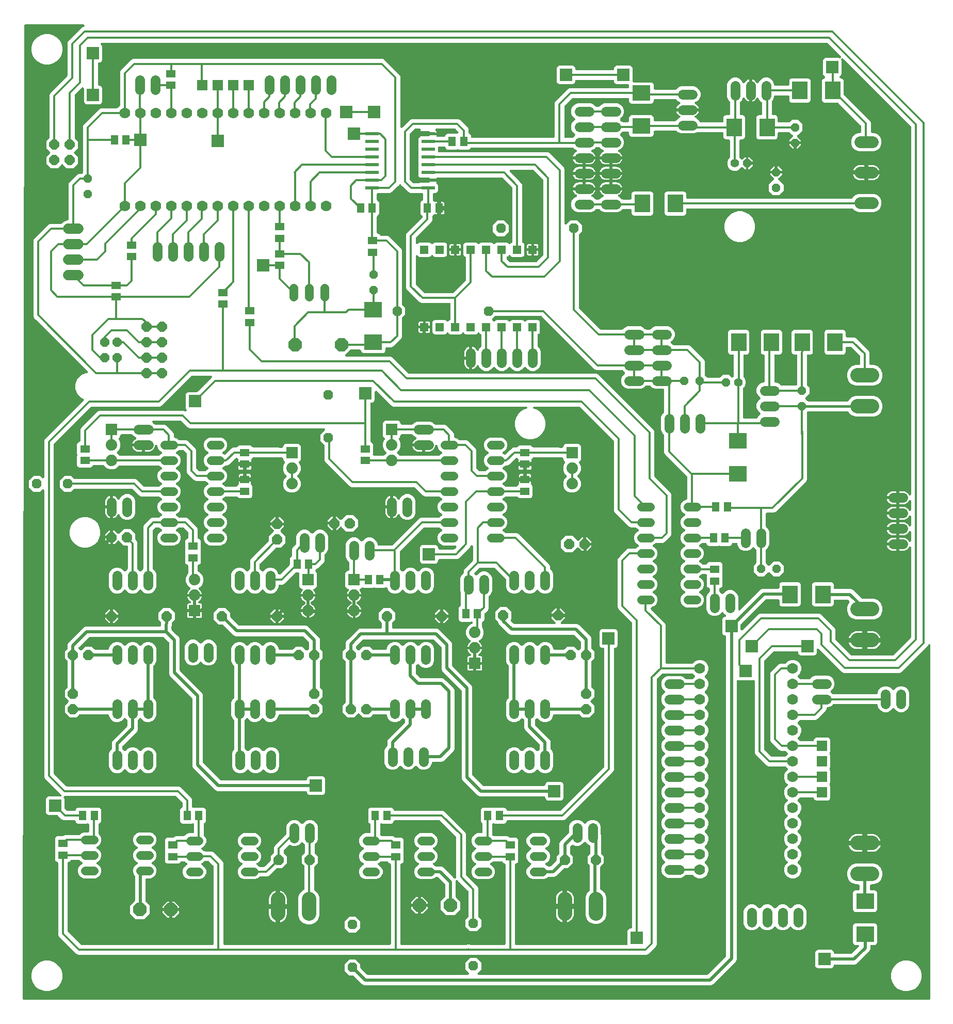
<source format=gbr>
G04 EAGLE Gerber RS-274X export*
G75*
%MOMM*%
%FSLAX34Y34*%
%LPD*%
%INBottom Copper*%
%IPPOS*%
%AMOC8*
5,1,8,0,0,1.08239X$1,22.5*%
G01*
%ADD10R,1.300000X1.500000*%
%ADD11R,1.676400X1.676400*%
%ADD12C,1.676400*%
%ADD13R,1.300000X1.600000*%
%ADD14R,1.600000X1.300000*%
%ADD15R,2.200000X0.600000*%
%ADD16C,1.778000*%
%ADD17P,2.336880X8X22.500000*%
%ADD18P,1.529201X8X292.500000*%
%ADD19R,3.000000X2.500000*%
%ADD20R,1.350000X1.350000*%
%ADD21C,1.616000*%
%ADD22R,1.500000X1.300000*%
%ADD23P,1.814519X8X112.500000*%
%ADD24P,1.814519X8X22.500000*%
%ADD25P,1.814519X8X202.500000*%
%ADD26P,1.814519X8X292.500000*%
%ADD27R,1.879600X1.879600*%
%ADD28C,1.879600*%
%ADD29C,1.412800*%
%ADD30P,1.529201X8X22.500000*%
%ADD31C,1.412800*%
%ADD32P,1.529201X8X112.500000*%
%ADD33R,2.500000X3.000000*%
%ADD34P,1.529201X8X202.500000*%
%ADD35P,1.677704X8X292.500000*%
%ADD36P,2.364373X8X22.500000*%
%ADD37C,2.400000*%
%ADD38P,2.364373X8X202.500000*%
%ADD39P,1.732040X8X22.500000*%
%ADD40P,1.732040X8X112.500000*%
%ADD41P,1.749142X8X112.500000*%
%ADD42P,1.749142X8X202.500000*%
%ADD43C,1.981200*%
%ADD44C,0.355600*%
%ADD45R,2.000000X2.000000*%
%ADD46C,0.406400*%
%ADD47C,0.812800*%
%ADD48C,0.609600*%
%ADD49C,0.508000*%
%ADD50R,0.950000X0.950000*%

G36*
X1507826Y510163D02*
X1507826Y510163D01*
X1507844Y510161D01*
X1508026Y510182D01*
X1508209Y510201D01*
X1508226Y510206D01*
X1508243Y510208D01*
X1508418Y510265D01*
X1508594Y510319D01*
X1508609Y510327D01*
X1508626Y510333D01*
X1508786Y510423D01*
X1508948Y510511D01*
X1508961Y510522D01*
X1508977Y510531D01*
X1509116Y510651D01*
X1509257Y510768D01*
X1509268Y510782D01*
X1509282Y510794D01*
X1509394Y510939D01*
X1509509Y511082D01*
X1509517Y511098D01*
X1509528Y511112D01*
X1509610Y511277D01*
X1509695Y511439D01*
X1509700Y511456D01*
X1509708Y511472D01*
X1509755Y511651D01*
X1509806Y511826D01*
X1509808Y511844D01*
X1509812Y511861D01*
X1509839Y512192D01*
X1509839Y1091085D01*
X1509839Y1091089D01*
X1509839Y1091093D01*
X1509819Y1091285D01*
X1509799Y1091485D01*
X1509798Y1091489D01*
X1509798Y1091494D01*
X1509739Y1091681D01*
X1509681Y1091870D01*
X1509679Y1091874D01*
X1509678Y1091878D01*
X1509583Y1092051D01*
X1509489Y1092224D01*
X1509487Y1092228D01*
X1509484Y1092232D01*
X1509356Y1092384D01*
X1509232Y1092533D01*
X1509228Y1092536D01*
X1509225Y1092540D01*
X1509069Y1092665D01*
X1508918Y1092786D01*
X1508914Y1092788D01*
X1508911Y1092791D01*
X1508730Y1092883D01*
X1508561Y1092971D01*
X1508556Y1092972D01*
X1508552Y1092975D01*
X1508362Y1093029D01*
X1508174Y1093083D01*
X1508169Y1093083D01*
X1508165Y1093084D01*
X1507972Y1093099D01*
X1507772Y1093116D01*
X1507768Y1093115D01*
X1507764Y1093115D01*
X1507570Y1093092D01*
X1507373Y1093069D01*
X1507368Y1093067D01*
X1507364Y1093067D01*
X1507179Y1093005D01*
X1506990Y1092944D01*
X1506986Y1092942D01*
X1506982Y1092940D01*
X1506813Y1092844D01*
X1506639Y1092746D01*
X1506636Y1092743D01*
X1506632Y1092741D01*
X1506485Y1092613D01*
X1506335Y1092483D01*
X1506332Y1092479D01*
X1506328Y1092476D01*
X1506208Y1092319D01*
X1506088Y1092165D01*
X1506086Y1092161D01*
X1506083Y1092157D01*
X1505931Y1091862D01*
X1505276Y1090279D01*
X1462421Y1047424D01*
X1459526Y1046225D01*
X1367494Y1046225D01*
X1364599Y1047424D01*
X1362099Y1049925D01*
X1362098Y1049925D01*
X1326785Y1085238D01*
X1326785Y1085239D01*
X1326648Y1085375D01*
X1326641Y1085381D01*
X1326636Y1085388D01*
X1326486Y1085508D01*
X1326337Y1085630D01*
X1326329Y1085634D01*
X1326322Y1085640D01*
X1326152Y1085728D01*
X1325981Y1085819D01*
X1325973Y1085821D01*
X1325965Y1085826D01*
X1325780Y1085879D01*
X1325595Y1085934D01*
X1325586Y1085934D01*
X1325578Y1085937D01*
X1325386Y1085953D01*
X1325194Y1085970D01*
X1325185Y1085969D01*
X1325176Y1085970D01*
X1324986Y1085947D01*
X1324794Y1085927D01*
X1324786Y1085924D01*
X1324777Y1085923D01*
X1324593Y1085863D01*
X1324410Y1085805D01*
X1324402Y1085801D01*
X1324394Y1085798D01*
X1324225Y1085703D01*
X1324058Y1085610D01*
X1324051Y1085605D01*
X1324043Y1085600D01*
X1323897Y1085474D01*
X1323751Y1085350D01*
X1323745Y1085343D01*
X1323738Y1085337D01*
X1323621Y1085185D01*
X1323501Y1085034D01*
X1323497Y1085026D01*
X1323492Y1085019D01*
X1323405Y1084845D01*
X1323319Y1084675D01*
X1323316Y1084667D01*
X1323312Y1084658D01*
X1323262Y1084470D01*
X1323211Y1084287D01*
X1323210Y1084278D01*
X1323208Y1084270D01*
X1323181Y1083939D01*
X1323181Y1078649D01*
X1322407Y1076782D01*
X1320978Y1075353D01*
X1319111Y1074579D01*
X1297089Y1074579D01*
X1295222Y1075353D01*
X1293793Y1076782D01*
X1293019Y1078649D01*
X1293019Y1079754D01*
X1293017Y1079772D01*
X1293019Y1079790D01*
X1292998Y1079972D01*
X1292979Y1080155D01*
X1292974Y1080172D01*
X1292972Y1080189D01*
X1292915Y1080364D01*
X1292861Y1080540D01*
X1292853Y1080555D01*
X1292847Y1080572D01*
X1292757Y1080732D01*
X1292669Y1080894D01*
X1292658Y1080907D01*
X1292649Y1080923D01*
X1292529Y1081062D01*
X1292412Y1081203D01*
X1292398Y1081214D01*
X1292386Y1081228D01*
X1292241Y1081340D01*
X1292098Y1081455D01*
X1292082Y1081463D01*
X1292068Y1081474D01*
X1291903Y1081556D01*
X1291741Y1081641D01*
X1291724Y1081646D01*
X1291708Y1081654D01*
X1291529Y1081701D01*
X1291354Y1081752D01*
X1291336Y1081754D01*
X1291319Y1081758D01*
X1290988Y1081785D01*
X1253783Y1081785D01*
X1253757Y1081783D01*
X1253730Y1081785D01*
X1253556Y1081763D01*
X1253383Y1081745D01*
X1253357Y1081738D01*
X1253330Y1081734D01*
X1253165Y1081679D01*
X1252998Y1081627D01*
X1252974Y1081614D01*
X1252949Y1081606D01*
X1252797Y1081519D01*
X1252644Y1081435D01*
X1252623Y1081418D01*
X1252600Y1081405D01*
X1252347Y1081190D01*
X1237830Y1066673D01*
X1237813Y1066652D01*
X1237792Y1066635D01*
X1237685Y1066497D01*
X1237575Y1066362D01*
X1237562Y1066338D01*
X1237546Y1066317D01*
X1237467Y1066159D01*
X1237386Y1066006D01*
X1237378Y1065980D01*
X1237366Y1065956D01*
X1237321Y1065787D01*
X1237271Y1065620D01*
X1237269Y1065593D01*
X1237262Y1065568D01*
X1237235Y1065237D01*
X1237235Y921043D01*
X1237237Y921017D01*
X1237235Y920990D01*
X1237257Y920816D01*
X1237275Y920643D01*
X1237282Y920617D01*
X1237286Y920590D01*
X1237342Y920425D01*
X1237393Y920258D01*
X1237406Y920234D01*
X1237414Y920209D01*
X1237501Y920057D01*
X1237585Y919904D01*
X1237602Y919883D01*
X1237615Y919860D01*
X1237830Y919607D01*
X1248029Y909408D01*
X1248050Y909391D01*
X1248067Y909370D01*
X1248205Y909263D01*
X1248340Y909153D01*
X1248364Y909140D01*
X1248385Y909124D01*
X1248542Y909046D01*
X1248696Y908964D01*
X1248722Y908956D01*
X1248746Y908944D01*
X1248915Y908899D01*
X1249082Y908849D01*
X1249109Y908847D01*
X1249134Y908840D01*
X1249465Y908813D01*
X1271246Y908813D01*
X1271272Y908815D01*
X1271299Y908813D01*
X1271473Y908835D01*
X1271646Y908853D01*
X1271672Y908860D01*
X1271699Y908864D01*
X1271864Y908919D01*
X1272031Y908971D01*
X1272055Y908984D01*
X1272080Y908992D01*
X1272232Y909079D01*
X1272385Y909163D01*
X1272406Y909180D01*
X1272429Y909193D01*
X1272682Y909408D01*
X1275476Y912202D01*
X1275487Y912216D01*
X1275501Y912227D01*
X1275615Y912371D01*
X1275731Y912513D01*
X1275740Y912529D01*
X1275751Y912543D01*
X1275834Y912707D01*
X1275920Y912869D01*
X1275925Y912886D01*
X1275933Y912902D01*
X1275982Y913079D01*
X1276035Y913255D01*
X1276036Y913273D01*
X1276041Y913290D01*
X1276054Y913473D01*
X1276071Y913656D01*
X1276069Y913674D01*
X1276070Y913691D01*
X1276047Y913873D01*
X1276028Y914056D01*
X1276022Y914073D01*
X1276020Y914091D01*
X1275962Y914264D01*
X1275906Y914440D01*
X1275897Y914456D01*
X1275892Y914472D01*
X1275800Y914632D01*
X1275711Y914792D01*
X1275700Y914806D01*
X1275691Y914821D01*
X1275476Y915074D01*
X1272682Y917868D01*
X1272671Y917877D01*
X1272665Y917884D01*
X1272656Y917891D01*
X1272644Y917906D01*
X1272506Y918013D01*
X1272371Y918123D01*
X1272347Y918136D01*
X1272326Y918152D01*
X1272169Y918230D01*
X1272015Y918312D01*
X1271989Y918320D01*
X1271965Y918332D01*
X1271796Y918377D01*
X1271629Y918427D01*
X1271602Y918429D01*
X1271577Y918436D01*
X1271246Y918463D01*
X1264624Y918463D01*
X1261729Y919662D01*
X1259229Y922163D01*
X1259228Y922163D01*
X1250839Y930552D01*
X1250839Y930553D01*
X1248338Y933053D01*
X1247139Y935948D01*
X1247139Y1044998D01*
X1248338Y1047893D01*
X1257958Y1057513D01*
X1257959Y1057513D01*
X1260459Y1060014D01*
X1263354Y1061213D01*
X1271246Y1061213D01*
X1271272Y1061215D01*
X1271299Y1061213D01*
X1271473Y1061235D01*
X1271646Y1061253D01*
X1271672Y1061260D01*
X1271699Y1061264D01*
X1271864Y1061320D01*
X1272031Y1061371D01*
X1272055Y1061384D01*
X1272080Y1061392D01*
X1272232Y1061479D01*
X1272385Y1061563D01*
X1272406Y1061580D01*
X1272429Y1061593D01*
X1272682Y1061808D01*
X1276056Y1065182D01*
X1281191Y1067309D01*
X1286749Y1067309D01*
X1291884Y1065182D01*
X1295814Y1061252D01*
X1297941Y1056117D01*
X1297941Y1050559D01*
X1295814Y1045424D01*
X1292464Y1042074D01*
X1292453Y1042060D01*
X1292439Y1042049D01*
X1292325Y1041905D01*
X1292209Y1041763D01*
X1292200Y1041747D01*
X1292189Y1041733D01*
X1292106Y1041569D01*
X1292020Y1041407D01*
X1292015Y1041390D01*
X1292007Y1041374D01*
X1291958Y1041197D01*
X1291905Y1041021D01*
X1291904Y1041003D01*
X1291899Y1040986D01*
X1291886Y1040803D01*
X1291869Y1040620D01*
X1291871Y1040602D01*
X1291870Y1040585D01*
X1291893Y1040403D01*
X1291912Y1040220D01*
X1291918Y1040203D01*
X1291920Y1040185D01*
X1291978Y1040012D01*
X1292034Y1039836D01*
X1292043Y1039820D01*
X1292048Y1039804D01*
X1292140Y1039644D01*
X1292229Y1039484D01*
X1292240Y1039470D01*
X1292249Y1039455D01*
X1292464Y1039202D01*
X1295258Y1036408D01*
X1295279Y1036391D01*
X1295296Y1036370D01*
X1295434Y1036263D01*
X1295569Y1036153D01*
X1295593Y1036140D01*
X1295614Y1036124D01*
X1295771Y1036046D01*
X1295925Y1035964D01*
X1295951Y1035956D01*
X1295975Y1035944D01*
X1296144Y1035899D01*
X1296311Y1035849D01*
X1296338Y1035847D01*
X1296363Y1035840D01*
X1296694Y1035813D01*
X1311047Y1035813D01*
X1311074Y1035815D01*
X1311101Y1035813D01*
X1311275Y1035835D01*
X1311448Y1035853D01*
X1311473Y1035860D01*
X1311500Y1035864D01*
X1311666Y1035920D01*
X1311833Y1035971D01*
X1311856Y1035984D01*
X1311882Y1035992D01*
X1312033Y1036079D01*
X1312187Y1036163D01*
X1312207Y1036180D01*
X1312231Y1036193D01*
X1312484Y1036408D01*
X1315679Y1039603D01*
X1320516Y1041607D01*
X1341912Y1041607D01*
X1346749Y1039603D01*
X1350451Y1035901D01*
X1352455Y1031064D01*
X1352455Y1025828D01*
X1350451Y1020991D01*
X1346642Y1017182D01*
X1346631Y1017169D01*
X1346617Y1017157D01*
X1346504Y1017013D01*
X1346387Y1016871D01*
X1346379Y1016855D01*
X1346368Y1016841D01*
X1346285Y1016677D01*
X1346199Y1016515D01*
X1346194Y1016498D01*
X1346186Y1016482D01*
X1346136Y1016305D01*
X1346084Y1016129D01*
X1346082Y1016111D01*
X1346078Y1016094D01*
X1346064Y1015911D01*
X1346048Y1015728D01*
X1346049Y1015710D01*
X1346048Y1015693D01*
X1346071Y1015510D01*
X1346091Y1015328D01*
X1346096Y1015311D01*
X1346099Y1015293D01*
X1346157Y1015120D01*
X1346212Y1014944D01*
X1346221Y1014928D01*
X1346227Y1014912D01*
X1346319Y1014752D01*
X1346407Y1014592D01*
X1346419Y1014578D01*
X1346428Y1014563D01*
X1346642Y1014310D01*
X1349436Y1011516D01*
X1349457Y1011499D01*
X1349475Y1011478D01*
X1349613Y1011371D01*
X1349748Y1011261D01*
X1349772Y1011248D01*
X1349793Y1011232D01*
X1349950Y1011154D01*
X1350104Y1011072D01*
X1350129Y1011064D01*
X1350153Y1011052D01*
X1350323Y1011007D01*
X1350490Y1010957D01*
X1350516Y1010955D01*
X1350542Y1010948D01*
X1350873Y1010921D01*
X1421178Y1010921D01*
X1421196Y1010923D01*
X1421214Y1010921D01*
X1421396Y1010942D01*
X1421579Y1010961D01*
X1421596Y1010966D01*
X1421613Y1010968D01*
X1421788Y1011025D01*
X1421964Y1011079D01*
X1421979Y1011087D01*
X1421996Y1011093D01*
X1422156Y1011183D01*
X1422318Y1011271D01*
X1422331Y1011282D01*
X1422347Y1011291D01*
X1422486Y1011411D01*
X1422627Y1011528D01*
X1422638Y1011542D01*
X1422652Y1011554D01*
X1422764Y1011699D01*
X1422879Y1011842D01*
X1422887Y1011858D01*
X1422898Y1011872D01*
X1422980Y1012037D01*
X1423065Y1012199D01*
X1423070Y1012216D01*
X1423078Y1012232D01*
X1423125Y1012411D01*
X1423176Y1012586D01*
X1423178Y1012604D01*
X1423182Y1012621D01*
X1423209Y1012952D01*
X1423209Y1013744D01*
X1425213Y1018581D01*
X1428915Y1022283D01*
X1433603Y1024225D01*
X1433752Y1024287D01*
X1438988Y1024287D01*
X1443825Y1022283D01*
X1447634Y1018474D01*
X1447648Y1018463D01*
X1447659Y1018449D01*
X1447803Y1018336D01*
X1447945Y1018219D01*
X1447961Y1018211D01*
X1447975Y1018200D01*
X1448139Y1018116D01*
X1448301Y1018031D01*
X1448318Y1018026D01*
X1448334Y1018018D01*
X1448511Y1017968D01*
X1448687Y1017916D01*
X1448705Y1017914D01*
X1448722Y1017910D01*
X1448905Y1017896D01*
X1449088Y1017880D01*
X1449106Y1017881D01*
X1449123Y1017880D01*
X1449305Y1017903D01*
X1449488Y1017923D01*
X1449505Y1017928D01*
X1449523Y1017931D01*
X1449697Y1017989D01*
X1449872Y1018044D01*
X1449888Y1018053D01*
X1449904Y1018059D01*
X1450064Y1018151D01*
X1450224Y1018239D01*
X1450238Y1018251D01*
X1450253Y1018260D01*
X1450506Y1018474D01*
X1454315Y1022283D01*
X1459003Y1024225D01*
X1459152Y1024287D01*
X1464388Y1024287D01*
X1469225Y1022283D01*
X1472927Y1018581D01*
X1474931Y1013744D01*
X1474931Y992348D01*
X1472927Y987511D01*
X1469225Y983809D01*
X1464388Y981805D01*
X1459152Y981805D01*
X1454315Y983809D01*
X1450506Y987618D01*
X1450493Y987629D01*
X1450481Y987643D01*
X1450337Y987756D01*
X1450195Y987873D01*
X1450179Y987881D01*
X1450165Y987892D01*
X1450001Y987975D01*
X1449839Y988061D01*
X1449822Y988066D01*
X1449806Y988074D01*
X1449629Y988124D01*
X1449453Y988176D01*
X1449435Y988178D01*
X1449418Y988182D01*
X1449235Y988196D01*
X1449052Y988212D01*
X1449034Y988211D01*
X1449017Y988212D01*
X1448835Y988189D01*
X1448652Y988169D01*
X1448635Y988164D01*
X1448617Y988161D01*
X1448444Y988103D01*
X1448268Y988048D01*
X1448252Y988039D01*
X1448236Y988033D01*
X1448076Y987941D01*
X1447916Y987853D01*
X1447902Y987841D01*
X1447887Y987832D01*
X1447634Y987618D01*
X1443825Y983809D01*
X1438988Y981805D01*
X1433752Y981805D01*
X1428915Y983809D01*
X1425213Y987511D01*
X1423209Y992348D01*
X1423209Y993140D01*
X1423207Y993158D01*
X1423209Y993176D01*
X1423188Y993358D01*
X1423169Y993541D01*
X1423164Y993558D01*
X1423162Y993575D01*
X1423105Y993750D01*
X1423051Y993926D01*
X1423043Y993941D01*
X1423037Y993958D01*
X1422947Y994118D01*
X1422859Y994280D01*
X1422848Y994293D01*
X1422839Y994309D01*
X1422719Y994448D01*
X1422602Y994589D01*
X1422588Y994600D01*
X1422576Y994614D01*
X1422431Y994726D01*
X1422288Y994841D01*
X1422272Y994849D01*
X1422258Y994860D01*
X1422093Y994942D01*
X1421931Y995027D01*
X1421914Y995032D01*
X1421898Y995040D01*
X1421719Y995087D01*
X1421544Y995138D01*
X1421526Y995140D01*
X1421509Y995144D01*
X1421178Y995171D01*
X1350873Y995171D01*
X1350846Y995169D01*
X1350819Y995171D01*
X1350646Y995149D01*
X1350472Y995131D01*
X1350447Y995124D01*
X1350420Y995120D01*
X1350254Y995065D01*
X1350087Y995013D01*
X1350064Y995000D01*
X1350038Y994992D01*
X1349887Y994905D01*
X1349733Y994821D01*
X1349713Y994804D01*
X1349689Y994791D01*
X1349436Y994576D01*
X1346749Y991889D01*
X1341912Y989885D01*
X1341120Y989885D01*
X1341102Y989883D01*
X1341084Y989885D01*
X1340902Y989864D01*
X1340719Y989845D01*
X1340702Y989840D01*
X1340685Y989838D01*
X1340510Y989781D01*
X1340334Y989727D01*
X1340319Y989719D01*
X1340302Y989713D01*
X1340142Y989623D01*
X1339980Y989535D01*
X1339967Y989524D01*
X1339951Y989515D01*
X1339812Y989395D01*
X1339671Y989278D01*
X1339660Y989264D01*
X1339646Y989252D01*
X1339534Y989107D01*
X1339419Y988964D01*
X1339411Y988948D01*
X1339400Y988934D01*
X1339318Y988769D01*
X1339233Y988607D01*
X1339228Y988590D01*
X1339220Y988574D01*
X1339173Y988395D01*
X1339122Y988220D01*
X1339120Y988202D01*
X1339116Y988185D01*
X1339089Y987854D01*
X1339089Y987002D01*
X1337890Y984107D01*
X1324245Y970462D01*
X1321350Y969263D01*
X1296694Y969263D01*
X1296668Y969261D01*
X1296641Y969263D01*
X1296467Y969241D01*
X1296294Y969223D01*
X1296268Y969216D01*
X1296241Y969212D01*
X1296076Y969157D01*
X1295909Y969105D01*
X1295885Y969092D01*
X1295860Y969084D01*
X1295708Y968997D01*
X1295555Y968913D01*
X1295534Y968896D01*
X1295511Y968883D01*
X1295258Y968668D01*
X1292464Y965874D01*
X1292453Y965860D01*
X1292439Y965849D01*
X1292325Y965705D01*
X1292209Y965563D01*
X1292200Y965547D01*
X1292189Y965533D01*
X1292106Y965369D01*
X1292020Y965207D01*
X1292015Y965190D01*
X1292007Y965174D01*
X1291958Y964997D01*
X1291905Y964821D01*
X1291904Y964803D01*
X1291899Y964786D01*
X1291886Y964603D01*
X1291869Y964420D01*
X1291871Y964402D01*
X1291870Y964385D01*
X1291893Y964203D01*
X1291912Y964020D01*
X1291918Y964003D01*
X1291920Y963985D01*
X1291979Y963811D01*
X1292034Y963636D01*
X1292043Y963620D01*
X1292048Y963604D01*
X1292140Y963444D01*
X1292229Y963284D01*
X1292240Y963270D01*
X1292249Y963255D01*
X1292464Y963002D01*
X1295814Y959652D01*
X1297941Y954517D01*
X1297941Y948959D01*
X1295814Y943824D01*
X1292464Y940474D01*
X1292453Y940460D01*
X1292439Y940449D01*
X1292325Y940305D01*
X1292209Y940163D01*
X1292200Y940147D01*
X1292189Y940133D01*
X1292106Y939969D01*
X1292020Y939807D01*
X1292015Y939790D01*
X1292007Y939774D01*
X1291958Y939597D01*
X1291905Y939421D01*
X1291904Y939403D01*
X1291899Y939386D01*
X1291886Y939203D01*
X1291869Y939020D01*
X1291871Y939002D01*
X1291870Y938985D01*
X1291893Y938802D01*
X1291912Y938620D01*
X1291918Y938603D01*
X1291920Y938585D01*
X1291978Y938412D01*
X1292034Y938236D01*
X1292043Y938220D01*
X1292048Y938204D01*
X1292140Y938044D01*
X1292229Y937884D01*
X1292240Y937870D01*
X1292249Y937855D01*
X1292464Y937602D01*
X1295258Y934808D01*
X1295279Y934791D01*
X1295296Y934770D01*
X1295434Y934663D01*
X1295569Y934553D01*
X1295593Y934540D01*
X1295614Y934524D01*
X1295771Y934446D01*
X1295925Y934364D01*
X1295951Y934356D01*
X1295975Y934344D01*
X1296144Y934299D01*
X1296311Y934249D01*
X1296338Y934247D01*
X1296363Y934240D01*
X1296694Y934213D01*
X1316781Y934213D01*
X1316804Y934215D01*
X1316826Y934213D01*
X1317003Y934235D01*
X1317182Y934253D01*
X1317203Y934259D01*
X1317225Y934262D01*
X1317395Y934318D01*
X1317567Y934371D01*
X1317587Y934381D01*
X1317608Y934388D01*
X1317763Y934477D01*
X1317921Y934563D01*
X1317938Y934577D01*
X1317957Y934588D01*
X1318093Y934706D01*
X1318230Y934820D01*
X1318244Y934838D01*
X1318261Y934852D01*
X1318370Y934994D01*
X1318482Y935134D01*
X1318493Y935154D01*
X1318506Y935172D01*
X1318658Y935467D01*
X1319541Y937598D01*
X1320970Y939027D01*
X1322837Y939801D01*
X1341623Y939801D01*
X1343490Y939027D01*
X1344919Y937598D01*
X1345693Y935731D01*
X1345693Y916945D01*
X1344919Y915078D01*
X1344916Y915074D01*
X1344904Y915061D01*
X1344891Y915049D01*
X1344776Y914904D01*
X1344661Y914763D01*
X1344652Y914747D01*
X1344641Y914733D01*
X1344558Y914569D01*
X1344472Y914407D01*
X1344467Y914390D01*
X1344459Y914374D01*
X1344409Y914197D01*
X1344357Y914021D01*
X1344355Y914004D01*
X1344351Y913986D01*
X1344337Y913803D01*
X1344321Y913620D01*
X1344323Y913603D01*
X1344321Y913585D01*
X1344344Y913402D01*
X1344364Y913220D01*
X1344369Y913203D01*
X1344372Y913185D01*
X1344430Y913011D01*
X1344486Y912836D01*
X1344494Y912821D01*
X1344500Y912804D01*
X1344592Y912644D01*
X1344680Y912484D01*
X1344692Y912470D01*
X1344701Y912455D01*
X1344916Y912202D01*
X1344919Y912198D01*
X1345693Y910331D01*
X1345693Y891545D01*
X1344919Y889678D01*
X1344916Y889674D01*
X1344904Y889661D01*
X1344891Y889649D01*
X1344776Y889504D01*
X1344661Y889363D01*
X1344652Y889347D01*
X1344641Y889333D01*
X1344558Y889169D01*
X1344472Y889007D01*
X1344467Y888990D01*
X1344459Y888974D01*
X1344409Y888797D01*
X1344357Y888621D01*
X1344355Y888604D01*
X1344351Y888586D01*
X1344337Y888403D01*
X1344321Y888220D01*
X1344323Y888203D01*
X1344321Y888185D01*
X1344344Y888002D01*
X1344364Y887820D01*
X1344369Y887803D01*
X1344372Y887785D01*
X1344430Y887611D01*
X1344486Y887436D01*
X1344494Y887421D01*
X1344500Y887404D01*
X1344592Y887244D01*
X1344680Y887084D01*
X1344692Y887070D01*
X1344701Y887055D01*
X1344916Y886802D01*
X1344919Y886798D01*
X1345693Y884931D01*
X1345693Y866145D01*
X1344919Y864278D01*
X1344916Y864274D01*
X1344904Y864261D01*
X1344891Y864249D01*
X1344776Y864104D01*
X1344661Y863963D01*
X1344652Y863947D01*
X1344641Y863933D01*
X1344558Y863769D01*
X1344472Y863607D01*
X1344467Y863590D01*
X1344459Y863574D01*
X1344409Y863397D01*
X1344357Y863221D01*
X1344355Y863204D01*
X1344351Y863186D01*
X1344337Y863003D01*
X1344321Y862820D01*
X1344323Y862802D01*
X1344321Y862785D01*
X1344344Y862602D01*
X1344364Y862420D01*
X1344369Y862403D01*
X1344372Y862385D01*
X1344430Y862211D01*
X1344486Y862036D01*
X1344494Y862021D01*
X1344500Y862004D01*
X1344592Y861844D01*
X1344680Y861684D01*
X1344692Y861670D01*
X1344701Y861655D01*
X1344916Y861402D01*
X1344919Y861398D01*
X1345693Y859531D01*
X1345693Y840745D01*
X1344919Y838878D01*
X1343490Y837449D01*
X1341623Y836675D01*
X1322837Y836675D01*
X1320970Y837449D01*
X1319541Y838878D01*
X1318658Y841009D01*
X1318647Y841029D01*
X1318640Y841050D01*
X1318552Y841206D01*
X1318468Y841364D01*
X1318454Y841381D01*
X1318443Y841401D01*
X1318326Y841536D01*
X1318211Y841675D01*
X1318194Y841689D01*
X1318179Y841706D01*
X1318038Y841815D01*
X1317899Y841928D01*
X1317879Y841939D01*
X1317861Y841952D01*
X1317700Y842032D01*
X1317542Y842115D01*
X1317521Y842122D01*
X1317501Y842132D01*
X1317327Y842178D01*
X1317156Y842228D01*
X1317134Y842230D01*
X1317112Y842236D01*
X1316781Y842263D01*
X1296694Y842263D01*
X1296668Y842261D01*
X1296641Y842263D01*
X1296467Y842241D01*
X1296294Y842223D01*
X1296268Y842216D01*
X1296241Y842212D01*
X1296076Y842157D01*
X1295909Y842105D01*
X1295885Y842092D01*
X1295860Y842084D01*
X1295708Y841997D01*
X1295555Y841913D01*
X1295534Y841896D01*
X1295511Y841883D01*
X1295258Y841668D01*
X1292464Y838874D01*
X1292453Y838860D01*
X1292439Y838849D01*
X1292325Y838705D01*
X1292209Y838563D01*
X1292200Y838547D01*
X1292189Y838533D01*
X1292106Y838369D01*
X1292020Y838207D01*
X1292015Y838190D01*
X1292007Y838174D01*
X1291958Y837997D01*
X1291905Y837821D01*
X1291904Y837803D01*
X1291899Y837786D01*
X1291886Y837603D01*
X1291869Y837420D01*
X1291871Y837402D01*
X1291870Y837385D01*
X1291893Y837203D01*
X1291912Y837020D01*
X1291918Y837003D01*
X1291920Y836985D01*
X1291978Y836811D01*
X1292034Y836636D01*
X1292043Y836620D01*
X1292048Y836604D01*
X1292140Y836444D01*
X1292229Y836284D01*
X1292240Y836270D01*
X1292249Y836255D01*
X1292464Y836002D01*
X1295814Y832652D01*
X1297941Y827517D01*
X1297941Y821959D01*
X1295814Y816824D01*
X1292464Y813474D01*
X1292453Y813460D01*
X1292439Y813449D01*
X1292325Y813305D01*
X1292209Y813163D01*
X1292200Y813147D01*
X1292189Y813133D01*
X1292106Y812969D01*
X1292020Y812807D01*
X1292015Y812790D01*
X1292007Y812774D01*
X1291958Y812597D01*
X1291905Y812421D01*
X1291904Y812403D01*
X1291899Y812386D01*
X1291886Y812203D01*
X1291869Y812020D01*
X1291871Y812002D01*
X1291870Y811985D01*
X1291893Y811803D01*
X1291912Y811620D01*
X1291918Y811603D01*
X1291920Y811585D01*
X1291978Y811411D01*
X1292034Y811236D01*
X1292043Y811220D01*
X1292048Y811204D01*
X1292140Y811044D01*
X1292229Y810884D01*
X1292240Y810870D01*
X1292249Y810855D01*
X1292464Y810602D01*
X1295814Y807252D01*
X1297941Y802117D01*
X1297941Y796559D01*
X1295814Y791424D01*
X1292464Y788074D01*
X1292453Y788060D01*
X1292439Y788049D01*
X1292325Y787905D01*
X1292209Y787763D01*
X1292200Y787747D01*
X1292189Y787733D01*
X1292106Y787569D01*
X1292020Y787407D01*
X1292015Y787390D01*
X1292007Y787374D01*
X1291958Y787197D01*
X1291905Y787021D01*
X1291904Y787003D01*
X1291899Y786986D01*
X1291886Y786803D01*
X1291869Y786620D01*
X1291871Y786602D01*
X1291870Y786585D01*
X1291893Y786403D01*
X1291912Y786220D01*
X1291918Y786203D01*
X1291920Y786185D01*
X1291978Y786011D01*
X1292034Y785836D01*
X1292043Y785820D01*
X1292048Y785804D01*
X1292140Y785644D01*
X1292229Y785484D01*
X1292240Y785470D01*
X1292249Y785455D01*
X1292464Y785202D01*
X1295814Y781852D01*
X1297941Y776717D01*
X1297941Y771159D01*
X1295814Y766024D01*
X1292464Y762674D01*
X1292453Y762660D01*
X1292439Y762649D01*
X1292325Y762505D01*
X1292209Y762363D01*
X1292200Y762347D01*
X1292189Y762333D01*
X1292106Y762169D01*
X1292020Y762007D01*
X1292015Y761990D01*
X1292007Y761974D01*
X1291958Y761797D01*
X1291905Y761621D01*
X1291904Y761603D01*
X1291899Y761586D01*
X1291886Y761403D01*
X1291869Y761220D01*
X1291871Y761202D01*
X1291870Y761185D01*
X1291893Y761003D01*
X1291912Y760820D01*
X1291918Y760803D01*
X1291920Y760785D01*
X1291979Y760611D01*
X1292034Y760436D01*
X1292043Y760420D01*
X1292048Y760404D01*
X1292140Y760244D01*
X1292229Y760084D01*
X1292240Y760070D01*
X1292249Y760055D01*
X1292464Y759802D01*
X1295814Y756452D01*
X1297941Y751317D01*
X1297941Y745759D01*
X1295814Y740624D01*
X1292464Y737274D01*
X1292453Y737260D01*
X1292439Y737249D01*
X1292325Y737105D01*
X1292209Y736963D01*
X1292200Y736947D01*
X1292189Y736933D01*
X1292106Y736769D01*
X1292020Y736607D01*
X1292015Y736590D01*
X1292007Y736574D01*
X1291958Y736397D01*
X1291905Y736221D01*
X1291904Y736203D01*
X1291899Y736186D01*
X1291886Y736003D01*
X1291869Y735820D01*
X1291871Y735802D01*
X1291870Y735785D01*
X1291893Y735602D01*
X1291912Y735420D01*
X1291918Y735403D01*
X1291920Y735385D01*
X1291978Y735211D01*
X1292034Y735036D01*
X1292043Y735020D01*
X1292048Y735004D01*
X1292140Y734844D01*
X1292229Y734684D01*
X1292240Y734670D01*
X1292249Y734655D01*
X1292464Y734402D01*
X1295814Y731052D01*
X1297941Y725917D01*
X1297941Y720359D01*
X1295814Y715224D01*
X1291884Y711294D01*
X1286749Y709167D01*
X1281191Y709167D01*
X1276056Y711294D01*
X1272126Y715224D01*
X1269999Y720359D01*
X1269999Y725917D01*
X1272126Y731052D01*
X1275476Y734402D01*
X1275487Y734415D01*
X1275501Y734427D01*
X1275615Y734571D01*
X1275731Y734713D01*
X1275740Y734729D01*
X1275751Y734743D01*
X1275834Y734907D01*
X1275920Y735069D01*
X1275925Y735086D01*
X1275933Y735102D01*
X1275982Y735279D01*
X1276035Y735455D01*
X1276036Y735473D01*
X1276041Y735490D01*
X1276054Y735673D01*
X1276071Y735856D01*
X1276069Y735874D01*
X1276070Y735891D01*
X1276047Y736073D01*
X1276028Y736256D01*
X1276022Y736273D01*
X1276020Y736291D01*
X1275962Y736464D01*
X1275906Y736640D01*
X1275897Y736656D01*
X1275892Y736672D01*
X1275800Y736832D01*
X1275711Y736992D01*
X1275700Y737006D01*
X1275691Y737021D01*
X1275476Y737274D01*
X1272126Y740624D01*
X1269999Y745759D01*
X1269999Y751317D01*
X1272126Y756452D01*
X1275476Y759802D01*
X1275487Y759815D01*
X1275501Y759827D01*
X1275615Y759971D01*
X1275731Y760113D01*
X1275740Y760129D01*
X1275751Y760143D01*
X1275834Y760307D01*
X1275920Y760469D01*
X1275925Y760486D01*
X1275933Y760502D01*
X1275982Y760679D01*
X1276035Y760855D01*
X1276036Y760873D01*
X1276041Y760890D01*
X1276054Y761073D01*
X1276071Y761256D01*
X1276069Y761274D01*
X1276070Y761291D01*
X1276047Y761473D01*
X1276028Y761656D01*
X1276022Y761673D01*
X1276020Y761691D01*
X1275962Y761864D01*
X1275906Y762040D01*
X1275897Y762056D01*
X1275892Y762072D01*
X1275800Y762232D01*
X1275711Y762392D01*
X1275700Y762406D01*
X1275691Y762421D01*
X1275476Y762674D01*
X1272126Y766024D01*
X1269999Y771159D01*
X1269999Y776717D01*
X1272126Y781852D01*
X1275476Y785202D01*
X1275487Y785215D01*
X1275501Y785227D01*
X1275615Y785371D01*
X1275731Y785513D01*
X1275740Y785529D01*
X1275751Y785543D01*
X1275834Y785707D01*
X1275920Y785869D01*
X1275925Y785886D01*
X1275933Y785902D01*
X1275982Y786079D01*
X1276035Y786255D01*
X1276036Y786273D01*
X1276041Y786290D01*
X1276054Y786473D01*
X1276071Y786656D01*
X1276069Y786674D01*
X1276070Y786691D01*
X1276047Y786873D01*
X1276028Y787056D01*
X1276022Y787073D01*
X1276020Y787091D01*
X1275962Y787264D01*
X1275906Y787440D01*
X1275897Y787456D01*
X1275892Y787472D01*
X1275800Y787632D01*
X1275711Y787792D01*
X1275700Y787806D01*
X1275691Y787821D01*
X1275476Y788074D01*
X1272126Y791424D01*
X1269999Y796559D01*
X1269999Y802117D01*
X1272126Y807252D01*
X1275476Y810602D01*
X1275487Y810615D01*
X1275501Y810627D01*
X1275615Y810771D01*
X1275731Y810913D01*
X1275740Y810929D01*
X1275751Y810943D01*
X1275834Y811107D01*
X1275920Y811269D01*
X1275925Y811286D01*
X1275933Y811302D01*
X1275982Y811479D01*
X1276035Y811655D01*
X1276036Y811673D01*
X1276041Y811690D01*
X1276054Y811873D01*
X1276071Y812056D01*
X1276069Y812074D01*
X1276070Y812091D01*
X1276047Y812273D01*
X1276028Y812456D01*
X1276022Y812473D01*
X1276020Y812491D01*
X1275962Y812664D01*
X1275906Y812840D01*
X1275897Y812856D01*
X1275892Y812872D01*
X1275800Y813032D01*
X1275711Y813192D01*
X1275700Y813206D01*
X1275691Y813221D01*
X1275476Y813474D01*
X1272126Y816824D01*
X1269999Y821959D01*
X1269999Y827517D01*
X1272126Y832652D01*
X1275476Y836002D01*
X1275487Y836015D01*
X1275501Y836027D01*
X1275615Y836171D01*
X1275731Y836313D01*
X1275740Y836329D01*
X1275751Y836343D01*
X1275834Y836507D01*
X1275920Y836669D01*
X1275925Y836686D01*
X1275933Y836702D01*
X1275982Y836879D01*
X1276035Y837055D01*
X1276036Y837073D01*
X1276041Y837090D01*
X1276054Y837273D01*
X1276071Y837456D01*
X1276069Y837474D01*
X1276070Y837491D01*
X1276047Y837673D01*
X1276028Y837856D01*
X1276022Y837873D01*
X1276020Y837891D01*
X1275962Y838064D01*
X1275906Y838240D01*
X1275897Y838256D01*
X1275892Y838272D01*
X1275800Y838432D01*
X1275711Y838592D01*
X1275700Y838606D01*
X1275691Y838621D01*
X1275476Y838874D01*
X1272126Y842224D01*
X1269999Y847359D01*
X1269999Y852917D01*
X1272126Y858052D01*
X1275476Y861402D01*
X1275487Y861415D01*
X1275501Y861427D01*
X1275615Y861571D01*
X1275731Y861713D01*
X1275740Y861729D01*
X1275751Y861743D01*
X1275834Y861907D01*
X1275920Y862069D01*
X1275925Y862086D01*
X1275933Y862102D01*
X1275982Y862279D01*
X1276035Y862455D01*
X1276036Y862473D01*
X1276041Y862490D01*
X1276054Y862673D01*
X1276071Y862856D01*
X1276069Y862874D01*
X1276070Y862891D01*
X1276047Y863073D01*
X1276028Y863256D01*
X1276022Y863273D01*
X1276020Y863291D01*
X1275962Y863464D01*
X1275906Y863640D01*
X1275897Y863656D01*
X1275892Y863672D01*
X1275800Y863832D01*
X1275711Y863992D01*
X1275700Y864006D01*
X1275691Y864021D01*
X1275476Y864274D01*
X1272126Y867624D01*
X1269999Y872759D01*
X1269999Y878317D01*
X1272126Y883452D01*
X1275476Y886802D01*
X1275487Y886815D01*
X1275501Y886827D01*
X1275615Y886971D01*
X1275731Y887113D01*
X1275740Y887129D01*
X1275751Y887143D01*
X1275834Y887307D01*
X1275920Y887469D01*
X1275925Y887486D01*
X1275933Y887502D01*
X1275982Y887679D01*
X1276035Y887855D01*
X1276036Y887873D01*
X1276041Y887890D01*
X1276054Y888073D01*
X1276071Y888256D01*
X1276069Y888274D01*
X1276070Y888291D01*
X1276047Y888473D01*
X1276028Y888656D01*
X1276022Y888673D01*
X1276020Y888691D01*
X1275962Y888864D01*
X1275906Y889040D01*
X1275897Y889056D01*
X1275892Y889072D01*
X1275800Y889232D01*
X1275711Y889392D01*
X1275700Y889406D01*
X1275691Y889421D01*
X1275476Y889674D01*
X1272682Y892468D01*
X1272661Y892485D01*
X1272644Y892506D01*
X1272506Y892613D01*
X1272371Y892723D01*
X1272347Y892736D01*
X1272326Y892752D01*
X1272169Y892830D01*
X1272015Y892912D01*
X1271989Y892920D01*
X1271965Y892932D01*
X1271796Y892977D01*
X1271629Y893027D01*
X1271602Y893029D01*
X1271576Y893036D01*
X1271246Y893063D01*
X1243796Y893063D01*
X1240901Y894262D01*
X1222684Y912479D01*
X1221485Y915374D01*
X1221485Y1032546D01*
X1221484Y1032559D01*
X1221485Y1032572D01*
X1221464Y1032758D01*
X1221445Y1032946D01*
X1221441Y1032959D01*
X1221440Y1032972D01*
X1221382Y1033152D01*
X1221327Y1033331D01*
X1221321Y1033343D01*
X1221317Y1033356D01*
X1221225Y1033520D01*
X1221135Y1033685D01*
X1221127Y1033695D01*
X1221120Y1033707D01*
X1220998Y1033850D01*
X1220878Y1033994D01*
X1220867Y1034003D01*
X1220859Y1034013D01*
X1220711Y1034129D01*
X1220564Y1034247D01*
X1220552Y1034253D01*
X1220542Y1034261D01*
X1220373Y1034346D01*
X1220207Y1034432D01*
X1220194Y1034436D01*
X1220182Y1034442D01*
X1220001Y1034492D01*
X1219820Y1034544D01*
X1219806Y1034545D01*
X1219793Y1034548D01*
X1219605Y1034561D01*
X1219418Y1034577D01*
X1219405Y1034575D01*
X1219392Y1034576D01*
X1219204Y1034551D01*
X1219019Y1034530D01*
X1219006Y1034526D01*
X1218993Y1034524D01*
X1218677Y1034422D01*
X1217511Y1033939D01*
X1195489Y1033939D01*
X1194785Y1034231D01*
X1194772Y1034235D01*
X1194761Y1034241D01*
X1194580Y1034293D01*
X1194400Y1034347D01*
X1194387Y1034349D01*
X1194374Y1034352D01*
X1194185Y1034368D01*
X1193999Y1034386D01*
X1193986Y1034384D01*
X1193972Y1034385D01*
X1193786Y1034363D01*
X1193599Y1034344D01*
X1193586Y1034340D01*
X1193573Y1034338D01*
X1193394Y1034280D01*
X1193214Y1034224D01*
X1193203Y1034218D01*
X1193190Y1034213D01*
X1193026Y1034121D01*
X1192861Y1034031D01*
X1192851Y1034022D01*
X1192839Y1034016D01*
X1192697Y1033893D01*
X1192553Y1033772D01*
X1192545Y1033761D01*
X1192534Y1033752D01*
X1192420Y1033604D01*
X1192302Y1033457D01*
X1192296Y1033445D01*
X1192288Y1033434D01*
X1192204Y1033265D01*
X1192118Y1033099D01*
X1192114Y1033086D01*
X1192108Y1033074D01*
X1192059Y1032892D01*
X1192008Y1032711D01*
X1192007Y1032698D01*
X1192004Y1032685D01*
X1191977Y1032354D01*
X1191977Y575832D01*
X1190662Y572658D01*
X1187947Y569943D01*
X1187947Y569942D01*
X1155688Y537683D01*
X1155687Y537683D01*
X1152972Y534968D01*
X1151547Y534378D01*
X1149798Y533653D01*
X580502Y533653D01*
X577328Y534968D01*
X562802Y549493D01*
X562782Y549510D01*
X562764Y549531D01*
X562626Y549638D01*
X562491Y549748D01*
X562467Y549761D01*
X562446Y549777D01*
X562289Y549855D01*
X562135Y549937D01*
X562110Y549945D01*
X562086Y549957D01*
X561916Y550002D01*
X561749Y550052D01*
X561723Y550054D01*
X561697Y550061D01*
X561366Y550088D01*
X555921Y550088D01*
X548258Y557751D01*
X548258Y568589D01*
X555921Y576252D01*
X566759Y576252D01*
X574422Y568589D01*
X574422Y563144D01*
X574424Y563117D01*
X574422Y563091D01*
X574444Y562917D01*
X574462Y562743D01*
X574469Y562718D01*
X574473Y562691D01*
X574528Y562525D01*
X574580Y562358D01*
X574593Y562335D01*
X574601Y562309D01*
X574688Y562158D01*
X574772Y562004D01*
X574789Y561984D01*
X574802Y561961D01*
X575017Y561708D01*
X585203Y551522D01*
X585223Y551505D01*
X585241Y551484D01*
X585379Y551377D01*
X585514Y551267D01*
X585538Y551254D01*
X585559Y551238D01*
X585716Y551160D01*
X585870Y551078D01*
X585895Y551070D01*
X585919Y551058D01*
X586089Y551013D01*
X586256Y550963D01*
X586282Y550961D01*
X586308Y550954D01*
X586639Y550927D01*
X750839Y550927D01*
X750848Y550928D01*
X750857Y550927D01*
X751049Y550948D01*
X751240Y550967D01*
X751248Y550969D01*
X751257Y550970D01*
X751439Y551028D01*
X751625Y551085D01*
X751633Y551089D01*
X751641Y551092D01*
X751809Y551185D01*
X751979Y551277D01*
X751985Y551282D01*
X751993Y551287D01*
X752140Y551411D01*
X752288Y551534D01*
X752294Y551541D01*
X752300Y551547D01*
X752419Y551698D01*
X752540Y551848D01*
X752544Y551856D01*
X752550Y551863D01*
X752638Y552036D01*
X752726Y552205D01*
X752728Y552214D01*
X752732Y552222D01*
X752784Y552408D01*
X752837Y552592D01*
X752838Y552601D01*
X752840Y552610D01*
X752854Y552803D01*
X752870Y552994D01*
X752869Y553002D01*
X752870Y553011D01*
X752845Y553204D01*
X752823Y553393D01*
X752820Y553402D01*
X752819Y553411D01*
X752758Y553594D01*
X752698Y553776D01*
X752694Y553784D01*
X752691Y553792D01*
X752595Y553959D01*
X752500Y554127D01*
X752495Y554134D01*
X752490Y554141D01*
X752275Y554394D01*
X746632Y560037D01*
X746632Y570875D01*
X754295Y578538D01*
X765133Y578538D01*
X772796Y570875D01*
X772796Y560037D01*
X767153Y554394D01*
X767147Y554387D01*
X767140Y554382D01*
X767020Y554232D01*
X766898Y554083D01*
X766893Y554075D01*
X766888Y554068D01*
X766799Y553898D01*
X766709Y553727D01*
X766706Y553718D01*
X766702Y553711D01*
X766649Y553526D01*
X766594Y553341D01*
X766593Y553332D01*
X766591Y553324D01*
X766575Y553132D01*
X766558Y552940D01*
X766559Y552931D01*
X766558Y552922D01*
X766580Y552733D01*
X766601Y552540D01*
X766604Y552531D01*
X766605Y552523D01*
X766664Y552341D01*
X766723Y552156D01*
X766727Y552148D01*
X766730Y552140D01*
X766825Y551971D01*
X766917Y551804D01*
X766923Y551797D01*
X766928Y551789D01*
X767054Y551643D01*
X767178Y551497D01*
X767185Y551491D01*
X767191Y551484D01*
X767342Y551367D01*
X767494Y551247D01*
X767502Y551243D01*
X767509Y551238D01*
X767681Y551152D01*
X767853Y551065D01*
X767861Y551062D01*
X767869Y551058D01*
X768056Y551008D01*
X768241Y550957D01*
X768250Y550956D01*
X768258Y550954D01*
X768589Y550927D01*
X1143661Y550927D01*
X1143688Y550929D01*
X1143715Y550927D01*
X1143888Y550949D01*
X1144062Y550967D01*
X1144087Y550974D01*
X1144114Y550978D01*
X1144280Y551033D01*
X1144447Y551085D01*
X1144470Y551098D01*
X1144496Y551106D01*
X1144647Y551193D01*
X1144801Y551277D01*
X1144821Y551294D01*
X1144845Y551307D01*
X1145098Y551522D01*
X1174108Y580533D01*
X1174125Y580553D01*
X1174146Y580571D01*
X1174253Y580709D01*
X1174363Y580844D01*
X1174376Y580868D01*
X1174392Y580889D01*
X1174470Y581046D01*
X1174552Y581200D01*
X1174560Y581225D01*
X1174572Y581249D01*
X1174617Y581419D01*
X1174667Y581586D01*
X1174669Y581612D01*
X1174676Y581638D01*
X1174703Y581969D01*
X1174703Y1105568D01*
X1174701Y1105586D01*
X1174703Y1105604D01*
X1174682Y1105786D01*
X1174663Y1105969D01*
X1174658Y1105986D01*
X1174656Y1106003D01*
X1174599Y1106178D01*
X1174545Y1106354D01*
X1174537Y1106369D01*
X1174531Y1106386D01*
X1174441Y1106546D01*
X1174353Y1106708D01*
X1174342Y1106721D01*
X1174333Y1106737D01*
X1174213Y1106876D01*
X1174096Y1107017D01*
X1174082Y1107028D01*
X1174070Y1107042D01*
X1173925Y1107154D01*
X1173782Y1107269D01*
X1173766Y1107277D01*
X1173752Y1107288D01*
X1173587Y1107370D01*
X1173425Y1107455D01*
X1173408Y1107460D01*
X1173392Y1107468D01*
X1173213Y1107515D01*
X1173038Y1107566D01*
X1173020Y1107568D01*
X1173003Y1107572D01*
X1172672Y1107599D01*
X1172329Y1107599D01*
X1170462Y1108373D01*
X1169033Y1109802D01*
X1168259Y1111669D01*
X1168259Y1133691D01*
X1169033Y1135558D01*
X1170462Y1136987D01*
X1172329Y1137761D01*
X1172564Y1137761D01*
X1172569Y1137761D01*
X1172574Y1137761D01*
X1172770Y1137781D01*
X1172965Y1137801D01*
X1172969Y1137802D01*
X1172974Y1137803D01*
X1173162Y1137861D01*
X1173350Y1137919D01*
X1173354Y1137921D01*
X1173359Y1137923D01*
X1173530Y1138016D01*
X1173704Y1138111D01*
X1173707Y1138114D01*
X1173712Y1138116D01*
X1173863Y1138244D01*
X1174013Y1138368D01*
X1174016Y1138372D01*
X1174020Y1138375D01*
X1174144Y1138532D01*
X1174265Y1138682D01*
X1174268Y1138686D01*
X1174271Y1138690D01*
X1174360Y1138865D01*
X1174451Y1139039D01*
X1174452Y1139044D01*
X1174454Y1139048D01*
X1174507Y1139233D01*
X1174562Y1139426D01*
X1174563Y1139431D01*
X1174564Y1139436D01*
X1174579Y1139630D01*
X1174595Y1139828D01*
X1174595Y1139832D01*
X1174595Y1139837D01*
X1174571Y1140032D01*
X1174548Y1140227D01*
X1174547Y1140232D01*
X1174546Y1140237D01*
X1174485Y1140420D01*
X1174423Y1140610D01*
X1174421Y1140614D01*
X1174419Y1140619D01*
X1174324Y1140787D01*
X1174225Y1140961D01*
X1174222Y1140965D01*
X1174220Y1140969D01*
X1174091Y1141116D01*
X1173962Y1141265D01*
X1173959Y1141268D01*
X1173955Y1141272D01*
X1173800Y1141391D01*
X1173784Y1141404D01*
X1169836Y1145352D01*
X1169822Y1145363D01*
X1169811Y1145377D01*
X1169806Y1145380D01*
X1169803Y1145384D01*
X1169719Y1145449D01*
X1169667Y1145490D01*
X1169525Y1145607D01*
X1169509Y1145615D01*
X1169495Y1145626D01*
X1169331Y1145710D01*
X1169169Y1145795D01*
X1169152Y1145800D01*
X1169136Y1145808D01*
X1168959Y1145858D01*
X1168783Y1145910D01*
X1168765Y1145912D01*
X1168748Y1145916D01*
X1168565Y1145930D01*
X1168382Y1145946D01*
X1168364Y1145945D01*
X1168347Y1145946D01*
X1168165Y1145923D01*
X1167982Y1145903D01*
X1167965Y1145898D01*
X1167947Y1145895D01*
X1167773Y1145837D01*
X1167598Y1145782D01*
X1167582Y1145773D01*
X1167566Y1145767D01*
X1167406Y1145675D01*
X1167246Y1145587D01*
X1167232Y1145575D01*
X1167217Y1145566D01*
X1166964Y1145352D01*
X1163155Y1141543D01*
X1158318Y1139539D01*
X1153082Y1139539D01*
X1148245Y1141543D01*
X1144543Y1145245D01*
X1142539Y1150082D01*
X1142539Y1171478D01*
X1144543Y1176315D01*
X1147230Y1179002D01*
X1147247Y1179023D01*
X1147268Y1179041D01*
X1147375Y1179179D01*
X1147485Y1179314D01*
X1147498Y1179338D01*
X1147514Y1179359D01*
X1147592Y1179516D01*
X1147674Y1179670D01*
X1147682Y1179695D01*
X1147694Y1179719D01*
X1147739Y1179889D01*
X1147789Y1180056D01*
X1147791Y1180082D01*
X1147798Y1180108D01*
X1147825Y1180439D01*
X1147825Y1183592D01*
X1147823Y1183614D01*
X1147825Y1183636D01*
X1147803Y1183813D01*
X1147785Y1183992D01*
X1147779Y1184014D01*
X1147776Y1184036D01*
X1147720Y1184205D01*
X1147667Y1184377D01*
X1147657Y1184397D01*
X1147650Y1184418D01*
X1147561Y1184573D01*
X1147475Y1184731D01*
X1147461Y1184748D01*
X1147450Y1184768D01*
X1147333Y1184903D01*
X1147218Y1185040D01*
X1147200Y1185054D01*
X1147186Y1185071D01*
X1147044Y1185180D01*
X1146904Y1185293D01*
X1146884Y1185303D01*
X1146866Y1185317D01*
X1146571Y1185468D01*
X1144822Y1186193D01*
X1143393Y1187622D01*
X1142619Y1189489D01*
X1142619Y1204511D01*
X1142953Y1205317D01*
X1142957Y1205330D01*
X1142963Y1205341D01*
X1143015Y1205522D01*
X1143070Y1205702D01*
X1143071Y1205715D01*
X1143075Y1205728D01*
X1143090Y1205917D01*
X1143108Y1206103D01*
X1143106Y1206116D01*
X1143107Y1206130D01*
X1143086Y1206316D01*
X1143066Y1206503D01*
X1143062Y1206516D01*
X1143061Y1206529D01*
X1143003Y1206707D01*
X1142946Y1206888D01*
X1142940Y1206899D01*
X1142936Y1206912D01*
X1142843Y1207076D01*
X1142753Y1207241D01*
X1142744Y1207251D01*
X1142738Y1207263D01*
X1142615Y1207405D01*
X1142494Y1207549D01*
X1142483Y1207557D01*
X1142475Y1207568D01*
X1142327Y1207682D01*
X1142179Y1207800D01*
X1142167Y1207806D01*
X1142157Y1207814D01*
X1141988Y1207898D01*
X1141821Y1207984D01*
X1141808Y1207988D01*
X1141796Y1207994D01*
X1141614Y1208043D01*
X1141434Y1208094D01*
X1141420Y1208095D01*
X1141407Y1208098D01*
X1141077Y1208125D01*
X1135416Y1208125D01*
X1135389Y1208123D01*
X1135363Y1208125D01*
X1135189Y1208103D01*
X1135015Y1208085D01*
X1134990Y1208078D01*
X1134963Y1208074D01*
X1134797Y1208019D01*
X1134630Y1207967D01*
X1134607Y1207954D01*
X1134581Y1207946D01*
X1134430Y1207859D01*
X1134276Y1207775D01*
X1134256Y1207758D01*
X1134233Y1207745D01*
X1133980Y1207530D01*
X1132813Y1206364D01*
X1131540Y1205837D01*
X1131532Y1205832D01*
X1131523Y1205830D01*
X1131353Y1205737D01*
X1131185Y1205646D01*
X1131178Y1205641D01*
X1131170Y1205636D01*
X1131022Y1205512D01*
X1130875Y1205390D01*
X1130869Y1205383D01*
X1130862Y1205377D01*
X1130742Y1205227D01*
X1130621Y1205077D01*
X1130617Y1205069D01*
X1130611Y1205062D01*
X1130523Y1204891D01*
X1130434Y1204721D01*
X1130431Y1204712D01*
X1130427Y1204704D01*
X1130374Y1204518D01*
X1130321Y1204334D01*
X1130320Y1204325D01*
X1130317Y1204317D01*
X1130303Y1204126D01*
X1130286Y1203933D01*
X1130287Y1203924D01*
X1130286Y1203916D01*
X1130310Y1203724D01*
X1130331Y1203533D01*
X1130334Y1203525D01*
X1130335Y1203516D01*
X1130395Y1203334D01*
X1130454Y1203150D01*
X1130459Y1203142D01*
X1130462Y1203134D01*
X1130556Y1202968D01*
X1130651Y1202798D01*
X1130657Y1202792D01*
X1130661Y1202784D01*
X1130787Y1202639D01*
X1130913Y1202493D01*
X1130920Y1202487D01*
X1130925Y1202480D01*
X1131079Y1202363D01*
X1131230Y1202244D01*
X1131238Y1202240D01*
X1131245Y1202235D01*
X1131540Y1202083D01*
X1132813Y1201556D01*
X1136230Y1198139D01*
X1138079Y1193676D01*
X1138079Y1188844D01*
X1136230Y1184381D01*
X1132813Y1180964D01*
X1131540Y1180437D01*
X1131532Y1180432D01*
X1131523Y1180430D01*
X1131353Y1180337D01*
X1131185Y1180246D01*
X1131178Y1180241D01*
X1131170Y1180236D01*
X1131022Y1180112D01*
X1130875Y1179990D01*
X1130869Y1179983D01*
X1130862Y1179977D01*
X1130742Y1179827D01*
X1130621Y1179677D01*
X1130617Y1179669D01*
X1130611Y1179662D01*
X1130523Y1179491D01*
X1130434Y1179321D01*
X1130431Y1179312D01*
X1130427Y1179304D01*
X1130375Y1179120D01*
X1130321Y1178934D01*
X1130320Y1178925D01*
X1130317Y1178917D01*
X1130303Y1178726D01*
X1130286Y1178533D01*
X1130287Y1178524D01*
X1130286Y1178516D01*
X1130310Y1178324D01*
X1130331Y1178133D01*
X1130334Y1178125D01*
X1130335Y1178116D01*
X1130395Y1177934D01*
X1130454Y1177750D01*
X1130459Y1177742D01*
X1130462Y1177734D01*
X1130556Y1177568D01*
X1130651Y1177398D01*
X1130657Y1177392D01*
X1130661Y1177384D01*
X1130787Y1177239D01*
X1130913Y1177093D01*
X1130920Y1177087D01*
X1130925Y1177080D01*
X1131079Y1176963D01*
X1131230Y1176844D01*
X1131238Y1176840D01*
X1131245Y1176835D01*
X1131540Y1176683D01*
X1132813Y1176156D01*
X1136230Y1172739D01*
X1138079Y1168276D01*
X1138079Y1163444D01*
X1136230Y1158981D01*
X1132813Y1155564D01*
X1128817Y1153909D01*
X1128350Y1153715D01*
X1109390Y1153715D01*
X1104927Y1155564D01*
X1101510Y1158981D01*
X1099661Y1163444D01*
X1099661Y1168276D01*
X1101510Y1172739D01*
X1104927Y1176156D01*
X1106200Y1176683D01*
X1106208Y1176688D01*
X1106217Y1176690D01*
X1106384Y1176782D01*
X1106555Y1176874D01*
X1106562Y1176879D01*
X1106570Y1176884D01*
X1106717Y1177007D01*
X1106865Y1177130D01*
X1106871Y1177137D01*
X1106878Y1177143D01*
X1106997Y1177292D01*
X1107119Y1177443D01*
X1107123Y1177451D01*
X1107129Y1177457D01*
X1107217Y1177628D01*
X1107306Y1177799D01*
X1107309Y1177808D01*
X1107313Y1177816D01*
X1107365Y1177999D01*
X1107419Y1178185D01*
X1107420Y1178195D01*
X1107423Y1178203D01*
X1107437Y1178394D01*
X1107454Y1178587D01*
X1107453Y1178596D01*
X1107454Y1178604D01*
X1107430Y1178795D01*
X1107409Y1178987D01*
X1107406Y1178995D01*
X1107405Y1179004D01*
X1107344Y1179187D01*
X1107286Y1179370D01*
X1107281Y1179378D01*
X1107278Y1179386D01*
X1107184Y1179552D01*
X1107089Y1179721D01*
X1107083Y1179728D01*
X1107079Y1179736D01*
X1106953Y1179881D01*
X1106827Y1180027D01*
X1106820Y1180033D01*
X1106815Y1180040D01*
X1106661Y1180157D01*
X1106510Y1180276D01*
X1106503Y1180280D01*
X1106495Y1180285D01*
X1106200Y1180437D01*
X1104927Y1180964D01*
X1101510Y1184381D01*
X1099661Y1188844D01*
X1099661Y1193676D01*
X1101510Y1198139D01*
X1104927Y1201556D01*
X1106200Y1202083D01*
X1106208Y1202088D01*
X1106217Y1202090D01*
X1106384Y1202182D01*
X1106555Y1202274D01*
X1106562Y1202279D01*
X1106570Y1202284D01*
X1106717Y1202407D01*
X1106865Y1202530D01*
X1106871Y1202537D01*
X1106878Y1202543D01*
X1106997Y1202693D01*
X1107119Y1202843D01*
X1107123Y1202851D01*
X1107129Y1202857D01*
X1107217Y1203028D01*
X1107306Y1203199D01*
X1107309Y1203208D01*
X1107313Y1203216D01*
X1107365Y1203399D01*
X1107419Y1203585D01*
X1107420Y1203595D01*
X1107423Y1203603D01*
X1107437Y1203794D01*
X1107454Y1203987D01*
X1107453Y1203996D01*
X1107454Y1204004D01*
X1107431Y1204194D01*
X1107409Y1204387D01*
X1107406Y1204395D01*
X1107405Y1204404D01*
X1107344Y1204587D01*
X1107286Y1204770D01*
X1107281Y1204778D01*
X1107278Y1204786D01*
X1107183Y1204954D01*
X1107089Y1205121D01*
X1107083Y1205128D01*
X1107079Y1205136D01*
X1106953Y1205281D01*
X1106827Y1205427D01*
X1106820Y1205433D01*
X1106815Y1205440D01*
X1106661Y1205557D01*
X1106510Y1205676D01*
X1106503Y1205680D01*
X1106495Y1205685D01*
X1106200Y1205837D01*
X1104927Y1206364D01*
X1101510Y1209781D01*
X1099661Y1214244D01*
X1099661Y1219076D01*
X1101510Y1223539D01*
X1104927Y1226956D01*
X1106200Y1227483D01*
X1106208Y1227488D01*
X1106217Y1227490D01*
X1106384Y1227582D01*
X1106555Y1227674D01*
X1106562Y1227679D01*
X1106570Y1227684D01*
X1106717Y1227807D01*
X1106865Y1227930D01*
X1106871Y1227937D01*
X1106878Y1227943D01*
X1106998Y1228093D01*
X1107119Y1228243D01*
X1107123Y1228251D01*
X1107129Y1228257D01*
X1107217Y1228428D01*
X1107306Y1228599D01*
X1107309Y1228608D01*
X1107313Y1228616D01*
X1107365Y1228799D01*
X1107419Y1228985D01*
X1107420Y1228995D01*
X1107423Y1229003D01*
X1107437Y1229194D01*
X1107454Y1229387D01*
X1107453Y1229396D01*
X1107454Y1229404D01*
X1107430Y1229595D01*
X1107409Y1229787D01*
X1107406Y1229795D01*
X1107405Y1229804D01*
X1107344Y1229987D01*
X1107286Y1230170D01*
X1107281Y1230178D01*
X1107278Y1230186D01*
X1107183Y1230354D01*
X1107089Y1230521D01*
X1107083Y1230528D01*
X1107079Y1230536D01*
X1106953Y1230681D01*
X1106827Y1230827D01*
X1106820Y1230833D01*
X1106815Y1230840D01*
X1106661Y1230957D01*
X1106510Y1231076D01*
X1106503Y1231080D01*
X1106495Y1231085D01*
X1106200Y1231237D01*
X1104927Y1231764D01*
X1101510Y1235181D01*
X1099661Y1239644D01*
X1099661Y1244476D01*
X1101510Y1248939D01*
X1104927Y1252356D01*
X1106200Y1252883D01*
X1106208Y1252888D01*
X1106217Y1252890D01*
X1106384Y1252982D01*
X1106555Y1253074D01*
X1106562Y1253079D01*
X1106570Y1253084D01*
X1106717Y1253207D01*
X1106865Y1253330D01*
X1106871Y1253337D01*
X1106878Y1253343D01*
X1106998Y1253493D01*
X1107119Y1253643D01*
X1107123Y1253651D01*
X1107129Y1253657D01*
X1107217Y1253828D01*
X1107306Y1253999D01*
X1107309Y1254008D01*
X1107313Y1254016D01*
X1107365Y1254199D01*
X1107419Y1254385D01*
X1107420Y1254395D01*
X1107423Y1254403D01*
X1107437Y1254594D01*
X1107454Y1254787D01*
X1107453Y1254796D01*
X1107454Y1254804D01*
X1107430Y1254995D01*
X1107409Y1255187D01*
X1107406Y1255195D01*
X1107405Y1255204D01*
X1107344Y1255387D01*
X1107286Y1255570D01*
X1107281Y1255578D01*
X1107278Y1255586D01*
X1107183Y1255754D01*
X1107089Y1255921D01*
X1107083Y1255928D01*
X1107079Y1255936D01*
X1106953Y1256081D01*
X1106827Y1256227D01*
X1106820Y1256233D01*
X1106815Y1256240D01*
X1106662Y1256357D01*
X1106510Y1256476D01*
X1106503Y1256480D01*
X1106495Y1256485D01*
X1106200Y1256637D01*
X1104927Y1257164D01*
X1101510Y1260581D01*
X1099661Y1265044D01*
X1099661Y1269876D01*
X1101510Y1274339D01*
X1104927Y1277756D01*
X1106200Y1278283D01*
X1106208Y1278288D01*
X1106217Y1278290D01*
X1106387Y1278383D01*
X1106555Y1278474D01*
X1106562Y1278479D01*
X1106570Y1278484D01*
X1106718Y1278608D01*
X1106865Y1278730D01*
X1106871Y1278737D01*
X1106878Y1278743D01*
X1106997Y1278893D01*
X1107119Y1279043D01*
X1107123Y1279051D01*
X1107129Y1279058D01*
X1107217Y1279229D01*
X1107306Y1279399D01*
X1107309Y1279408D01*
X1107313Y1279416D01*
X1107365Y1279600D01*
X1107419Y1279786D01*
X1107420Y1279795D01*
X1107423Y1279803D01*
X1107437Y1279994D01*
X1107454Y1280187D01*
X1107453Y1280196D01*
X1107454Y1280204D01*
X1107430Y1280396D01*
X1107409Y1280587D01*
X1107406Y1280595D01*
X1107405Y1280604D01*
X1107345Y1280786D01*
X1107286Y1280970D01*
X1107281Y1280978D01*
X1107278Y1280986D01*
X1107184Y1281152D01*
X1107089Y1281322D01*
X1107083Y1281328D01*
X1107079Y1281336D01*
X1106953Y1281481D01*
X1106827Y1281627D01*
X1106820Y1281633D01*
X1106815Y1281640D01*
X1106662Y1281757D01*
X1106510Y1281876D01*
X1106502Y1281880D01*
X1106495Y1281885D01*
X1106200Y1282037D01*
X1104927Y1282564D01*
X1101510Y1285981D01*
X1099661Y1290444D01*
X1099661Y1295276D01*
X1101510Y1299739D01*
X1104927Y1303156D01*
X1106200Y1303683D01*
X1106208Y1303688D01*
X1106217Y1303690D01*
X1106385Y1303782D01*
X1106555Y1303874D01*
X1106562Y1303879D01*
X1106570Y1303884D01*
X1106717Y1304007D01*
X1106865Y1304130D01*
X1106871Y1304137D01*
X1106878Y1304143D01*
X1106996Y1304291D01*
X1107119Y1304443D01*
X1107123Y1304451D01*
X1107129Y1304457D01*
X1107216Y1304627D01*
X1107306Y1304799D01*
X1107309Y1304808D01*
X1107313Y1304816D01*
X1107365Y1304999D01*
X1107419Y1305185D01*
X1107420Y1305195D01*
X1107423Y1305203D01*
X1107437Y1305394D01*
X1107454Y1305587D01*
X1107453Y1305596D01*
X1107454Y1305604D01*
X1107431Y1305794D01*
X1107409Y1305987D01*
X1107406Y1305995D01*
X1107405Y1306004D01*
X1107345Y1306185D01*
X1107286Y1306370D01*
X1107281Y1306378D01*
X1107278Y1306386D01*
X1107183Y1306553D01*
X1107089Y1306721D01*
X1107083Y1306728D01*
X1107079Y1306736D01*
X1106953Y1306881D01*
X1106828Y1307027D01*
X1106820Y1307033D01*
X1106815Y1307040D01*
X1106663Y1307156D01*
X1106510Y1307276D01*
X1106502Y1307280D01*
X1106495Y1307285D01*
X1106200Y1307437D01*
X1104927Y1307964D01*
X1101510Y1311381D01*
X1099661Y1315844D01*
X1099661Y1320676D01*
X1101510Y1325139D01*
X1104927Y1328556D01*
X1109741Y1330550D01*
X1109761Y1330561D01*
X1109782Y1330568D01*
X1109938Y1330656D01*
X1110096Y1330740D01*
X1110113Y1330755D01*
X1110133Y1330765D01*
X1110268Y1330882D01*
X1110407Y1330997D01*
X1110421Y1331014D01*
X1110438Y1331029D01*
X1110547Y1331170D01*
X1110660Y1331309D01*
X1110671Y1331329D01*
X1110684Y1331347D01*
X1110764Y1331508D01*
X1110847Y1331666D01*
X1110854Y1331687D01*
X1110864Y1331707D01*
X1110910Y1331881D01*
X1110960Y1332052D01*
X1110962Y1332074D01*
X1110968Y1332096D01*
X1110995Y1332427D01*
X1110995Y1367167D01*
X1110993Y1367193D01*
X1110995Y1367220D01*
X1110973Y1367394D01*
X1110955Y1367567D01*
X1110948Y1367593D01*
X1110944Y1367620D01*
X1110889Y1367785D01*
X1110837Y1367952D01*
X1110824Y1367976D01*
X1110816Y1368001D01*
X1110729Y1368153D01*
X1110645Y1368306D01*
X1110628Y1368327D01*
X1110615Y1368350D01*
X1110400Y1368603D01*
X1074334Y1404669D01*
X1073135Y1407564D01*
X1073135Y1435761D01*
X1073133Y1435788D01*
X1073135Y1435815D01*
X1073113Y1435988D01*
X1073095Y1436162D01*
X1073088Y1436187D01*
X1073084Y1436214D01*
X1073029Y1436380D01*
X1072977Y1436547D01*
X1072964Y1436570D01*
X1072956Y1436596D01*
X1072869Y1436747D01*
X1072785Y1436901D01*
X1072768Y1436921D01*
X1072755Y1436945D01*
X1072540Y1437198D01*
X1069853Y1439885D01*
X1067849Y1444722D01*
X1067849Y1466118D01*
X1069853Y1470955D01*
X1072540Y1473642D01*
X1072557Y1473663D01*
X1072578Y1473681D01*
X1072685Y1473819D01*
X1072795Y1473954D01*
X1072808Y1473978D01*
X1072824Y1473999D01*
X1072902Y1474156D01*
X1072984Y1474310D01*
X1072992Y1474335D01*
X1073004Y1474359D01*
X1073049Y1474529D01*
X1073099Y1474696D01*
X1073101Y1474722D01*
X1073108Y1474748D01*
X1073135Y1475079D01*
X1073135Y1510078D01*
X1073133Y1510096D01*
X1073135Y1510114D01*
X1073114Y1510296D01*
X1073095Y1510479D01*
X1073090Y1510496D01*
X1073088Y1510513D01*
X1073031Y1510688D01*
X1072977Y1510864D01*
X1072969Y1510879D01*
X1072963Y1510896D01*
X1072873Y1511056D01*
X1072785Y1511218D01*
X1072774Y1511231D01*
X1072765Y1511247D01*
X1072645Y1511386D01*
X1072528Y1511527D01*
X1072514Y1511538D01*
X1072502Y1511552D01*
X1072357Y1511664D01*
X1072214Y1511779D01*
X1072198Y1511787D01*
X1072184Y1511798D01*
X1072019Y1511880D01*
X1071857Y1511965D01*
X1071840Y1511970D01*
X1071824Y1511978D01*
X1071645Y1512025D01*
X1071470Y1512076D01*
X1071452Y1512078D01*
X1071435Y1512082D01*
X1071104Y1512109D01*
X1058210Y1512109D01*
X1053373Y1514113D01*
X1050686Y1516800D01*
X1050665Y1516817D01*
X1050647Y1516838D01*
X1050509Y1516945D01*
X1050374Y1517055D01*
X1050350Y1517068D01*
X1050329Y1517084D01*
X1050173Y1517162D01*
X1050018Y1517244D01*
X1049993Y1517252D01*
X1049969Y1517264D01*
X1049800Y1517309D01*
X1049633Y1517359D01*
X1049606Y1517361D01*
X1049580Y1517368D01*
X1049249Y1517395D01*
X1043279Y1517395D01*
X1043252Y1517393D01*
X1043225Y1517395D01*
X1043051Y1517373D01*
X1042878Y1517355D01*
X1042853Y1517348D01*
X1042826Y1517344D01*
X1042660Y1517288D01*
X1042493Y1517237D01*
X1042470Y1517224D01*
X1042444Y1517216D01*
X1042293Y1517129D01*
X1042139Y1517045D01*
X1042119Y1517028D01*
X1042095Y1517015D01*
X1041842Y1516800D01*
X1039155Y1514113D01*
X1037531Y1513440D01*
X1034318Y1512109D01*
X1012922Y1512109D01*
X1008085Y1514113D01*
X1004383Y1517815D01*
X1002379Y1522652D01*
X1002379Y1527888D01*
X1004383Y1532725D01*
X1008192Y1536534D01*
X1008203Y1536547D01*
X1008217Y1536559D01*
X1008330Y1536703D01*
X1008447Y1536845D01*
X1008455Y1536861D01*
X1008466Y1536875D01*
X1008549Y1537039D01*
X1008635Y1537201D01*
X1008640Y1537218D01*
X1008648Y1537234D01*
X1008698Y1537411D01*
X1008750Y1537587D01*
X1008752Y1537605D01*
X1008756Y1537622D01*
X1008770Y1537805D01*
X1008786Y1537988D01*
X1008785Y1538006D01*
X1008786Y1538023D01*
X1008763Y1538205D01*
X1008743Y1538388D01*
X1008738Y1538405D01*
X1008735Y1538423D01*
X1008677Y1538596D01*
X1008622Y1538772D01*
X1008613Y1538788D01*
X1008607Y1538804D01*
X1008516Y1538963D01*
X1008427Y1539124D01*
X1008417Y1539136D01*
X1008413Y1539142D01*
X1008412Y1539144D01*
X1008406Y1539153D01*
X1008192Y1539406D01*
X1005398Y1542200D01*
X1005377Y1542217D01*
X1005359Y1542238D01*
X1005221Y1542345D01*
X1005086Y1542455D01*
X1005062Y1542468D01*
X1005041Y1542484D01*
X1004885Y1542562D01*
X1004730Y1542644D01*
X1004705Y1542652D01*
X1004681Y1542664D01*
X1004512Y1542709D01*
X1004345Y1542759D01*
X1004318Y1542761D01*
X1004292Y1542768D01*
X1003961Y1542795D01*
X962364Y1542795D01*
X959469Y1543994D01*
X872363Y1631100D01*
X872342Y1631117D01*
X872325Y1631138D01*
X872187Y1631245D01*
X872052Y1631355D01*
X872028Y1631368D01*
X872007Y1631384D01*
X871850Y1631462D01*
X871696Y1631544D01*
X871670Y1631552D01*
X871646Y1631564D01*
X871477Y1631609D01*
X871310Y1631659D01*
X871283Y1631661D01*
X871258Y1631668D01*
X870927Y1631695D01*
X796397Y1631695D01*
X796370Y1631693D01*
X796344Y1631695D01*
X796170Y1631673D01*
X795996Y1631655D01*
X795971Y1631648D01*
X795944Y1631644D01*
X795779Y1631589D01*
X795611Y1631537D01*
X795588Y1631524D01*
X795563Y1631516D01*
X795411Y1631429D01*
X795257Y1631345D01*
X795237Y1631328D01*
X795214Y1631315D01*
X794961Y1631100D01*
X791002Y1627141D01*
X790990Y1627127D01*
X790977Y1627116D01*
X790863Y1626972D01*
X790747Y1626830D01*
X790738Y1626814D01*
X790727Y1626800D01*
X790644Y1626636D01*
X790558Y1626474D01*
X790553Y1626457D01*
X790545Y1626441D01*
X790495Y1626263D01*
X790443Y1626088D01*
X790441Y1626070D01*
X790437Y1626053D01*
X790423Y1625870D01*
X790407Y1625687D01*
X790409Y1625669D01*
X790407Y1625652D01*
X790430Y1625470D01*
X790450Y1625287D01*
X790456Y1625270D01*
X790458Y1625252D01*
X790516Y1625079D01*
X790572Y1624903D01*
X790580Y1624887D01*
X790586Y1624871D01*
X790678Y1624711D01*
X790766Y1624551D01*
X790778Y1624537D01*
X790787Y1624522D01*
X791002Y1624269D01*
X792314Y1622957D01*
X792327Y1622945D01*
X792339Y1622932D01*
X792483Y1622818D01*
X792625Y1622701D01*
X792641Y1622693D01*
X792655Y1622682D01*
X792819Y1622598D01*
X792981Y1622513D01*
X792998Y1622508D01*
X793014Y1622500D01*
X793191Y1622450D01*
X793367Y1622398D01*
X793385Y1622396D01*
X793402Y1622392D01*
X793585Y1622378D01*
X793768Y1622362D01*
X793786Y1622364D01*
X793803Y1622362D01*
X793985Y1622385D01*
X794168Y1622405D01*
X794185Y1622410D01*
X794203Y1622413D01*
X794376Y1622471D01*
X794552Y1622527D01*
X794568Y1622535D01*
X794584Y1622541D01*
X794744Y1622633D01*
X794904Y1622721D01*
X794918Y1622733D01*
X794933Y1622742D01*
X795186Y1622957D01*
X796822Y1624592D01*
X798689Y1625366D01*
X814211Y1625366D01*
X816078Y1624592D01*
X817714Y1622957D01*
X817727Y1622945D01*
X817739Y1622932D01*
X817883Y1622818D01*
X818025Y1622701D01*
X818041Y1622693D01*
X818055Y1622682D01*
X818219Y1622599D01*
X818381Y1622513D01*
X818398Y1622508D01*
X818414Y1622500D01*
X818591Y1622450D01*
X818767Y1622398D01*
X818785Y1622396D01*
X818802Y1622392D01*
X818985Y1622378D01*
X819168Y1622362D01*
X819186Y1622364D01*
X819203Y1622362D01*
X819385Y1622385D01*
X819568Y1622405D01*
X819585Y1622410D01*
X819603Y1622413D01*
X819776Y1622471D01*
X819952Y1622527D01*
X819968Y1622535D01*
X819984Y1622541D01*
X820143Y1622632D01*
X820304Y1622721D01*
X820318Y1622733D01*
X820333Y1622742D01*
X820586Y1622957D01*
X822222Y1624592D01*
X824089Y1625366D01*
X839611Y1625366D01*
X841478Y1624592D01*
X843114Y1622957D01*
X843127Y1622945D01*
X843139Y1622932D01*
X843283Y1622818D01*
X843425Y1622701D01*
X843441Y1622693D01*
X843455Y1622682D01*
X843619Y1622599D01*
X843781Y1622513D01*
X843798Y1622508D01*
X843814Y1622500D01*
X843991Y1622450D01*
X844167Y1622398D01*
X844185Y1622396D01*
X844202Y1622392D01*
X844385Y1622378D01*
X844568Y1622362D01*
X844586Y1622364D01*
X844603Y1622362D01*
X844785Y1622385D01*
X844968Y1622405D01*
X844985Y1622410D01*
X845003Y1622413D01*
X845176Y1622471D01*
X845352Y1622527D01*
X845368Y1622535D01*
X845384Y1622541D01*
X845543Y1622632D01*
X845704Y1622721D01*
X845718Y1622733D01*
X845733Y1622742D01*
X845986Y1622957D01*
X847622Y1624592D01*
X849489Y1625366D01*
X865011Y1625366D01*
X866878Y1624592D01*
X868307Y1623163D01*
X869081Y1621296D01*
X869081Y1605774D01*
X868307Y1603907D01*
X866878Y1602478D01*
X866379Y1602271D01*
X866359Y1602260D01*
X866338Y1602253D01*
X866182Y1602165D01*
X866024Y1602081D01*
X866007Y1602067D01*
X865987Y1602056D01*
X865851Y1601938D01*
X865713Y1601824D01*
X865699Y1601807D01*
X865682Y1601792D01*
X865573Y1601651D01*
X865460Y1601512D01*
X865449Y1601492D01*
X865436Y1601474D01*
X865356Y1601314D01*
X865273Y1601155D01*
X865266Y1601134D01*
X865256Y1601114D01*
X865210Y1600940D01*
X865160Y1600769D01*
X865158Y1600747D01*
X865152Y1600725D01*
X865125Y1600394D01*
X865125Y1582394D01*
X865127Y1582367D01*
X865125Y1582340D01*
X865147Y1582167D01*
X865165Y1581993D01*
X865172Y1581968D01*
X865176Y1581941D01*
X865231Y1581775D01*
X865283Y1581608D01*
X865296Y1581585D01*
X865304Y1581559D01*
X865391Y1581408D01*
X865475Y1581254D01*
X865492Y1581234D01*
X865505Y1581210D01*
X865720Y1580957D01*
X868407Y1578270D01*
X870411Y1573433D01*
X870411Y1552037D01*
X868407Y1547200D01*
X864705Y1543498D01*
X860794Y1541878D01*
X860793Y1541878D01*
X859868Y1541494D01*
X854632Y1541494D01*
X849795Y1543498D01*
X845986Y1547307D01*
X845972Y1547318D01*
X845961Y1547332D01*
X845817Y1547445D01*
X845675Y1547562D01*
X845659Y1547570D01*
X845645Y1547581D01*
X845481Y1547665D01*
X845319Y1547750D01*
X845302Y1547755D01*
X845286Y1547763D01*
X845109Y1547813D01*
X844933Y1547865D01*
X844915Y1547867D01*
X844898Y1547871D01*
X844715Y1547885D01*
X844532Y1547901D01*
X844514Y1547900D01*
X844497Y1547901D01*
X844315Y1547878D01*
X844132Y1547858D01*
X844115Y1547853D01*
X844097Y1547850D01*
X843923Y1547792D01*
X843748Y1547737D01*
X843732Y1547728D01*
X843716Y1547722D01*
X843556Y1547630D01*
X843396Y1547542D01*
X843382Y1547530D01*
X843367Y1547521D01*
X843114Y1547307D01*
X839305Y1543498D01*
X835394Y1541878D01*
X835393Y1541878D01*
X834468Y1541494D01*
X829232Y1541494D01*
X824395Y1543498D01*
X820586Y1547307D01*
X820572Y1547318D01*
X820561Y1547332D01*
X820417Y1547445D01*
X820275Y1547562D01*
X820259Y1547570D01*
X820245Y1547581D01*
X820081Y1547665D01*
X819919Y1547750D01*
X819902Y1547755D01*
X819886Y1547763D01*
X819709Y1547813D01*
X819533Y1547865D01*
X819515Y1547867D01*
X819498Y1547871D01*
X819315Y1547885D01*
X819132Y1547901D01*
X819114Y1547900D01*
X819097Y1547901D01*
X818915Y1547878D01*
X818732Y1547858D01*
X818715Y1547853D01*
X818697Y1547850D01*
X818523Y1547792D01*
X818348Y1547737D01*
X818332Y1547728D01*
X818316Y1547722D01*
X818156Y1547630D01*
X817996Y1547542D01*
X817982Y1547530D01*
X817967Y1547521D01*
X817714Y1547307D01*
X813905Y1543498D01*
X809994Y1541878D01*
X809993Y1541878D01*
X809068Y1541494D01*
X803832Y1541494D01*
X798995Y1543498D01*
X795186Y1547307D01*
X795172Y1547318D01*
X795161Y1547332D01*
X795017Y1547445D01*
X794875Y1547562D01*
X794859Y1547570D01*
X794845Y1547581D01*
X794681Y1547665D01*
X794519Y1547750D01*
X794502Y1547755D01*
X794486Y1547763D01*
X794309Y1547813D01*
X794133Y1547865D01*
X794115Y1547867D01*
X794098Y1547871D01*
X793915Y1547885D01*
X793732Y1547901D01*
X793714Y1547900D01*
X793697Y1547901D01*
X793515Y1547878D01*
X793332Y1547858D01*
X793315Y1547853D01*
X793297Y1547850D01*
X793123Y1547792D01*
X792948Y1547737D01*
X792932Y1547728D01*
X792916Y1547722D01*
X792756Y1547630D01*
X792596Y1547542D01*
X792582Y1547530D01*
X792567Y1547521D01*
X792314Y1547307D01*
X788505Y1543498D01*
X784594Y1541878D01*
X784593Y1541878D01*
X783668Y1541494D01*
X778432Y1541494D01*
X773595Y1543498D01*
X769893Y1547200D01*
X768834Y1549756D01*
X768772Y1549871D01*
X768719Y1549991D01*
X768677Y1550048D01*
X768644Y1550111D01*
X768561Y1550212D01*
X768485Y1550318D01*
X768433Y1550367D01*
X768388Y1550421D01*
X768286Y1550504D01*
X768190Y1550593D01*
X768130Y1550630D01*
X768075Y1550675D01*
X767959Y1550736D01*
X767848Y1550805D01*
X767781Y1550829D01*
X767718Y1550862D01*
X767593Y1550899D01*
X767470Y1550944D01*
X767400Y1550955D01*
X767332Y1550975D01*
X767202Y1550987D01*
X767072Y1551007D01*
X767001Y1551004D01*
X766931Y1551010D01*
X766801Y1550995D01*
X766670Y1550990D01*
X766601Y1550973D01*
X766531Y1550965D01*
X766406Y1550925D01*
X766279Y1550894D01*
X766215Y1550863D01*
X766147Y1550842D01*
X766033Y1550778D01*
X765915Y1550722D01*
X765858Y1550680D01*
X765796Y1550645D01*
X765697Y1550560D01*
X765592Y1550482D01*
X765544Y1550430D01*
X765490Y1550383D01*
X765409Y1550280D01*
X765322Y1550183D01*
X765279Y1550114D01*
X765242Y1550066D01*
X765208Y1549998D01*
X765148Y1549901D01*
X764734Y1549088D01*
X763751Y1547736D01*
X762569Y1546554D01*
X761217Y1545571D01*
X759727Y1544812D01*
X758189Y1544313D01*
X758189Y1562227D01*
X758187Y1562245D01*
X758189Y1562262D01*
X758168Y1562445D01*
X758149Y1562627D01*
X758144Y1562644D01*
X758142Y1562662D01*
X758117Y1562740D01*
X758156Y1562877D01*
X758158Y1562895D01*
X758162Y1562912D01*
X758189Y1563243D01*
X758189Y1581157D01*
X759727Y1580658D01*
X761217Y1579899D01*
X762569Y1578916D01*
X763751Y1577734D01*
X764734Y1576382D01*
X765148Y1575569D01*
X765218Y1575459D01*
X765281Y1575344D01*
X765327Y1575290D01*
X765365Y1575230D01*
X765456Y1575136D01*
X765540Y1575036D01*
X765596Y1574992D01*
X765645Y1574941D01*
X765753Y1574867D01*
X765855Y1574785D01*
X765918Y1574753D01*
X765977Y1574712D01*
X766097Y1574661D01*
X766213Y1574601D01*
X766281Y1574582D01*
X766347Y1574554D01*
X766475Y1574527D01*
X766601Y1574492D01*
X766671Y1574486D01*
X766741Y1574472D01*
X766872Y1574471D01*
X767002Y1574460D01*
X767072Y1574469D01*
X767143Y1574468D01*
X767272Y1574493D01*
X767402Y1574509D01*
X767469Y1574531D01*
X767539Y1574545D01*
X767660Y1574595D01*
X767784Y1574636D01*
X767845Y1574671D01*
X767911Y1574698D01*
X768020Y1574770D01*
X768134Y1574835D01*
X768187Y1574882D01*
X768246Y1574921D01*
X768338Y1575013D01*
X768437Y1575100D01*
X768480Y1575156D01*
X768531Y1575206D01*
X768603Y1575315D01*
X768683Y1575419D01*
X768720Y1575491D01*
X768753Y1575542D01*
X768782Y1575612D01*
X768834Y1575714D01*
X769893Y1578270D01*
X772580Y1580957D01*
X772597Y1580978D01*
X772618Y1580996D01*
X772725Y1581134D01*
X772835Y1581269D01*
X772848Y1581293D01*
X772864Y1581314D01*
X772942Y1581471D01*
X773024Y1581625D01*
X773032Y1581650D01*
X773044Y1581674D01*
X773089Y1581844D01*
X773139Y1582011D01*
X773141Y1582037D01*
X773148Y1582063D01*
X773175Y1582394D01*
X773175Y1600394D01*
X773173Y1600417D01*
X773175Y1600439D01*
X773153Y1600616D01*
X773135Y1600795D01*
X773129Y1600816D01*
X773126Y1600838D01*
X773070Y1601008D01*
X773017Y1601180D01*
X773007Y1601200D01*
X773000Y1601221D01*
X772911Y1601376D01*
X772825Y1601534D01*
X772811Y1601551D01*
X772800Y1601570D01*
X772683Y1601705D01*
X772568Y1601843D01*
X772550Y1601857D01*
X772536Y1601874D01*
X772394Y1601983D01*
X772254Y1602095D01*
X772234Y1602106D01*
X772216Y1602119D01*
X771921Y1602271D01*
X771422Y1602478D01*
X769786Y1604113D01*
X769772Y1604125D01*
X769761Y1604138D01*
X769617Y1604252D01*
X769475Y1604369D01*
X769459Y1604377D01*
X769445Y1604388D01*
X769281Y1604471D01*
X769119Y1604557D01*
X769102Y1604562D01*
X769086Y1604570D01*
X768909Y1604620D01*
X768733Y1604672D01*
X768715Y1604674D01*
X768698Y1604678D01*
X768515Y1604692D01*
X768332Y1604708D01*
X768314Y1604706D01*
X768297Y1604708D01*
X768115Y1604685D01*
X767932Y1604665D01*
X767915Y1604660D01*
X767897Y1604657D01*
X767723Y1604599D01*
X767548Y1604543D01*
X767532Y1604535D01*
X767516Y1604529D01*
X767357Y1604438D01*
X767196Y1604349D01*
X767182Y1604337D01*
X767167Y1604328D01*
X766914Y1604113D01*
X765278Y1602478D01*
X763411Y1601704D01*
X747889Y1601704D01*
X746022Y1602478D01*
X744386Y1604113D01*
X744372Y1604125D01*
X744361Y1604138D01*
X744217Y1604252D01*
X744075Y1604369D01*
X744059Y1604377D01*
X744045Y1604388D01*
X743881Y1604471D01*
X743719Y1604557D01*
X743702Y1604562D01*
X743686Y1604570D01*
X743509Y1604620D01*
X743333Y1604672D01*
X743315Y1604674D01*
X743298Y1604678D01*
X743115Y1604692D01*
X742932Y1604708D01*
X742914Y1604706D01*
X742897Y1604708D01*
X742715Y1604685D01*
X742532Y1604665D01*
X742515Y1604660D01*
X742497Y1604657D01*
X742323Y1604599D01*
X742148Y1604543D01*
X742132Y1604535D01*
X742116Y1604529D01*
X741957Y1604438D01*
X741796Y1604349D01*
X741782Y1604337D01*
X741767Y1604328D01*
X741514Y1604113D01*
X739878Y1602478D01*
X738011Y1601704D01*
X722489Y1601704D01*
X720622Y1602478D01*
X718986Y1604113D01*
X718972Y1604125D01*
X718961Y1604138D01*
X718817Y1604252D01*
X718675Y1604369D01*
X718659Y1604377D01*
X718645Y1604388D01*
X718481Y1604471D01*
X718319Y1604557D01*
X718302Y1604562D01*
X718286Y1604570D01*
X718109Y1604620D01*
X717933Y1604672D01*
X717915Y1604674D01*
X717898Y1604678D01*
X717715Y1604692D01*
X717532Y1604708D01*
X717514Y1604706D01*
X717497Y1604708D01*
X717315Y1604685D01*
X717132Y1604665D01*
X717115Y1604660D01*
X717097Y1604657D01*
X716923Y1604599D01*
X716748Y1604543D01*
X716732Y1604535D01*
X716716Y1604529D01*
X716557Y1604438D01*
X716396Y1604349D01*
X716382Y1604337D01*
X716367Y1604328D01*
X716114Y1604113D01*
X714478Y1602478D01*
X712611Y1601704D01*
X697089Y1601704D01*
X695222Y1602478D01*
X693793Y1603907D01*
X693019Y1605774D01*
X693019Y1621296D01*
X693793Y1623163D01*
X695222Y1624592D01*
X697089Y1625366D01*
X712611Y1625366D01*
X714478Y1624592D01*
X716114Y1622957D01*
X716127Y1622945D01*
X716139Y1622932D01*
X716283Y1622818D01*
X716425Y1622701D01*
X716441Y1622693D01*
X716455Y1622682D01*
X716619Y1622599D01*
X716781Y1622513D01*
X716798Y1622508D01*
X716814Y1622500D01*
X716991Y1622450D01*
X717167Y1622398D01*
X717185Y1622396D01*
X717202Y1622392D01*
X717385Y1622378D01*
X717568Y1622362D01*
X717586Y1622364D01*
X717603Y1622362D01*
X717785Y1622385D01*
X717968Y1622405D01*
X717985Y1622410D01*
X718003Y1622413D01*
X718176Y1622471D01*
X718352Y1622527D01*
X718368Y1622535D01*
X718384Y1622541D01*
X718543Y1622632D01*
X718704Y1622721D01*
X718718Y1622733D01*
X718733Y1622742D01*
X718986Y1622957D01*
X720622Y1624592D01*
X721121Y1624799D01*
X721141Y1624810D01*
X721162Y1624817D01*
X721318Y1624905D01*
X721476Y1624989D01*
X721493Y1625003D01*
X721513Y1625014D01*
X721649Y1625132D01*
X721787Y1625246D01*
X721801Y1625263D01*
X721818Y1625278D01*
X721927Y1625419D01*
X722040Y1625558D01*
X722051Y1625578D01*
X722064Y1625596D01*
X722144Y1625756D01*
X722227Y1625915D01*
X722234Y1625936D01*
X722244Y1625956D01*
X722290Y1626130D01*
X722340Y1626301D01*
X722342Y1626323D01*
X722348Y1626345D01*
X722375Y1626676D01*
X722375Y1651254D01*
X722373Y1651272D01*
X722375Y1651290D01*
X722354Y1651472D01*
X722335Y1651655D01*
X722330Y1651672D01*
X722328Y1651689D01*
X722271Y1651864D01*
X722217Y1652040D01*
X722209Y1652055D01*
X722203Y1652072D01*
X722113Y1652232D01*
X722025Y1652394D01*
X722014Y1652407D01*
X722005Y1652423D01*
X721885Y1652562D01*
X721768Y1652703D01*
X721754Y1652714D01*
X721742Y1652728D01*
X721597Y1652840D01*
X721454Y1652955D01*
X721438Y1652963D01*
X721424Y1652974D01*
X721259Y1653056D01*
X721097Y1653141D01*
X721080Y1653146D01*
X721064Y1653154D01*
X720885Y1653201D01*
X720710Y1653252D01*
X720692Y1653254D01*
X720675Y1653258D01*
X720344Y1653285D01*
X674709Y1653285D01*
X671814Y1654484D01*
X650549Y1675749D01*
X649350Y1678644D01*
X649350Y1764326D01*
X650549Y1767221D01*
X675975Y1792647D01*
X675992Y1792668D01*
X676013Y1792685D01*
X676120Y1792823D01*
X676230Y1792958D01*
X676243Y1792982D01*
X676259Y1793003D01*
X676337Y1793160D01*
X676419Y1793314D01*
X676427Y1793340D01*
X676439Y1793364D01*
X676484Y1793533D01*
X676534Y1793700D01*
X676536Y1793727D01*
X676543Y1793752D01*
X676570Y1794083D01*
X676570Y1794693D01*
X676568Y1794715D01*
X676570Y1794737D01*
X676548Y1794915D01*
X676530Y1795093D01*
X676524Y1795115D01*
X676521Y1795137D01*
X676465Y1795307D01*
X676412Y1795478D01*
X676402Y1795498D01*
X676395Y1795519D01*
X676306Y1795675D01*
X676220Y1795832D01*
X676206Y1795849D01*
X676195Y1795869D01*
X676077Y1796004D01*
X675963Y1796142D01*
X675945Y1796156D01*
X675931Y1796173D01*
X675789Y1796282D01*
X675649Y1796394D01*
X675629Y1796404D01*
X675611Y1796418D01*
X675316Y1796570D01*
X675067Y1796673D01*
X673638Y1798102D01*
X672864Y1799969D01*
X672864Y1816991D01*
X673638Y1818858D01*
X675067Y1820287D01*
X676316Y1820805D01*
X676336Y1820815D01*
X676357Y1820822D01*
X676513Y1820910D01*
X676671Y1820995D01*
X676688Y1821009D01*
X676708Y1821020D01*
X676843Y1821137D01*
X676982Y1821251D01*
X676996Y1821269D01*
X677013Y1821283D01*
X677122Y1821425D01*
X677235Y1821564D01*
X677246Y1821584D01*
X677259Y1821601D01*
X677339Y1821762D01*
X677422Y1821920D01*
X677429Y1821942D01*
X677439Y1821962D01*
X677485Y1822135D01*
X677535Y1822307D01*
X677537Y1822329D01*
X677543Y1822351D01*
X677570Y1822681D01*
X677570Y1831388D01*
X677568Y1831406D01*
X677570Y1831424D01*
X677549Y1831605D01*
X677530Y1831789D01*
X677525Y1831806D01*
X677523Y1831823D01*
X677466Y1831998D01*
X677412Y1832174D01*
X677404Y1832189D01*
X677398Y1832206D01*
X677308Y1832366D01*
X677220Y1832528D01*
X677209Y1832541D01*
X677200Y1832557D01*
X677080Y1832696D01*
X676963Y1832837D01*
X676949Y1832848D01*
X676937Y1832862D01*
X676792Y1832974D01*
X676649Y1833089D01*
X676633Y1833097D01*
X676619Y1833108D01*
X676454Y1833190D01*
X676292Y1833275D01*
X676275Y1833280D01*
X676259Y1833288D01*
X676080Y1833335D01*
X675905Y1833386D01*
X675887Y1833388D01*
X675870Y1833392D01*
X675539Y1833419D01*
X673434Y1833419D01*
X673310Y1833471D01*
X673281Y1833480D01*
X673253Y1833494D01*
X673087Y1833538D01*
X672925Y1833587D01*
X672894Y1833590D01*
X672864Y1833598D01*
X672533Y1833625D01*
X656294Y1833625D01*
X653399Y1834824D01*
X650899Y1837325D01*
X650898Y1837325D01*
X643525Y1844698D01*
X643525Y1844699D01*
X641199Y1847025D01*
X641185Y1847036D01*
X641173Y1847050D01*
X641029Y1847164D01*
X640887Y1847280D01*
X640872Y1847288D01*
X640858Y1847299D01*
X640693Y1847383D01*
X640532Y1847468D01*
X640515Y1847473D01*
X640499Y1847482D01*
X640321Y1847531D01*
X640146Y1847583D01*
X640128Y1847585D01*
X640111Y1847590D01*
X639928Y1847603D01*
X639745Y1847620D01*
X639727Y1847618D01*
X639709Y1847619D01*
X639527Y1847596D01*
X639344Y1847576D01*
X639327Y1847571D01*
X639310Y1847568D01*
X639136Y1847510D01*
X638961Y1847455D01*
X638945Y1847446D01*
X638928Y1847440D01*
X638769Y1847349D01*
X638608Y1847260D01*
X638595Y1847248D01*
X638579Y1847239D01*
X638326Y1847025D01*
X636000Y1844698D01*
X626126Y1834824D01*
X623231Y1833625D01*
X606357Y1833625D01*
X606326Y1833622D01*
X606295Y1833624D01*
X606125Y1833602D01*
X605956Y1833585D01*
X605927Y1833576D01*
X605896Y1833572D01*
X605580Y1833471D01*
X605456Y1833419D01*
X603606Y1833419D01*
X603588Y1833417D01*
X603570Y1833419D01*
X603388Y1833398D01*
X603205Y1833379D01*
X603188Y1833374D01*
X603171Y1833372D01*
X602996Y1833315D01*
X602820Y1833261D01*
X602805Y1833253D01*
X602788Y1833247D01*
X602628Y1833157D01*
X602466Y1833069D01*
X602453Y1833058D01*
X602437Y1833049D01*
X602298Y1832929D01*
X602157Y1832812D01*
X602146Y1832798D01*
X602132Y1832786D01*
X602020Y1832641D01*
X601905Y1832498D01*
X601897Y1832482D01*
X601886Y1832468D01*
X601804Y1832303D01*
X601719Y1832141D01*
X601714Y1832124D01*
X601706Y1832108D01*
X601659Y1831929D01*
X601608Y1831754D01*
X601606Y1831736D01*
X601602Y1831719D01*
X601575Y1831388D01*
X601575Y1822267D01*
X601577Y1822245D01*
X601575Y1822223D01*
X601597Y1822045D01*
X601615Y1821867D01*
X601621Y1821845D01*
X601624Y1821823D01*
X601680Y1821653D01*
X601733Y1821482D01*
X601743Y1821462D01*
X601750Y1821441D01*
X601839Y1821285D01*
X601925Y1821128D01*
X601939Y1821111D01*
X601950Y1821091D01*
X602068Y1820956D01*
X602182Y1820818D01*
X602200Y1820804D01*
X602214Y1820787D01*
X602356Y1820678D01*
X602496Y1820566D01*
X602516Y1820556D01*
X602534Y1820542D01*
X602829Y1820390D01*
X603078Y1820287D01*
X604507Y1818858D01*
X605281Y1816991D01*
X605281Y1799969D01*
X604507Y1798102D01*
X603078Y1796673D01*
X602829Y1796570D01*
X602809Y1796559D01*
X602788Y1796552D01*
X602632Y1796464D01*
X602474Y1796379D01*
X602457Y1796365D01*
X602437Y1796354D01*
X602301Y1796237D01*
X602163Y1796123D01*
X602149Y1796106D01*
X602132Y1796091D01*
X602023Y1795949D01*
X601910Y1795810D01*
X601899Y1795791D01*
X601886Y1795773D01*
X601806Y1795612D01*
X601723Y1795454D01*
X601716Y1795432D01*
X601706Y1795412D01*
X601660Y1795239D01*
X601610Y1795067D01*
X601608Y1795045D01*
X601602Y1795024D01*
X601575Y1794693D01*
X601575Y1768727D01*
X601577Y1768709D01*
X601575Y1768691D01*
X601596Y1768509D01*
X601615Y1768326D01*
X601620Y1768309D01*
X601622Y1768292D01*
X601679Y1768117D01*
X601733Y1767941D01*
X601741Y1767926D01*
X601747Y1767909D01*
X601837Y1767749D01*
X601925Y1767587D01*
X601936Y1767574D01*
X601945Y1767558D01*
X602065Y1767419D01*
X602182Y1767278D01*
X602196Y1767267D01*
X602208Y1767253D01*
X602353Y1767141D01*
X602496Y1767026D01*
X602512Y1767018D01*
X602526Y1767007D01*
X602691Y1766925D01*
X602853Y1766840D01*
X602870Y1766835D01*
X602886Y1766827D01*
X603065Y1766780D01*
X603240Y1766729D01*
X603258Y1766727D01*
X603275Y1766723D01*
X603313Y1766720D01*
X605238Y1765922D01*
X606667Y1764493D01*
X606770Y1764244D01*
X606781Y1764224D01*
X606788Y1764203D01*
X606876Y1764047D01*
X606961Y1763889D01*
X606975Y1763872D01*
X606986Y1763852D01*
X607103Y1763717D01*
X607217Y1763578D01*
X607234Y1763564D01*
X607249Y1763547D01*
X607391Y1763438D01*
X607530Y1763325D01*
X607549Y1763314D01*
X607567Y1763301D01*
X607728Y1763221D01*
X607886Y1763138D01*
X607908Y1763131D01*
X607928Y1763121D01*
X608101Y1763075D01*
X608273Y1763025D01*
X608295Y1763023D01*
X608316Y1763017D01*
X608647Y1762990D01*
X618811Y1762990D01*
X621706Y1761791D01*
X639175Y1744322D01*
X639175Y1744321D01*
X641676Y1741821D01*
X642875Y1738926D01*
X642875Y1650967D01*
X642877Y1650940D01*
X642875Y1650914D01*
X642897Y1650740D01*
X642915Y1650566D01*
X642922Y1650541D01*
X642926Y1650514D01*
X642982Y1650348D01*
X643033Y1650181D01*
X643046Y1650158D01*
X643054Y1650133D01*
X643141Y1649981D01*
X643225Y1649827D01*
X643242Y1649807D01*
X643255Y1649784D01*
X643470Y1649531D01*
X648012Y1644989D01*
X648012Y1634151D01*
X643470Y1629609D01*
X643453Y1629589D01*
X643432Y1629571D01*
X643325Y1629433D01*
X643215Y1629298D01*
X643202Y1629274D01*
X643186Y1629253D01*
X643108Y1629096D01*
X643026Y1628942D01*
X643018Y1628917D01*
X643006Y1628893D01*
X642961Y1628723D01*
X642911Y1628556D01*
X642909Y1628530D01*
X642902Y1628504D01*
X642875Y1628173D01*
X642875Y1597498D01*
X641676Y1594603D01*
X628677Y1581604D01*
X625782Y1580405D01*
X617742Y1580405D01*
X617724Y1580403D01*
X617706Y1580405D01*
X617524Y1580384D01*
X617341Y1580365D01*
X617324Y1580360D01*
X617307Y1580358D01*
X617132Y1580301D01*
X616956Y1580247D01*
X616941Y1580239D01*
X616924Y1580233D01*
X616764Y1580143D01*
X616602Y1580055D01*
X616589Y1580044D01*
X616573Y1580035D01*
X616434Y1579915D01*
X616293Y1579798D01*
X616282Y1579784D01*
X616268Y1579772D01*
X616156Y1579627D01*
X616041Y1579484D01*
X616033Y1579468D01*
X616022Y1579454D01*
X615940Y1579289D01*
X615855Y1579127D01*
X615850Y1579110D01*
X615842Y1579094D01*
X615795Y1578915D01*
X615744Y1578740D01*
X615742Y1578722D01*
X615738Y1578705D01*
X615711Y1578374D01*
X615711Y1574769D01*
X614937Y1572902D01*
X613508Y1571473D01*
X611641Y1570699D01*
X579619Y1570699D01*
X577752Y1571473D01*
X576323Y1572902D01*
X575458Y1574990D01*
X575445Y1575029D01*
X575391Y1575205D01*
X575383Y1575220D01*
X575377Y1575237D01*
X575287Y1575397D01*
X575199Y1575559D01*
X575188Y1575572D01*
X575179Y1575588D01*
X575059Y1575727D01*
X574942Y1575868D01*
X574928Y1575879D01*
X574916Y1575893D01*
X574771Y1576005D01*
X574628Y1576120D01*
X574612Y1576128D01*
X574598Y1576139D01*
X574433Y1576221D01*
X574271Y1576306D01*
X574254Y1576311D01*
X574238Y1576319D01*
X574059Y1576366D01*
X573884Y1576417D01*
X573866Y1576419D01*
X573849Y1576423D01*
X573518Y1576450D01*
X558878Y1576450D01*
X558852Y1576448D01*
X558825Y1576450D01*
X558651Y1576428D01*
X558478Y1576410D01*
X558452Y1576403D01*
X558426Y1576399D01*
X558260Y1576344D01*
X558093Y1576292D01*
X558069Y1576279D01*
X558044Y1576271D01*
X557893Y1576184D01*
X557739Y1576100D01*
X557718Y1576083D01*
X557695Y1576070D01*
X557442Y1575855D01*
X549949Y1568362D01*
X549943Y1568355D01*
X549936Y1568350D01*
X549816Y1568200D01*
X549694Y1568051D01*
X549690Y1568043D01*
X549684Y1568036D01*
X549596Y1567866D01*
X549505Y1567695D01*
X549503Y1567686D01*
X549499Y1567679D01*
X549445Y1567494D01*
X549390Y1567309D01*
X549390Y1567300D01*
X549387Y1567292D01*
X549372Y1567100D01*
X549354Y1566908D01*
X549355Y1566899D01*
X549354Y1566890D01*
X549376Y1566701D01*
X549397Y1566508D01*
X549400Y1566499D01*
X549401Y1566491D01*
X549461Y1566309D01*
X549519Y1566124D01*
X549523Y1566116D01*
X549526Y1566108D01*
X549621Y1565939D01*
X549714Y1565772D01*
X549720Y1565765D01*
X549724Y1565757D01*
X549850Y1565611D01*
X549974Y1565465D01*
X549981Y1565459D01*
X549987Y1565452D01*
X550139Y1565335D01*
X550290Y1565215D01*
X550298Y1565211D01*
X550305Y1565206D01*
X550477Y1565120D01*
X550649Y1565033D01*
X550658Y1565030D01*
X550666Y1565026D01*
X550852Y1564976D01*
X551037Y1564925D01*
X551046Y1564924D01*
X551055Y1564922D01*
X551385Y1564895D01*
X623866Y1564895D01*
X626761Y1563696D01*
X652907Y1537550D01*
X652928Y1537533D01*
X652945Y1537512D01*
X653083Y1537405D01*
X653218Y1537295D01*
X653242Y1537282D01*
X653263Y1537266D01*
X653420Y1537188D01*
X653574Y1537106D01*
X653600Y1537098D01*
X653624Y1537086D01*
X653793Y1537041D01*
X653960Y1536991D01*
X653987Y1536989D01*
X654012Y1536982D01*
X654343Y1536955D01*
X961686Y1536955D01*
X964581Y1535756D01*
X967081Y1533255D01*
X967082Y1533255D01*
X1053195Y1447142D01*
X1053195Y1447141D01*
X1055696Y1444641D01*
X1056895Y1441746D01*
X1056895Y1369353D01*
X1056895Y1369347D01*
X1056895Y1369344D01*
X1056897Y1369325D01*
X1056895Y1369300D01*
X1056917Y1369126D01*
X1056935Y1368953D01*
X1056942Y1368927D01*
X1056946Y1368900D01*
X1057001Y1368735D01*
X1057053Y1368568D01*
X1057066Y1368544D01*
X1057074Y1368519D01*
X1057161Y1368367D01*
X1057245Y1368214D01*
X1057262Y1368193D01*
X1057275Y1368170D01*
X1057490Y1367917D01*
X1083636Y1341771D01*
X1084835Y1338876D01*
X1084835Y1273514D01*
X1083636Y1270619D01*
X1073801Y1260784D01*
X1070906Y1259585D01*
X1059876Y1259585D01*
X1059849Y1259583D01*
X1059823Y1259585D01*
X1059649Y1259563D01*
X1059475Y1259545D01*
X1059450Y1259538D01*
X1059423Y1259534D01*
X1059257Y1259479D01*
X1059090Y1259427D01*
X1059067Y1259414D01*
X1059041Y1259406D01*
X1058890Y1259319D01*
X1058736Y1259235D01*
X1058716Y1259218D01*
X1058693Y1259205D01*
X1058440Y1258990D01*
X1056613Y1257164D01*
X1055340Y1256637D01*
X1055332Y1256632D01*
X1055323Y1256630D01*
X1055156Y1256538D01*
X1054985Y1256446D01*
X1054978Y1256441D01*
X1054970Y1256436D01*
X1054823Y1256313D01*
X1054675Y1256190D01*
X1054669Y1256183D01*
X1054662Y1256177D01*
X1054542Y1256027D01*
X1054421Y1255877D01*
X1054417Y1255869D01*
X1054411Y1255863D01*
X1054323Y1255692D01*
X1054234Y1255521D01*
X1054231Y1255512D01*
X1054227Y1255504D01*
X1054175Y1255318D01*
X1054121Y1255135D01*
X1054120Y1255125D01*
X1054117Y1255117D01*
X1054103Y1254926D01*
X1054086Y1254733D01*
X1054087Y1254724D01*
X1054086Y1254716D01*
X1054110Y1254525D01*
X1054131Y1254333D01*
X1054134Y1254325D01*
X1054135Y1254316D01*
X1054196Y1254133D01*
X1054254Y1253950D01*
X1054259Y1253942D01*
X1054262Y1253934D01*
X1054357Y1253766D01*
X1054451Y1253599D01*
X1054457Y1253592D01*
X1054461Y1253584D01*
X1054587Y1253439D01*
X1054713Y1253293D01*
X1054720Y1253287D01*
X1054725Y1253280D01*
X1054879Y1253163D01*
X1055030Y1253044D01*
X1055037Y1253040D01*
X1055045Y1253035D01*
X1055340Y1252883D01*
X1056613Y1252356D01*
X1060030Y1248939D01*
X1061879Y1244476D01*
X1061879Y1239644D01*
X1060030Y1235181D01*
X1056613Y1231764D01*
X1055340Y1231237D01*
X1055332Y1231232D01*
X1055323Y1231230D01*
X1055156Y1231138D01*
X1054985Y1231046D01*
X1054978Y1231041D01*
X1054970Y1231036D01*
X1054823Y1230913D01*
X1054675Y1230790D01*
X1054669Y1230783D01*
X1054662Y1230777D01*
X1054542Y1230627D01*
X1054421Y1230477D01*
X1054417Y1230469D01*
X1054411Y1230463D01*
X1054323Y1230292D01*
X1054234Y1230121D01*
X1054231Y1230112D01*
X1054227Y1230104D01*
X1054175Y1229921D01*
X1054121Y1229735D01*
X1054120Y1229725D01*
X1054117Y1229717D01*
X1054103Y1229526D01*
X1054086Y1229333D01*
X1054087Y1229324D01*
X1054086Y1229316D01*
X1054110Y1229125D01*
X1054131Y1228933D01*
X1054134Y1228925D01*
X1054135Y1228916D01*
X1054196Y1228733D01*
X1054254Y1228550D01*
X1054259Y1228542D01*
X1054262Y1228534D01*
X1054357Y1228366D01*
X1054451Y1228199D01*
X1054457Y1228192D01*
X1054461Y1228184D01*
X1054587Y1228039D01*
X1054713Y1227893D01*
X1054720Y1227887D01*
X1054725Y1227880D01*
X1054879Y1227763D01*
X1055030Y1227644D01*
X1055037Y1227640D01*
X1055045Y1227635D01*
X1055340Y1227483D01*
X1056613Y1226956D01*
X1060030Y1223539D01*
X1061879Y1219076D01*
X1061879Y1214244D01*
X1060030Y1209781D01*
X1056613Y1206364D01*
X1055340Y1205837D01*
X1055332Y1205832D01*
X1055323Y1205830D01*
X1055153Y1205737D01*
X1054985Y1205646D01*
X1054978Y1205641D01*
X1054970Y1205636D01*
X1054822Y1205512D01*
X1054675Y1205390D01*
X1054669Y1205383D01*
X1054662Y1205377D01*
X1054542Y1205227D01*
X1054421Y1205077D01*
X1054417Y1205069D01*
X1054411Y1205062D01*
X1054323Y1204891D01*
X1054234Y1204721D01*
X1054231Y1204712D01*
X1054227Y1204704D01*
X1054174Y1204518D01*
X1054121Y1204334D01*
X1054120Y1204325D01*
X1054117Y1204317D01*
X1054103Y1204126D01*
X1054086Y1203933D01*
X1054087Y1203924D01*
X1054086Y1203916D01*
X1054110Y1203724D01*
X1054131Y1203533D01*
X1054134Y1203525D01*
X1054135Y1203516D01*
X1054195Y1203334D01*
X1054254Y1203150D01*
X1054259Y1203142D01*
X1054262Y1203134D01*
X1054356Y1202968D01*
X1054451Y1202798D01*
X1054457Y1202792D01*
X1054461Y1202784D01*
X1054587Y1202639D01*
X1054713Y1202493D01*
X1054720Y1202487D01*
X1054725Y1202480D01*
X1054879Y1202363D01*
X1055030Y1202244D01*
X1055038Y1202240D01*
X1055045Y1202235D01*
X1055340Y1202083D01*
X1056613Y1201556D01*
X1060030Y1198139D01*
X1061879Y1193676D01*
X1061879Y1188844D01*
X1060030Y1184381D01*
X1056613Y1180964D01*
X1055340Y1180437D01*
X1055332Y1180432D01*
X1055323Y1180430D01*
X1055153Y1180337D01*
X1054985Y1180246D01*
X1054978Y1180241D01*
X1054970Y1180236D01*
X1054822Y1180112D01*
X1054675Y1179990D01*
X1054669Y1179983D01*
X1054662Y1179977D01*
X1054542Y1179827D01*
X1054421Y1179677D01*
X1054417Y1179669D01*
X1054411Y1179662D01*
X1054323Y1179491D01*
X1054234Y1179321D01*
X1054231Y1179312D01*
X1054227Y1179304D01*
X1054175Y1179120D01*
X1054121Y1178934D01*
X1054120Y1178925D01*
X1054117Y1178917D01*
X1054103Y1178726D01*
X1054086Y1178533D01*
X1054087Y1178524D01*
X1054086Y1178516D01*
X1054110Y1178324D01*
X1054131Y1178133D01*
X1054134Y1178125D01*
X1054135Y1178116D01*
X1054195Y1177934D01*
X1054254Y1177750D01*
X1054259Y1177742D01*
X1054262Y1177734D01*
X1054356Y1177568D01*
X1054451Y1177398D01*
X1054457Y1177392D01*
X1054461Y1177384D01*
X1054587Y1177239D01*
X1054713Y1177093D01*
X1054720Y1177087D01*
X1054725Y1177080D01*
X1054879Y1176963D01*
X1055030Y1176844D01*
X1055038Y1176840D01*
X1055045Y1176835D01*
X1055340Y1176683D01*
X1056613Y1176156D01*
X1060030Y1172739D01*
X1061879Y1168276D01*
X1061879Y1163444D01*
X1060030Y1158981D01*
X1056613Y1155564D01*
X1052617Y1153909D01*
X1052145Y1153713D01*
X1052133Y1153707D01*
X1052121Y1153703D01*
X1051956Y1153612D01*
X1051790Y1153523D01*
X1051780Y1153515D01*
X1051768Y1153508D01*
X1051625Y1153387D01*
X1051480Y1153267D01*
X1051471Y1153256D01*
X1051461Y1153248D01*
X1051345Y1153100D01*
X1051226Y1152954D01*
X1051220Y1152942D01*
X1051212Y1152932D01*
X1051126Y1152763D01*
X1051039Y1152598D01*
X1051035Y1152585D01*
X1051029Y1152573D01*
X1050979Y1152391D01*
X1050926Y1152211D01*
X1050925Y1152198D01*
X1050921Y1152185D01*
X1050907Y1151995D01*
X1050891Y1151810D01*
X1050893Y1151797D01*
X1050892Y1151783D01*
X1050916Y1151595D01*
X1050937Y1151410D01*
X1050941Y1151397D01*
X1050942Y1151384D01*
X1051002Y1151205D01*
X1051060Y1151027D01*
X1051066Y1151015D01*
X1051071Y1151002D01*
X1051165Y1150839D01*
X1051256Y1150675D01*
X1051265Y1150665D01*
X1051271Y1150653D01*
X1051486Y1150400D01*
X1073984Y1127903D01*
X1075183Y1125008D01*
X1075183Y1063244D01*
X1075185Y1063226D01*
X1075183Y1063208D01*
X1075204Y1063026D01*
X1075223Y1062843D01*
X1075228Y1062826D01*
X1075230Y1062809D01*
X1075287Y1062634D01*
X1075341Y1062458D01*
X1075349Y1062443D01*
X1075355Y1062426D01*
X1075445Y1062266D01*
X1075533Y1062104D01*
X1075544Y1062091D01*
X1075553Y1062075D01*
X1075673Y1061936D01*
X1075790Y1061795D01*
X1075804Y1061784D01*
X1075816Y1061770D01*
X1075961Y1061658D01*
X1076104Y1061543D01*
X1076120Y1061535D01*
X1076134Y1061524D01*
X1076299Y1061442D01*
X1076461Y1061357D01*
X1076478Y1061352D01*
X1076494Y1061344D01*
X1076673Y1061297D01*
X1076848Y1061246D01*
X1076866Y1061244D01*
X1076883Y1061240D01*
X1077214Y1061213D01*
X1118846Y1061213D01*
X1118872Y1061215D01*
X1118899Y1061213D01*
X1119073Y1061235D01*
X1119246Y1061253D01*
X1119272Y1061260D01*
X1119299Y1061264D01*
X1119464Y1061320D01*
X1119631Y1061371D01*
X1119655Y1061384D01*
X1119680Y1061392D01*
X1119832Y1061479D01*
X1119985Y1061563D01*
X1120006Y1061580D01*
X1120029Y1061593D01*
X1120282Y1061808D01*
X1123656Y1065182D01*
X1128791Y1067309D01*
X1134349Y1067309D01*
X1139484Y1065182D01*
X1143414Y1061252D01*
X1145541Y1056117D01*
X1145541Y1050559D01*
X1143414Y1045424D01*
X1140064Y1042074D01*
X1140053Y1042061D01*
X1140039Y1042049D01*
X1139925Y1041905D01*
X1139809Y1041763D01*
X1139800Y1041747D01*
X1139789Y1041733D01*
X1139706Y1041569D01*
X1139620Y1041407D01*
X1139615Y1041390D01*
X1139607Y1041374D01*
X1139558Y1041197D01*
X1139505Y1041021D01*
X1139504Y1041003D01*
X1139499Y1040986D01*
X1139486Y1040803D01*
X1139469Y1040620D01*
X1139471Y1040602D01*
X1139470Y1040585D01*
X1139493Y1040403D01*
X1139512Y1040220D01*
X1139518Y1040203D01*
X1139520Y1040185D01*
X1139578Y1040012D01*
X1139634Y1039836D01*
X1139643Y1039820D01*
X1139648Y1039804D01*
X1139740Y1039644D01*
X1139829Y1039484D01*
X1139840Y1039470D01*
X1139849Y1039455D01*
X1140064Y1039202D01*
X1143414Y1035852D01*
X1145541Y1030717D01*
X1145541Y1025159D01*
X1143414Y1020024D01*
X1140064Y1016674D01*
X1140053Y1016661D01*
X1140039Y1016649D01*
X1139925Y1016505D01*
X1139809Y1016363D01*
X1139800Y1016347D01*
X1139789Y1016333D01*
X1139706Y1016169D01*
X1139620Y1016007D01*
X1139615Y1015990D01*
X1139607Y1015974D01*
X1139558Y1015797D01*
X1139505Y1015621D01*
X1139504Y1015603D01*
X1139499Y1015586D01*
X1139486Y1015403D01*
X1139469Y1015220D01*
X1139471Y1015202D01*
X1139470Y1015185D01*
X1139493Y1015003D01*
X1139512Y1014820D01*
X1139518Y1014803D01*
X1139520Y1014785D01*
X1139578Y1014612D01*
X1139634Y1014436D01*
X1139643Y1014420D01*
X1139648Y1014404D01*
X1139740Y1014244D01*
X1139829Y1014084D01*
X1139840Y1014070D01*
X1139849Y1014055D01*
X1140064Y1013802D01*
X1143414Y1010452D01*
X1145541Y1005317D01*
X1145541Y999759D01*
X1143414Y994624D01*
X1140064Y991274D01*
X1140053Y991261D01*
X1140039Y991249D01*
X1139925Y991105D01*
X1139809Y990963D01*
X1139800Y990947D01*
X1139789Y990933D01*
X1139706Y990769D01*
X1139620Y990607D01*
X1139615Y990590D01*
X1139607Y990574D01*
X1139558Y990397D01*
X1139505Y990221D01*
X1139504Y990203D01*
X1139499Y990186D01*
X1139486Y990003D01*
X1139469Y989820D01*
X1139471Y989802D01*
X1139470Y989785D01*
X1139493Y989603D01*
X1139512Y989420D01*
X1139518Y989403D01*
X1139520Y989385D01*
X1139578Y989212D01*
X1139634Y989036D01*
X1139643Y989020D01*
X1139648Y989004D01*
X1139740Y988844D01*
X1139829Y988684D01*
X1139840Y988670D01*
X1139849Y988655D01*
X1140064Y988402D01*
X1143414Y985052D01*
X1145541Y979917D01*
X1145541Y974359D01*
X1143414Y969224D01*
X1140064Y965874D01*
X1140053Y965861D01*
X1140039Y965849D01*
X1139925Y965705D01*
X1139809Y965563D01*
X1139800Y965547D01*
X1139789Y965533D01*
X1139706Y965369D01*
X1139620Y965207D01*
X1139615Y965190D01*
X1139607Y965174D01*
X1139558Y964997D01*
X1139505Y964821D01*
X1139504Y964803D01*
X1139499Y964786D01*
X1139486Y964603D01*
X1139469Y964420D01*
X1139471Y964402D01*
X1139470Y964385D01*
X1139493Y964203D01*
X1139512Y964020D01*
X1139518Y964003D01*
X1139520Y963985D01*
X1139578Y963812D01*
X1139634Y963636D01*
X1139643Y963620D01*
X1139648Y963604D01*
X1139740Y963444D01*
X1139829Y963284D01*
X1139840Y963270D01*
X1139849Y963255D01*
X1140064Y963002D01*
X1143414Y959652D01*
X1145541Y954517D01*
X1145541Y948959D01*
X1143414Y943824D01*
X1140064Y940474D01*
X1140053Y940461D01*
X1140039Y940449D01*
X1139925Y940305D01*
X1139809Y940163D01*
X1139800Y940147D01*
X1139789Y940133D01*
X1139706Y939969D01*
X1139620Y939807D01*
X1139615Y939790D01*
X1139607Y939774D01*
X1139558Y939597D01*
X1139505Y939421D01*
X1139504Y939403D01*
X1139499Y939386D01*
X1139486Y939203D01*
X1139469Y939020D01*
X1139471Y939002D01*
X1139470Y938985D01*
X1139493Y938802D01*
X1139512Y938620D01*
X1139518Y938603D01*
X1139520Y938585D01*
X1139578Y938412D01*
X1139634Y938236D01*
X1139643Y938220D01*
X1139648Y938204D01*
X1139740Y938044D01*
X1139829Y937884D01*
X1139840Y937870D01*
X1139849Y937855D01*
X1140064Y937602D01*
X1143414Y934252D01*
X1145541Y929117D01*
X1145541Y923559D01*
X1143414Y918424D01*
X1140064Y915074D01*
X1140053Y915061D01*
X1140039Y915049D01*
X1139925Y914905D01*
X1139809Y914763D01*
X1139800Y914747D01*
X1139789Y914733D01*
X1139706Y914569D01*
X1139620Y914407D01*
X1139615Y914390D01*
X1139607Y914374D01*
X1139558Y914197D01*
X1139505Y914021D01*
X1139504Y914003D01*
X1139499Y913986D01*
X1139486Y913803D01*
X1139469Y913620D01*
X1139471Y913602D01*
X1139470Y913585D01*
X1139493Y913402D01*
X1139512Y913220D01*
X1139518Y913203D01*
X1139520Y913185D01*
X1139578Y913012D01*
X1139634Y912836D01*
X1139643Y912820D01*
X1139648Y912804D01*
X1139740Y912644D01*
X1139829Y912484D01*
X1139840Y912470D01*
X1139849Y912455D01*
X1140064Y912202D01*
X1143414Y908852D01*
X1145541Y903717D01*
X1145541Y898159D01*
X1143414Y893024D01*
X1140064Y889674D01*
X1140053Y889661D01*
X1140039Y889649D01*
X1139925Y889505D01*
X1139809Y889363D01*
X1139800Y889347D01*
X1139789Y889333D01*
X1139706Y889169D01*
X1139620Y889007D01*
X1139615Y888990D01*
X1139607Y888974D01*
X1139558Y888797D01*
X1139505Y888621D01*
X1139504Y888603D01*
X1139499Y888586D01*
X1139486Y888403D01*
X1139469Y888220D01*
X1139471Y888202D01*
X1139470Y888185D01*
X1139493Y888002D01*
X1139512Y887820D01*
X1139518Y887803D01*
X1139520Y887785D01*
X1139579Y887611D01*
X1139634Y887436D01*
X1139643Y887420D01*
X1139648Y887404D01*
X1139740Y887244D01*
X1139829Y887084D01*
X1139840Y887070D01*
X1139849Y887055D01*
X1140064Y886802D01*
X1143414Y883452D01*
X1145541Y878317D01*
X1145541Y872759D01*
X1143414Y867624D01*
X1140064Y864274D01*
X1140053Y864261D01*
X1140039Y864249D01*
X1139925Y864105D01*
X1139809Y863963D01*
X1139800Y863947D01*
X1139789Y863933D01*
X1139706Y863769D01*
X1139620Y863607D01*
X1139615Y863590D01*
X1139607Y863574D01*
X1139558Y863397D01*
X1139505Y863221D01*
X1139504Y863203D01*
X1139499Y863186D01*
X1139486Y863003D01*
X1139469Y862820D01*
X1139471Y862802D01*
X1139470Y862785D01*
X1139493Y862602D01*
X1139512Y862420D01*
X1139518Y862403D01*
X1139520Y862385D01*
X1139578Y862212D01*
X1139634Y862036D01*
X1139643Y862020D01*
X1139648Y862004D01*
X1139740Y861844D01*
X1139829Y861684D01*
X1139840Y861670D01*
X1139849Y861655D01*
X1140064Y861402D01*
X1143414Y858052D01*
X1145541Y852917D01*
X1145541Y847359D01*
X1143414Y842224D01*
X1140064Y838874D01*
X1140053Y838861D01*
X1140039Y838849D01*
X1139925Y838705D01*
X1139809Y838563D01*
X1139800Y838547D01*
X1139789Y838533D01*
X1139706Y838369D01*
X1139620Y838207D01*
X1139615Y838190D01*
X1139607Y838174D01*
X1139558Y837997D01*
X1139505Y837821D01*
X1139504Y837803D01*
X1139499Y837786D01*
X1139486Y837603D01*
X1139469Y837420D01*
X1139471Y837402D01*
X1139470Y837385D01*
X1139493Y837203D01*
X1139512Y837020D01*
X1139518Y837003D01*
X1139520Y836985D01*
X1139578Y836812D01*
X1139634Y836636D01*
X1139643Y836620D01*
X1139648Y836604D01*
X1139740Y836444D01*
X1139829Y836284D01*
X1139840Y836270D01*
X1139849Y836255D01*
X1140064Y836002D01*
X1143414Y832652D01*
X1145541Y827517D01*
X1145541Y821959D01*
X1143414Y816824D01*
X1140064Y813474D01*
X1140053Y813461D01*
X1140039Y813449D01*
X1139925Y813305D01*
X1139809Y813163D01*
X1139800Y813147D01*
X1139789Y813133D01*
X1139706Y812969D01*
X1139620Y812807D01*
X1139615Y812790D01*
X1139607Y812774D01*
X1139558Y812597D01*
X1139505Y812421D01*
X1139504Y812403D01*
X1139499Y812386D01*
X1139486Y812203D01*
X1139469Y812020D01*
X1139471Y812002D01*
X1139470Y811985D01*
X1139493Y811803D01*
X1139512Y811620D01*
X1139518Y811603D01*
X1139520Y811585D01*
X1139578Y811412D01*
X1139634Y811236D01*
X1139643Y811220D01*
X1139648Y811204D01*
X1139740Y811044D01*
X1139829Y810884D01*
X1139840Y810870D01*
X1139849Y810855D01*
X1140064Y810602D01*
X1143414Y807252D01*
X1145541Y802117D01*
X1145541Y796559D01*
X1143414Y791424D01*
X1140064Y788074D01*
X1140053Y788061D01*
X1140039Y788049D01*
X1139925Y787905D01*
X1139809Y787763D01*
X1139800Y787747D01*
X1139789Y787733D01*
X1139706Y787569D01*
X1139620Y787407D01*
X1139615Y787390D01*
X1139607Y787374D01*
X1139558Y787197D01*
X1139505Y787021D01*
X1139504Y787003D01*
X1139499Y786986D01*
X1139486Y786803D01*
X1139469Y786620D01*
X1139471Y786602D01*
X1139470Y786585D01*
X1139493Y786403D01*
X1139512Y786220D01*
X1139518Y786203D01*
X1139520Y786185D01*
X1139578Y786012D01*
X1139634Y785836D01*
X1139643Y785820D01*
X1139648Y785804D01*
X1139740Y785644D01*
X1139829Y785484D01*
X1139840Y785470D01*
X1139849Y785455D01*
X1140064Y785202D01*
X1143414Y781852D01*
X1145541Y776717D01*
X1145541Y771159D01*
X1143414Y766024D01*
X1140064Y762674D01*
X1140053Y762661D01*
X1140039Y762649D01*
X1139925Y762505D01*
X1139809Y762363D01*
X1139800Y762347D01*
X1139789Y762333D01*
X1139706Y762169D01*
X1139620Y762007D01*
X1139615Y761990D01*
X1139607Y761974D01*
X1139558Y761797D01*
X1139505Y761621D01*
X1139504Y761603D01*
X1139499Y761586D01*
X1139486Y761403D01*
X1139469Y761220D01*
X1139471Y761202D01*
X1139470Y761185D01*
X1139493Y761003D01*
X1139512Y760820D01*
X1139518Y760803D01*
X1139520Y760785D01*
X1139578Y760612D01*
X1139634Y760436D01*
X1139643Y760420D01*
X1139648Y760404D01*
X1139740Y760244D01*
X1139829Y760084D01*
X1139840Y760070D01*
X1139849Y760055D01*
X1140064Y759802D01*
X1143414Y756452D01*
X1145541Y751317D01*
X1145541Y745759D01*
X1143414Y740624D01*
X1140064Y737274D01*
X1140053Y737261D01*
X1140039Y737249D01*
X1139925Y737105D01*
X1139809Y736963D01*
X1139800Y736947D01*
X1139789Y736933D01*
X1139706Y736769D01*
X1139620Y736607D01*
X1139615Y736590D01*
X1139607Y736574D01*
X1139558Y736397D01*
X1139505Y736221D01*
X1139504Y736203D01*
X1139499Y736186D01*
X1139486Y736003D01*
X1139469Y735820D01*
X1139471Y735802D01*
X1139470Y735785D01*
X1139493Y735602D01*
X1139512Y735420D01*
X1139518Y735403D01*
X1139520Y735385D01*
X1139578Y735212D01*
X1139634Y735036D01*
X1139643Y735020D01*
X1139648Y735004D01*
X1139740Y734844D01*
X1139829Y734684D01*
X1139840Y734670D01*
X1139849Y734655D01*
X1140064Y734402D01*
X1143414Y731052D01*
X1145541Y725917D01*
X1145541Y720359D01*
X1143414Y715224D01*
X1139484Y711294D01*
X1134349Y709167D01*
X1128791Y709167D01*
X1123656Y711294D01*
X1120282Y714668D01*
X1120261Y714685D01*
X1120244Y714706D01*
X1120106Y714813D01*
X1119971Y714923D01*
X1119947Y714936D01*
X1119926Y714952D01*
X1119769Y715030D01*
X1119615Y715112D01*
X1119589Y715120D01*
X1119565Y715132D01*
X1119396Y715177D01*
X1119229Y715227D01*
X1119202Y715229D01*
X1119176Y715236D01*
X1118846Y715263D01*
X1109319Y715263D01*
X1109292Y715261D01*
X1109265Y715263D01*
X1109092Y715241D01*
X1108918Y715223D01*
X1108893Y715216D01*
X1108866Y715212D01*
X1108700Y715157D01*
X1108533Y715105D01*
X1108510Y715092D01*
X1108484Y715084D01*
X1108333Y714997D01*
X1108179Y714913D01*
X1108159Y714896D01*
X1108135Y714883D01*
X1107882Y714668D01*
X1105195Y711981D01*
X1100358Y709977D01*
X1078962Y709977D01*
X1074125Y711981D01*
X1070423Y715683D01*
X1068419Y720520D01*
X1068419Y725756D01*
X1070423Y730593D01*
X1074232Y734402D01*
X1074243Y734415D01*
X1074257Y734427D01*
X1074370Y734571D01*
X1074487Y734713D01*
X1074495Y734729D01*
X1074506Y734743D01*
X1074589Y734907D01*
X1074675Y735069D01*
X1074680Y735086D01*
X1074688Y735102D01*
X1074738Y735279D01*
X1074790Y735455D01*
X1074792Y735473D01*
X1074796Y735490D01*
X1074810Y735673D01*
X1074826Y735856D01*
X1074825Y735874D01*
X1074826Y735891D01*
X1074803Y736073D01*
X1074783Y736256D01*
X1074778Y736273D01*
X1074775Y736291D01*
X1074717Y736464D01*
X1074662Y736640D01*
X1074653Y736656D01*
X1074647Y736672D01*
X1074555Y736832D01*
X1074467Y736992D01*
X1074455Y737006D01*
X1074446Y737021D01*
X1074232Y737274D01*
X1070423Y741083D01*
X1068419Y745920D01*
X1068419Y751156D01*
X1070423Y755993D01*
X1074232Y759802D01*
X1074243Y759815D01*
X1074257Y759827D01*
X1074370Y759971D01*
X1074487Y760113D01*
X1074495Y760129D01*
X1074506Y760143D01*
X1074589Y760307D01*
X1074675Y760469D01*
X1074680Y760486D01*
X1074688Y760502D01*
X1074738Y760679D01*
X1074790Y760855D01*
X1074792Y760873D01*
X1074796Y760890D01*
X1074810Y761073D01*
X1074826Y761256D01*
X1074825Y761274D01*
X1074826Y761291D01*
X1074803Y761473D01*
X1074783Y761656D01*
X1074778Y761673D01*
X1074775Y761691D01*
X1074717Y761864D01*
X1074662Y762040D01*
X1074653Y762056D01*
X1074647Y762072D01*
X1074555Y762232D01*
X1074467Y762392D01*
X1074455Y762406D01*
X1074446Y762421D01*
X1074232Y762674D01*
X1070423Y766483D01*
X1068419Y771320D01*
X1068419Y776556D01*
X1070423Y781393D01*
X1074232Y785202D01*
X1074243Y785215D01*
X1074257Y785227D01*
X1074370Y785371D01*
X1074487Y785513D01*
X1074495Y785529D01*
X1074506Y785543D01*
X1074589Y785707D01*
X1074675Y785869D01*
X1074680Y785886D01*
X1074688Y785902D01*
X1074738Y786079D01*
X1074790Y786255D01*
X1074792Y786273D01*
X1074796Y786290D01*
X1074810Y786473D01*
X1074826Y786656D01*
X1074825Y786674D01*
X1074826Y786691D01*
X1074803Y786873D01*
X1074783Y787056D01*
X1074778Y787073D01*
X1074775Y787091D01*
X1074717Y787264D01*
X1074662Y787440D01*
X1074653Y787456D01*
X1074647Y787472D01*
X1074555Y787632D01*
X1074467Y787792D01*
X1074455Y787806D01*
X1074446Y787821D01*
X1074232Y788074D01*
X1070423Y791883D01*
X1068419Y796720D01*
X1068419Y801956D01*
X1070423Y806793D01*
X1074232Y810602D01*
X1074243Y810615D01*
X1074257Y810627D01*
X1074370Y810771D01*
X1074487Y810913D01*
X1074495Y810929D01*
X1074506Y810943D01*
X1074589Y811107D01*
X1074675Y811269D01*
X1074680Y811286D01*
X1074688Y811302D01*
X1074738Y811479D01*
X1074790Y811655D01*
X1074792Y811673D01*
X1074796Y811690D01*
X1074810Y811873D01*
X1074826Y812056D01*
X1074825Y812074D01*
X1074826Y812091D01*
X1074803Y812273D01*
X1074783Y812456D01*
X1074778Y812473D01*
X1074775Y812491D01*
X1074717Y812664D01*
X1074662Y812840D01*
X1074653Y812856D01*
X1074647Y812872D01*
X1074555Y813032D01*
X1074467Y813192D01*
X1074455Y813206D01*
X1074446Y813221D01*
X1074232Y813474D01*
X1070423Y817283D01*
X1068419Y822120D01*
X1068419Y827356D01*
X1070423Y832193D01*
X1074232Y836002D01*
X1074243Y836015D01*
X1074257Y836027D01*
X1074370Y836171D01*
X1074487Y836313D01*
X1074495Y836329D01*
X1074506Y836343D01*
X1074589Y836507D01*
X1074675Y836669D01*
X1074680Y836686D01*
X1074688Y836702D01*
X1074738Y836879D01*
X1074790Y837055D01*
X1074792Y837073D01*
X1074796Y837090D01*
X1074810Y837273D01*
X1074826Y837456D01*
X1074825Y837474D01*
X1074826Y837491D01*
X1074803Y837673D01*
X1074783Y837856D01*
X1074778Y837873D01*
X1074775Y837891D01*
X1074717Y838064D01*
X1074662Y838240D01*
X1074653Y838256D01*
X1074647Y838272D01*
X1074555Y838432D01*
X1074467Y838592D01*
X1074455Y838606D01*
X1074446Y838621D01*
X1074232Y838874D01*
X1070423Y842683D01*
X1068419Y847520D01*
X1068419Y852756D01*
X1070423Y857593D01*
X1074232Y861402D01*
X1074243Y861415D01*
X1074257Y861427D01*
X1074370Y861571D01*
X1074487Y861713D01*
X1074495Y861729D01*
X1074506Y861743D01*
X1074589Y861907D01*
X1074675Y862069D01*
X1074680Y862086D01*
X1074688Y862102D01*
X1074738Y862279D01*
X1074790Y862455D01*
X1074792Y862473D01*
X1074796Y862490D01*
X1074810Y862673D01*
X1074826Y862856D01*
X1074825Y862874D01*
X1074826Y862891D01*
X1074803Y863073D01*
X1074783Y863256D01*
X1074778Y863273D01*
X1074775Y863291D01*
X1074717Y863464D01*
X1074662Y863640D01*
X1074653Y863656D01*
X1074647Y863672D01*
X1074555Y863832D01*
X1074467Y863992D01*
X1074455Y864006D01*
X1074446Y864021D01*
X1074232Y864274D01*
X1070423Y868083D01*
X1068419Y872920D01*
X1068419Y878156D01*
X1070423Y882993D01*
X1074232Y886802D01*
X1074243Y886815D01*
X1074257Y886827D01*
X1074370Y886971D01*
X1074487Y887113D01*
X1074495Y887129D01*
X1074506Y887143D01*
X1074589Y887307D01*
X1074675Y887469D01*
X1074680Y887486D01*
X1074688Y887502D01*
X1074738Y887679D01*
X1074790Y887855D01*
X1074792Y887873D01*
X1074796Y887890D01*
X1074810Y888073D01*
X1074826Y888256D01*
X1074825Y888274D01*
X1074826Y888291D01*
X1074803Y888473D01*
X1074783Y888656D01*
X1074778Y888673D01*
X1074775Y888691D01*
X1074717Y888864D01*
X1074662Y889040D01*
X1074653Y889056D01*
X1074647Y889072D01*
X1074555Y889232D01*
X1074467Y889392D01*
X1074455Y889406D01*
X1074446Y889421D01*
X1074232Y889674D01*
X1070423Y893483D01*
X1068419Y898320D01*
X1068419Y903556D01*
X1070423Y908393D01*
X1074232Y912202D01*
X1074243Y912215D01*
X1074257Y912227D01*
X1074370Y912371D01*
X1074487Y912513D01*
X1074495Y912529D01*
X1074506Y912543D01*
X1074589Y912707D01*
X1074675Y912869D01*
X1074680Y912886D01*
X1074688Y912902D01*
X1074738Y913079D01*
X1074790Y913255D01*
X1074792Y913273D01*
X1074796Y913290D01*
X1074810Y913473D01*
X1074826Y913656D01*
X1074825Y913674D01*
X1074826Y913691D01*
X1074803Y913873D01*
X1074783Y914056D01*
X1074778Y914073D01*
X1074775Y914091D01*
X1074717Y914264D01*
X1074662Y914440D01*
X1074653Y914456D01*
X1074647Y914472D01*
X1074555Y914632D01*
X1074467Y914792D01*
X1074455Y914806D01*
X1074446Y914821D01*
X1074232Y915074D01*
X1070423Y918883D01*
X1068419Y923720D01*
X1068419Y928956D01*
X1070423Y933793D01*
X1074232Y937602D01*
X1074243Y937615D01*
X1074257Y937627D01*
X1074370Y937771D01*
X1074487Y937913D01*
X1074495Y937929D01*
X1074506Y937943D01*
X1074589Y938107D01*
X1074675Y938269D01*
X1074680Y938286D01*
X1074688Y938302D01*
X1074738Y938479D01*
X1074790Y938655D01*
X1074792Y938673D01*
X1074796Y938690D01*
X1074810Y938873D01*
X1074826Y939056D01*
X1074825Y939074D01*
X1074826Y939091D01*
X1074803Y939273D01*
X1074783Y939456D01*
X1074778Y939473D01*
X1074775Y939491D01*
X1074717Y939664D01*
X1074662Y939840D01*
X1074653Y939856D01*
X1074647Y939872D01*
X1074555Y940032D01*
X1074467Y940192D01*
X1074455Y940206D01*
X1074446Y940221D01*
X1074232Y940474D01*
X1070423Y944283D01*
X1068419Y949120D01*
X1068419Y954356D01*
X1070423Y959193D01*
X1074232Y963002D01*
X1074243Y963015D01*
X1074257Y963027D01*
X1074370Y963171D01*
X1074487Y963313D01*
X1074495Y963329D01*
X1074506Y963343D01*
X1074589Y963507D01*
X1074675Y963669D01*
X1074680Y963686D01*
X1074688Y963702D01*
X1074738Y963879D01*
X1074790Y964055D01*
X1074792Y964073D01*
X1074796Y964090D01*
X1074810Y964273D01*
X1074826Y964456D01*
X1074825Y964474D01*
X1074826Y964491D01*
X1074803Y964673D01*
X1074783Y964856D01*
X1074778Y964873D01*
X1074775Y964891D01*
X1074717Y965064D01*
X1074662Y965240D01*
X1074653Y965256D01*
X1074647Y965272D01*
X1074555Y965432D01*
X1074467Y965592D01*
X1074455Y965606D01*
X1074446Y965621D01*
X1074232Y965874D01*
X1070423Y969683D01*
X1068419Y974520D01*
X1068419Y979756D01*
X1070423Y984593D01*
X1074232Y988402D01*
X1074243Y988415D01*
X1074257Y988427D01*
X1074370Y988571D01*
X1074487Y988713D01*
X1074495Y988729D01*
X1074506Y988743D01*
X1074589Y988907D01*
X1074675Y989069D01*
X1074680Y989086D01*
X1074688Y989102D01*
X1074738Y989279D01*
X1074790Y989455D01*
X1074792Y989473D01*
X1074796Y989490D01*
X1074810Y989673D01*
X1074826Y989856D01*
X1074825Y989874D01*
X1074826Y989891D01*
X1074803Y990073D01*
X1074783Y990256D01*
X1074778Y990273D01*
X1074775Y990291D01*
X1074717Y990464D01*
X1074662Y990640D01*
X1074653Y990656D01*
X1074647Y990672D01*
X1074555Y990832D01*
X1074467Y990992D01*
X1074455Y991006D01*
X1074446Y991021D01*
X1074232Y991274D01*
X1070423Y995083D01*
X1068419Y999920D01*
X1068419Y1005156D01*
X1070423Y1009993D01*
X1074232Y1013802D01*
X1074243Y1013815D01*
X1074257Y1013827D01*
X1074370Y1013971D01*
X1074487Y1014113D01*
X1074495Y1014129D01*
X1074506Y1014143D01*
X1074589Y1014307D01*
X1074675Y1014469D01*
X1074680Y1014486D01*
X1074688Y1014502D01*
X1074738Y1014679D01*
X1074790Y1014855D01*
X1074792Y1014873D01*
X1074796Y1014890D01*
X1074810Y1015073D01*
X1074826Y1015256D01*
X1074825Y1015274D01*
X1074826Y1015291D01*
X1074803Y1015473D01*
X1074783Y1015656D01*
X1074778Y1015673D01*
X1074775Y1015691D01*
X1074717Y1015864D01*
X1074662Y1016040D01*
X1074653Y1016056D01*
X1074647Y1016072D01*
X1074555Y1016232D01*
X1074467Y1016392D01*
X1074455Y1016406D01*
X1074446Y1016421D01*
X1074232Y1016674D01*
X1070423Y1020483D01*
X1068419Y1025320D01*
X1068419Y1030556D01*
X1070423Y1035393D01*
X1074125Y1039095D01*
X1077456Y1040475D01*
X1078962Y1041099D01*
X1100358Y1041099D01*
X1105195Y1039095D01*
X1107882Y1036408D01*
X1107903Y1036391D01*
X1107921Y1036370D01*
X1108059Y1036263D01*
X1108194Y1036153D01*
X1108218Y1036140D01*
X1108239Y1036124D01*
X1108396Y1036046D01*
X1108550Y1035964D01*
X1108575Y1035956D01*
X1108599Y1035944D01*
X1108769Y1035899D01*
X1108936Y1035849D01*
X1108962Y1035847D01*
X1108988Y1035840D01*
X1109319Y1035813D01*
X1118846Y1035813D01*
X1118872Y1035815D01*
X1118899Y1035813D01*
X1119073Y1035835D01*
X1119246Y1035853D01*
X1119272Y1035860D01*
X1119299Y1035864D01*
X1119464Y1035919D01*
X1119631Y1035971D01*
X1119655Y1035984D01*
X1119680Y1035992D01*
X1119832Y1036079D01*
X1119985Y1036163D01*
X1120006Y1036180D01*
X1120029Y1036193D01*
X1120282Y1036408D01*
X1123076Y1039202D01*
X1123087Y1039216D01*
X1123101Y1039227D01*
X1123215Y1039371D01*
X1123331Y1039513D01*
X1123340Y1039529D01*
X1123351Y1039543D01*
X1123434Y1039707D01*
X1123520Y1039869D01*
X1123525Y1039886D01*
X1123533Y1039902D01*
X1123582Y1040079D01*
X1123635Y1040255D01*
X1123636Y1040273D01*
X1123641Y1040290D01*
X1123654Y1040473D01*
X1123671Y1040656D01*
X1123669Y1040674D01*
X1123670Y1040691D01*
X1123647Y1040873D01*
X1123628Y1041056D01*
X1123622Y1041073D01*
X1123620Y1041091D01*
X1123562Y1041264D01*
X1123506Y1041440D01*
X1123497Y1041456D01*
X1123492Y1041472D01*
X1123400Y1041632D01*
X1123311Y1041792D01*
X1123300Y1041806D01*
X1123291Y1041821D01*
X1123076Y1042074D01*
X1120282Y1044868D01*
X1120261Y1044885D01*
X1120244Y1044906D01*
X1120106Y1045013D01*
X1119971Y1045123D01*
X1119947Y1045136D01*
X1119926Y1045152D01*
X1119769Y1045230D01*
X1119615Y1045312D01*
X1119589Y1045320D01*
X1119565Y1045332D01*
X1119396Y1045377D01*
X1119229Y1045427D01*
X1119202Y1045429D01*
X1119177Y1045436D01*
X1118846Y1045463D01*
X1071411Y1045463D01*
X1071385Y1045461D01*
X1071358Y1045463D01*
X1071184Y1045441D01*
X1071011Y1045423D01*
X1070985Y1045416D01*
X1070958Y1045412D01*
X1070793Y1045357D01*
X1070626Y1045305D01*
X1070602Y1045292D01*
X1070577Y1045284D01*
X1070425Y1045197D01*
X1070272Y1045113D01*
X1070251Y1045096D01*
X1070228Y1045083D01*
X1069975Y1044868D01*
X1061300Y1036193D01*
X1061283Y1036172D01*
X1061262Y1036155D01*
X1061155Y1036017D01*
X1061045Y1035882D01*
X1061032Y1035858D01*
X1061016Y1035837D01*
X1060938Y1035680D01*
X1060856Y1035526D01*
X1060848Y1035500D01*
X1060836Y1035476D01*
X1060791Y1035307D01*
X1060741Y1035140D01*
X1060739Y1035113D01*
X1060732Y1035088D01*
X1060705Y1034757D01*
X1060705Y600414D01*
X1059506Y597519D01*
X1047131Y585144D01*
X1044236Y583945D01*
X111464Y583945D01*
X108569Y585144D01*
X106068Y587645D01*
X82185Y611528D01*
X82185Y611529D01*
X79684Y614029D01*
X78485Y616924D01*
X78485Y734012D01*
X78483Y734034D01*
X78485Y734056D01*
X78463Y734233D01*
X78445Y734412D01*
X78439Y734434D01*
X78436Y734456D01*
X78380Y734625D01*
X78327Y734797D01*
X78317Y734817D01*
X78310Y734838D01*
X78221Y734993D01*
X78135Y735151D01*
X78121Y735168D01*
X78110Y735188D01*
X77993Y735322D01*
X77878Y735460D01*
X77860Y735474D01*
X77846Y735491D01*
X77704Y735600D01*
X77564Y735713D01*
X77544Y735723D01*
X77526Y735737D01*
X77231Y735888D01*
X75482Y736613D01*
X74053Y738042D01*
X73279Y739909D01*
X73279Y754931D01*
X73781Y756143D01*
X73789Y756168D01*
X73801Y756192D01*
X73847Y756361D01*
X73898Y756528D01*
X73900Y756555D01*
X73907Y756581D01*
X73919Y756755D01*
X73936Y756929D01*
X73933Y756956D01*
X73935Y756982D01*
X73912Y757155D01*
X73894Y757329D01*
X73886Y757355D01*
X73883Y757381D01*
X73781Y757697D01*
X73279Y758909D01*
X73279Y773931D01*
X74053Y775798D01*
X75482Y777227D01*
X77349Y778001D01*
X85963Y778001D01*
X85989Y778003D01*
X86016Y778001D01*
X86190Y778023D01*
X86363Y778041D01*
X86389Y778048D01*
X86416Y778052D01*
X86581Y778107D01*
X86748Y778159D01*
X86772Y778172D01*
X86797Y778180D01*
X86949Y778267D01*
X87102Y778351D01*
X87123Y778368D01*
X87146Y778381D01*
X87399Y778596D01*
X87639Y778836D01*
X90534Y780035D01*
X112890Y780035D01*
X112917Y780037D01*
X112943Y780035D01*
X113117Y780057D01*
X113291Y780075D01*
X113316Y780082D01*
X113343Y780086D01*
X113509Y780141D01*
X113676Y780193D01*
X113699Y780206D01*
X113725Y780214D01*
X113876Y780301D01*
X114030Y780385D01*
X114050Y780402D01*
X114073Y780415D01*
X114326Y780630D01*
X116153Y782456D01*
X120616Y784305D01*
X127254Y784305D01*
X127272Y784307D01*
X127290Y784305D01*
X127472Y784326D01*
X127655Y784345D01*
X127672Y784350D01*
X127689Y784352D01*
X127864Y784409D01*
X128040Y784463D01*
X128055Y784471D01*
X128072Y784477D01*
X128232Y784567D01*
X128394Y784655D01*
X128407Y784666D01*
X128423Y784675D01*
X128562Y784795D01*
X128703Y784912D01*
X128714Y784926D01*
X128728Y784938D01*
X128840Y785083D01*
X128955Y785226D01*
X128963Y785242D01*
X128974Y785256D01*
X129056Y785421D01*
X129141Y785583D01*
X129146Y785600D01*
X129154Y785616D01*
X129201Y785795D01*
X129252Y785970D01*
X129254Y785988D01*
X129258Y786005D01*
X129285Y786336D01*
X129285Y797289D01*
X129284Y797302D01*
X129285Y797316D01*
X129264Y797502D01*
X129245Y797689D01*
X129241Y797702D01*
X129240Y797716D01*
X129182Y797894D01*
X129127Y798074D01*
X129121Y798086D01*
X129117Y798099D01*
X129025Y798263D01*
X128935Y798428D01*
X128927Y798439D01*
X128920Y798450D01*
X128798Y798593D01*
X128678Y798738D01*
X128667Y798746D01*
X128659Y798756D01*
X128510Y798872D01*
X128364Y798990D01*
X128352Y798996D01*
X128342Y799004D01*
X128173Y799089D01*
X128007Y799176D01*
X127994Y799179D01*
X127982Y799185D01*
X127800Y799235D01*
X127620Y799287D01*
X127606Y799288D01*
X127593Y799292D01*
X127407Y799304D01*
X127218Y799320D01*
X127205Y799318D01*
X127192Y799319D01*
X127006Y799295D01*
X126819Y799273D01*
X126806Y799269D01*
X126793Y799267D01*
X126477Y799165D01*
X126281Y799084D01*
X111259Y799084D01*
X109392Y799858D01*
X107963Y801287D01*
X107238Y803036D01*
X107228Y803056D01*
X107221Y803077D01*
X107132Y803234D01*
X107048Y803391D01*
X107034Y803408D01*
X107023Y803428D01*
X106906Y803564D01*
X106792Y803702D01*
X106774Y803716D01*
X106760Y803733D01*
X106618Y803842D01*
X106479Y803955D01*
X106459Y803966D01*
X106442Y803979D01*
X106281Y804059D01*
X106122Y804142D01*
X106101Y804149D01*
X106081Y804159D01*
X105908Y804205D01*
X105736Y804255D01*
X105714Y804257D01*
X105692Y804263D01*
X105362Y804290D01*
X87969Y804290D01*
X85074Y805489D01*
X78199Y812364D01*
X78178Y812381D01*
X78161Y812402D01*
X78023Y812509D01*
X77888Y812619D01*
X77864Y812632D01*
X77843Y812648D01*
X77686Y812726D01*
X77532Y812808D01*
X77506Y812816D01*
X77482Y812828D01*
X77313Y812873D01*
X77146Y812923D01*
X77119Y812925D01*
X77094Y812932D01*
X76763Y812959D01*
X62649Y812959D01*
X60782Y813733D01*
X59353Y815162D01*
X58579Y817029D01*
X58579Y839051D01*
X59353Y840918D01*
X60782Y842347D01*
X62649Y843121D01*
X81909Y843121D01*
X81918Y843122D01*
X81927Y843121D01*
X82118Y843142D01*
X82309Y843161D01*
X82318Y843163D01*
X82327Y843164D01*
X82509Y843222D01*
X82694Y843279D01*
X82702Y843283D01*
X82711Y843286D01*
X82879Y843379D01*
X83048Y843471D01*
X83055Y843476D01*
X83063Y843481D01*
X83211Y843606D01*
X83358Y843728D01*
X83363Y843735D01*
X83370Y843741D01*
X83489Y843892D01*
X83610Y844042D01*
X83614Y844050D01*
X83620Y844057D01*
X83707Y844228D01*
X83796Y844399D01*
X83798Y844408D01*
X83802Y844416D01*
X83854Y844602D01*
X83907Y844786D01*
X83908Y844795D01*
X83910Y844804D01*
X83924Y844996D01*
X83940Y845188D01*
X83939Y845196D01*
X83939Y845205D01*
X83915Y845398D01*
X83893Y845587D01*
X83890Y845596D01*
X83889Y845605D01*
X83828Y845788D01*
X83768Y845970D01*
X83764Y845978D01*
X83761Y845986D01*
X83665Y846152D01*
X83570Y846321D01*
X83564Y846328D01*
X83560Y846335D01*
X83345Y846588D01*
X81939Y847995D01*
X81938Y847995D01*
X59325Y870608D01*
X56824Y873109D01*
X55625Y876004D01*
X55625Y1345401D01*
X55624Y1345410D01*
X55625Y1345419D01*
X55604Y1345611D01*
X55585Y1345802D01*
X55583Y1345810D01*
X55582Y1345819D01*
X55524Y1346001D01*
X55467Y1346187D01*
X55463Y1346195D01*
X55460Y1346203D01*
X55367Y1346371D01*
X55275Y1346541D01*
X55270Y1346547D01*
X55265Y1346555D01*
X55141Y1346702D01*
X55018Y1346850D01*
X55011Y1346856D01*
X55005Y1346862D01*
X54854Y1346981D01*
X54704Y1347102D01*
X54696Y1347106D01*
X54689Y1347112D01*
X54517Y1347199D01*
X54347Y1347288D01*
X54338Y1347290D01*
X54330Y1347294D01*
X54144Y1347346D01*
X53960Y1347399D01*
X53951Y1347400D01*
X53942Y1347402D01*
X53749Y1347416D01*
X53558Y1347432D01*
X53550Y1347431D01*
X53541Y1347432D01*
X53348Y1347407D01*
X53159Y1347385D01*
X53150Y1347382D01*
X53141Y1347381D01*
X52958Y1347320D01*
X52776Y1347260D01*
X52768Y1347256D01*
X52760Y1347253D01*
X52593Y1347157D01*
X52425Y1347062D01*
X52418Y1347057D01*
X52411Y1347052D01*
X52158Y1346837D01*
X48599Y1343278D01*
X37761Y1343278D01*
X30098Y1350941D01*
X30098Y1361779D01*
X37761Y1369442D01*
X48599Y1369442D01*
X52158Y1365883D01*
X52165Y1365877D01*
X52170Y1365870D01*
X52320Y1365750D01*
X52469Y1365628D01*
X52477Y1365623D01*
X52484Y1365618D01*
X52654Y1365529D01*
X52825Y1365439D01*
X52834Y1365436D01*
X52841Y1365432D01*
X53026Y1365379D01*
X53211Y1365324D01*
X53220Y1365323D01*
X53228Y1365321D01*
X53420Y1365305D01*
X53612Y1365288D01*
X53621Y1365289D01*
X53630Y1365288D01*
X53819Y1365310D01*
X54012Y1365331D01*
X54021Y1365334D01*
X54029Y1365335D01*
X54211Y1365394D01*
X54396Y1365453D01*
X54404Y1365457D01*
X54412Y1365460D01*
X54581Y1365555D01*
X54748Y1365647D01*
X54755Y1365653D01*
X54763Y1365658D01*
X54909Y1365784D01*
X55055Y1365908D01*
X55061Y1365915D01*
X55068Y1365921D01*
X55185Y1366072D01*
X55305Y1366224D01*
X55309Y1366232D01*
X55314Y1366239D01*
X55400Y1366411D01*
X55487Y1366583D01*
X55490Y1366591D01*
X55494Y1366599D01*
X55543Y1366785D01*
X55595Y1366971D01*
X55596Y1366980D01*
X55598Y1366988D01*
X55625Y1367319D01*
X55625Y1426506D01*
X56824Y1429401D01*
X59325Y1431902D01*
X120165Y1492742D01*
X120174Y1492752D01*
X120184Y1492761D01*
X120301Y1492908D01*
X120420Y1493053D01*
X120427Y1493065D01*
X120435Y1493076D01*
X120521Y1493243D01*
X120609Y1493409D01*
X120613Y1493422D01*
X120619Y1493434D01*
X120670Y1493614D01*
X120724Y1493795D01*
X120725Y1493808D01*
X120729Y1493821D01*
X120743Y1494007D01*
X120760Y1494196D01*
X120759Y1494209D01*
X120760Y1494222D01*
X120737Y1494407D01*
X120717Y1494596D01*
X120713Y1494609D01*
X120711Y1494622D01*
X120652Y1494799D01*
X120595Y1494980D01*
X120589Y1494992D01*
X120584Y1495004D01*
X120491Y1495168D01*
X120400Y1495332D01*
X120392Y1495342D01*
X120385Y1495354D01*
X120261Y1495497D01*
X120140Y1495639D01*
X120129Y1495648D01*
X120121Y1495658D01*
X119972Y1495772D01*
X119824Y1495889D01*
X119812Y1495895D01*
X119801Y1495903D01*
X119506Y1496055D01*
X116000Y1497507D01*
X109907Y1503600D01*
X106609Y1511561D01*
X106609Y1520179D01*
X109907Y1528140D01*
X116000Y1534233D01*
X123961Y1537531D01*
X125369Y1537531D01*
X125378Y1537532D01*
X125387Y1537531D01*
X125580Y1537552D01*
X125769Y1537571D01*
X125778Y1537573D01*
X125787Y1537574D01*
X125971Y1537633D01*
X126154Y1537689D01*
X126162Y1537693D01*
X126171Y1537696D01*
X126339Y1537789D01*
X126508Y1537881D01*
X126515Y1537886D01*
X126523Y1537891D01*
X126670Y1538015D01*
X126818Y1538138D01*
X126823Y1538145D01*
X126830Y1538151D01*
X126950Y1538303D01*
X127070Y1538452D01*
X127074Y1538460D01*
X127080Y1538467D01*
X127166Y1538638D01*
X127256Y1538809D01*
X127258Y1538818D01*
X127262Y1538826D01*
X127314Y1539012D01*
X127367Y1539196D01*
X127368Y1539205D01*
X127370Y1539214D01*
X127384Y1539406D01*
X127400Y1539598D01*
X127399Y1539606D01*
X127399Y1539615D01*
X127375Y1539808D01*
X127353Y1539997D01*
X127350Y1540006D01*
X127349Y1540015D01*
X127288Y1540197D01*
X127228Y1540380D01*
X127224Y1540388D01*
X127221Y1540396D01*
X127125Y1540562D01*
X127030Y1540731D01*
X127024Y1540738D01*
X127020Y1540745D01*
X126805Y1540998D01*
X41545Y1626258D01*
X41545Y1626259D01*
X39044Y1628759D01*
X37845Y1631654D01*
X37845Y1755182D01*
X39044Y1758077D01*
X41545Y1760577D01*
X41545Y1760578D01*
X59967Y1779000D01*
X59968Y1779000D01*
X62468Y1781501D01*
X65363Y1782700D01*
X83117Y1782700D01*
X83144Y1782702D01*
X83171Y1782700D01*
X83344Y1782722D01*
X83518Y1782740D01*
X83543Y1782747D01*
X83570Y1782751D01*
X83736Y1782807D01*
X83903Y1782858D01*
X83926Y1782871D01*
X83952Y1782879D01*
X84103Y1782966D01*
X84257Y1783050D01*
X84277Y1783067D01*
X84301Y1783080D01*
X84554Y1783295D01*
X87497Y1786238D01*
X91690Y1787975D01*
X92445Y1788288D01*
X93599Y1788288D01*
X93617Y1788290D01*
X93635Y1788288D01*
X93817Y1788309D01*
X94000Y1788328D01*
X94017Y1788333D01*
X94034Y1788335D01*
X94209Y1788392D01*
X94385Y1788446D01*
X94400Y1788454D01*
X94417Y1788460D01*
X94577Y1788550D01*
X94739Y1788638D01*
X94752Y1788649D01*
X94768Y1788658D01*
X94907Y1788778D01*
X95048Y1788895D01*
X95059Y1788909D01*
X95073Y1788921D01*
X95185Y1789066D01*
X95300Y1789209D01*
X95308Y1789225D01*
X95319Y1789239D01*
X95401Y1789404D01*
X95486Y1789566D01*
X95491Y1789583D01*
X95499Y1789599D01*
X95546Y1789778D01*
X95597Y1789953D01*
X95599Y1789971D01*
X95603Y1789988D01*
X95630Y1790319D01*
X95630Y1847511D01*
X96829Y1850406D01*
X109839Y1863416D01*
X112734Y1864615D01*
X116858Y1864615D01*
X116885Y1864617D01*
X116911Y1864615D01*
X117085Y1864637D01*
X117259Y1864655D01*
X117284Y1864662D01*
X117311Y1864666D01*
X117477Y1864721D01*
X117644Y1864773D01*
X117667Y1864786D01*
X117693Y1864794D01*
X117844Y1864881D01*
X117998Y1864965D01*
X118018Y1864982D01*
X118041Y1864995D01*
X118294Y1865210D01*
X118530Y1865446D01*
X118547Y1865466D01*
X118568Y1865484D01*
X118675Y1865622D01*
X118785Y1865757D01*
X118798Y1865781D01*
X118814Y1865802D01*
X118892Y1865959D01*
X118974Y1866113D01*
X118982Y1866138D01*
X118994Y1866162D01*
X119039Y1866332D01*
X119089Y1866499D01*
X119091Y1866525D01*
X119098Y1866551D01*
X119125Y1866882D01*
X119125Y1942126D01*
X120324Y1945021D01*
X146669Y1971366D01*
X149564Y1972565D01*
X175236Y1972565D01*
X175262Y1972567D01*
X175289Y1972565D01*
X175463Y1972587D01*
X175636Y1972605D01*
X175662Y1972612D01*
X175689Y1972616D01*
X175854Y1972671D01*
X176021Y1972723D01*
X176045Y1972736D01*
X176070Y1972744D01*
X176222Y1972831D01*
X176375Y1972915D01*
X176396Y1972932D01*
X176419Y1972945D01*
X176672Y1973160D01*
X179490Y1975978D01*
X179507Y1975999D01*
X179528Y1976016D01*
X179635Y1976154D01*
X179745Y1976289D01*
X179758Y1976313D01*
X179774Y1976334D01*
X179852Y1976491D01*
X179934Y1976645D01*
X179942Y1976671D01*
X179954Y1976695D01*
X179999Y1976864D01*
X180049Y1977031D01*
X180051Y1977058D01*
X180058Y1977084D01*
X180085Y1977414D01*
X180085Y2031661D01*
X181284Y2034556D01*
X198739Y2052011D01*
X198804Y2052037D01*
X198804Y2052038D01*
X201634Y2053210D01*
X611166Y2053210D01*
X614061Y2052011D01*
X616561Y2049510D01*
X616562Y2049510D01*
X636000Y2030072D01*
X638501Y2027571D01*
X639700Y2024676D01*
X639700Y1942250D01*
X639701Y1942241D01*
X639700Y1942232D01*
X639721Y1942041D01*
X639740Y1941850D01*
X639742Y1941841D01*
X639743Y1941832D01*
X639801Y1941649D01*
X639858Y1941465D01*
X639862Y1941457D01*
X639865Y1941448D01*
X639958Y1941280D01*
X640050Y1941111D01*
X640055Y1941104D01*
X640060Y1941096D01*
X640185Y1940947D01*
X640307Y1940801D01*
X640314Y1940796D01*
X640320Y1940789D01*
X640473Y1940668D01*
X640621Y1940549D01*
X640629Y1940545D01*
X640636Y1940539D01*
X640809Y1940451D01*
X640978Y1940363D01*
X640987Y1940361D01*
X640995Y1940357D01*
X641181Y1940305D01*
X641365Y1940252D01*
X641374Y1940251D01*
X641383Y1940249D01*
X641575Y1940235D01*
X641767Y1940219D01*
X641775Y1940220D01*
X641784Y1940220D01*
X641976Y1940244D01*
X642166Y1940266D01*
X642175Y1940269D01*
X642184Y1940270D01*
X642365Y1940331D01*
X642549Y1940391D01*
X642557Y1940395D01*
X642565Y1940398D01*
X642731Y1940494D01*
X642900Y1940589D01*
X642907Y1940595D01*
X642914Y1940599D01*
X643167Y1940814D01*
X643525Y1941171D01*
X643525Y1941172D01*
X653438Y1951085D01*
X653439Y1951085D01*
X655939Y1953586D01*
X658834Y1954785D01*
X734991Y1954785D01*
X737886Y1953586D01*
X750871Y1940601D01*
X752070Y1937706D01*
X752070Y1932207D01*
X752072Y1932185D01*
X752070Y1932163D01*
X752092Y1931985D01*
X752110Y1931807D01*
X752116Y1931785D01*
X752119Y1931763D01*
X752175Y1931592D01*
X752228Y1931422D01*
X752238Y1931402D01*
X752245Y1931381D01*
X752334Y1931225D01*
X752420Y1931068D01*
X752434Y1931051D01*
X752445Y1931031D01*
X752563Y1930896D01*
X752677Y1930758D01*
X752695Y1930744D01*
X752709Y1930728D01*
X752851Y1930618D01*
X752991Y1930506D01*
X753011Y1930496D01*
X753028Y1930482D01*
X753324Y1930331D01*
X753573Y1930227D01*
X755002Y1928798D01*
X755776Y1926931D01*
X755776Y1925701D01*
X755778Y1925683D01*
X755776Y1925665D01*
X755797Y1925483D01*
X755816Y1925300D01*
X755821Y1925283D01*
X755823Y1925266D01*
X755880Y1925091D01*
X755934Y1924915D01*
X755942Y1924900D01*
X755948Y1924883D01*
X756038Y1924723D01*
X756126Y1924561D01*
X756137Y1924548D01*
X756146Y1924532D01*
X756266Y1924393D01*
X756383Y1924252D01*
X756397Y1924241D01*
X756409Y1924227D01*
X756554Y1924115D01*
X756697Y1924000D01*
X756713Y1923992D01*
X756727Y1923981D01*
X756892Y1923899D01*
X757054Y1923814D01*
X757071Y1923809D01*
X757087Y1923801D01*
X757266Y1923754D01*
X757441Y1923703D01*
X757459Y1923701D01*
X757476Y1923697D01*
X757807Y1923670D01*
X891159Y1923670D01*
X891177Y1923672D01*
X891195Y1923670D01*
X891377Y1923691D01*
X891560Y1923710D01*
X891577Y1923715D01*
X891594Y1923717D01*
X891769Y1923774D01*
X891945Y1923828D01*
X891960Y1923836D01*
X891977Y1923842D01*
X892137Y1923932D01*
X892299Y1924020D01*
X892312Y1924031D01*
X892328Y1924040D01*
X892467Y1924160D01*
X892608Y1924277D01*
X892619Y1924291D01*
X892633Y1924303D01*
X892745Y1924448D01*
X892860Y1924591D01*
X892868Y1924607D01*
X892879Y1924621D01*
X892961Y1924786D01*
X893046Y1924948D01*
X893051Y1924965D01*
X893059Y1924981D01*
X893106Y1925160D01*
X893157Y1925335D01*
X893159Y1925353D01*
X893163Y1925370D01*
X893190Y1925701D01*
X893190Y1980226D01*
X894389Y1983121D01*
X915222Y2003954D01*
X918117Y2005153D01*
X1013446Y2005153D01*
X1013464Y2005155D01*
X1013482Y2005153D01*
X1013664Y2005174D01*
X1013847Y2005193D01*
X1013864Y2005198D01*
X1013881Y2005200D01*
X1014056Y2005257D01*
X1014232Y2005311D01*
X1014247Y2005319D01*
X1014264Y2005325D01*
X1014424Y2005415D01*
X1014586Y2005503D01*
X1014599Y2005514D01*
X1014615Y2005523D01*
X1014754Y2005643D01*
X1014895Y2005760D01*
X1014906Y2005774D01*
X1014920Y2005786D01*
X1015032Y2005931D01*
X1015147Y2006074D01*
X1015155Y2006090D01*
X1015166Y2006104D01*
X1015248Y2006269D01*
X1015333Y2006431D01*
X1015338Y2006448D01*
X1015346Y2006464D01*
X1015393Y2006643D01*
X1015444Y2006818D01*
X1015446Y2006836D01*
X1015450Y2006853D01*
X1015477Y2007184D01*
X1015477Y2009808D01*
X1015475Y2009826D01*
X1015477Y2009844D01*
X1015456Y2010026D01*
X1015437Y2010209D01*
X1015432Y2010226D01*
X1015430Y2010243D01*
X1015373Y2010418D01*
X1015319Y2010594D01*
X1015311Y2010609D01*
X1015305Y2010626D01*
X1015215Y2010786D01*
X1015127Y2010948D01*
X1015116Y2010961D01*
X1015107Y2010977D01*
X1014987Y2011116D01*
X1014870Y2011257D01*
X1014856Y2011268D01*
X1014844Y2011282D01*
X1014699Y2011394D01*
X1014556Y2011509D01*
X1014540Y2011517D01*
X1014526Y2011528D01*
X1014361Y2011610D01*
X1014199Y2011695D01*
X1014182Y2011700D01*
X1014166Y2011708D01*
X1013987Y2011755D01*
X1013812Y2011806D01*
X1013794Y2011808D01*
X1013777Y2011812D01*
X1013446Y2011839D01*
X994829Y2011839D01*
X992962Y2012613D01*
X991533Y2014042D01*
X990759Y2015909D01*
X990759Y2017014D01*
X990757Y2017032D01*
X990759Y2017050D01*
X990738Y2017232D01*
X990719Y2017415D01*
X990714Y2017432D01*
X990712Y2017449D01*
X990655Y2017624D01*
X990601Y2017800D01*
X990593Y2017815D01*
X990587Y2017832D01*
X990497Y2017992D01*
X990409Y2018154D01*
X990398Y2018167D01*
X990389Y2018183D01*
X990269Y2018322D01*
X990152Y2018463D01*
X990138Y2018474D01*
X990126Y2018488D01*
X989981Y2018600D01*
X989838Y2018715D01*
X989822Y2018723D01*
X989808Y2018734D01*
X989643Y2018816D01*
X989481Y2018901D01*
X989464Y2018906D01*
X989448Y2018914D01*
X989269Y2018961D01*
X989094Y2019012D01*
X989076Y2019014D01*
X989059Y2019018D01*
X988728Y2019045D01*
X928972Y2019045D01*
X928954Y2019043D01*
X928936Y2019045D01*
X928754Y2019024D01*
X928571Y2019005D01*
X928554Y2019000D01*
X928537Y2018998D01*
X928362Y2018941D01*
X928186Y2018887D01*
X928171Y2018879D01*
X928154Y2018873D01*
X927994Y2018783D01*
X927832Y2018695D01*
X927819Y2018684D01*
X927803Y2018675D01*
X927664Y2018555D01*
X927523Y2018438D01*
X927512Y2018424D01*
X927498Y2018412D01*
X927386Y2018267D01*
X927271Y2018124D01*
X927263Y2018108D01*
X927252Y2018094D01*
X927170Y2017929D01*
X927085Y2017767D01*
X927080Y2017750D01*
X927072Y2017734D01*
X927025Y2017555D01*
X926974Y2017380D01*
X926972Y2017362D01*
X926968Y2017345D01*
X926941Y2017014D01*
X926941Y2015909D01*
X926167Y2014042D01*
X924738Y2012613D01*
X922871Y2011839D01*
X900849Y2011839D01*
X898982Y2012613D01*
X897553Y2014042D01*
X896779Y2015909D01*
X896779Y2037931D01*
X897553Y2039798D01*
X898982Y2041227D01*
X900849Y2042001D01*
X922871Y2042001D01*
X924738Y2041227D01*
X926167Y2039798D01*
X926941Y2037931D01*
X926941Y2036826D01*
X926943Y2036808D01*
X926941Y2036790D01*
X926962Y2036608D01*
X926981Y2036425D01*
X926986Y2036408D01*
X926988Y2036391D01*
X927045Y2036216D01*
X927099Y2036040D01*
X927107Y2036025D01*
X927113Y2036008D01*
X927203Y2035848D01*
X927291Y2035686D01*
X927302Y2035673D01*
X927311Y2035657D01*
X927431Y2035518D01*
X927548Y2035377D01*
X927562Y2035366D01*
X927574Y2035352D01*
X927719Y2035240D01*
X927862Y2035125D01*
X927878Y2035117D01*
X927892Y2035106D01*
X928057Y2035024D01*
X928219Y2034939D01*
X928236Y2034934D01*
X928252Y2034926D01*
X928431Y2034879D01*
X928606Y2034828D01*
X928624Y2034826D01*
X928641Y2034822D01*
X928972Y2034795D01*
X988728Y2034795D01*
X988746Y2034797D01*
X988764Y2034795D01*
X988946Y2034816D01*
X989129Y2034835D01*
X989146Y2034840D01*
X989163Y2034842D01*
X989338Y2034899D01*
X989514Y2034953D01*
X989529Y2034961D01*
X989546Y2034967D01*
X989706Y2035057D01*
X989868Y2035145D01*
X989881Y2035156D01*
X989897Y2035165D01*
X990036Y2035285D01*
X990177Y2035402D01*
X990188Y2035416D01*
X990202Y2035428D01*
X990314Y2035573D01*
X990429Y2035716D01*
X990437Y2035732D01*
X990448Y2035746D01*
X990530Y2035911D01*
X990615Y2036073D01*
X990620Y2036090D01*
X990628Y2036106D01*
X990675Y2036285D01*
X990726Y2036460D01*
X990728Y2036478D01*
X990732Y2036495D01*
X990759Y2036826D01*
X990759Y2037931D01*
X991533Y2039798D01*
X992962Y2041227D01*
X994829Y2042001D01*
X1016851Y2042001D01*
X1018718Y2041227D01*
X1020147Y2039798D01*
X1020921Y2037931D01*
X1020921Y2016890D01*
X1020923Y2016872D01*
X1020921Y2016854D01*
X1020942Y2016672D01*
X1020961Y2016489D01*
X1020966Y2016472D01*
X1020968Y2016455D01*
X1021025Y2016280D01*
X1021079Y2016104D01*
X1021087Y2016089D01*
X1021093Y2016072D01*
X1021183Y2015912D01*
X1021271Y2015750D01*
X1021282Y2015737D01*
X1021291Y2015721D01*
X1021411Y2015582D01*
X1021528Y2015441D01*
X1021542Y2015430D01*
X1021554Y2015416D01*
X1021699Y2015304D01*
X1021842Y2015189D01*
X1021858Y2015181D01*
X1021872Y2015170D01*
X1022037Y2015088D01*
X1022199Y2015003D01*
X1022216Y2014998D01*
X1022232Y2014990D01*
X1022411Y2014943D01*
X1022586Y2014892D01*
X1022604Y2014890D01*
X1022621Y2014886D01*
X1022952Y2014859D01*
X1051569Y2014859D01*
X1053436Y2014085D01*
X1054865Y2012656D01*
X1055639Y2010789D01*
X1055639Y2005076D01*
X1055641Y2005058D01*
X1055639Y2005040D01*
X1055660Y2004858D01*
X1055679Y2004675D01*
X1055684Y2004658D01*
X1055686Y2004641D01*
X1055743Y2004466D01*
X1055797Y2004290D01*
X1055805Y2004275D01*
X1055811Y2004258D01*
X1055901Y2004098D01*
X1055989Y2003936D01*
X1056000Y2003923D01*
X1056009Y2003907D01*
X1056129Y2003768D01*
X1056246Y2003627D01*
X1056260Y2003616D01*
X1056272Y2003602D01*
X1056417Y2003490D01*
X1056560Y2003375D01*
X1056576Y2003367D01*
X1056590Y2003356D01*
X1056755Y2003274D01*
X1056917Y2003189D01*
X1056934Y2003184D01*
X1056950Y2003176D01*
X1057129Y2003129D01*
X1057304Y2003078D01*
X1057322Y2003076D01*
X1057339Y2003072D01*
X1057670Y2003045D01*
X1091591Y2003045D01*
X1091618Y2003047D01*
X1091645Y2003045D01*
X1091818Y2003067D01*
X1091992Y2003085D01*
X1092017Y2003092D01*
X1092044Y2003096D01*
X1092210Y2003151D01*
X1092377Y2003203D01*
X1092400Y2003216D01*
X1092426Y2003224D01*
X1092577Y2003311D01*
X1092731Y2003395D01*
X1092751Y2003412D01*
X1092775Y2003425D01*
X1093028Y2003640D01*
X1095715Y2006327D01*
X1098184Y2007350D01*
X1098185Y2007350D01*
X1100552Y2008331D01*
X1121948Y2008331D01*
X1126785Y2006327D01*
X1130487Y2002625D01*
X1132491Y1997788D01*
X1132491Y1992552D01*
X1130487Y1987715D01*
X1126785Y1984013D01*
X1124229Y1982954D01*
X1124114Y1982892D01*
X1123994Y1982839D01*
X1123937Y1982797D01*
X1123874Y1982764D01*
X1123773Y1982681D01*
X1123667Y1982605D01*
X1123618Y1982553D01*
X1123564Y1982508D01*
X1123481Y1982406D01*
X1123392Y1982310D01*
X1123355Y1982250D01*
X1123310Y1982195D01*
X1123249Y1982079D01*
X1123180Y1981968D01*
X1123156Y1981901D01*
X1123123Y1981838D01*
X1123086Y1981713D01*
X1123041Y1981590D01*
X1123030Y1981520D01*
X1123010Y1981452D01*
X1122998Y1981322D01*
X1122978Y1981192D01*
X1122981Y1981121D01*
X1122975Y1981051D01*
X1122990Y1980921D01*
X1122995Y1980790D01*
X1123012Y1980721D01*
X1123020Y1980651D01*
X1123060Y1980526D01*
X1123091Y1980399D01*
X1123122Y1980335D01*
X1123143Y1980267D01*
X1123207Y1980153D01*
X1123263Y1980035D01*
X1123305Y1979978D01*
X1123340Y1979916D01*
X1123425Y1979817D01*
X1123503Y1979712D01*
X1123555Y1979664D01*
X1123602Y1979610D01*
X1123705Y1979529D01*
X1123802Y1979442D01*
X1123871Y1979399D01*
X1123919Y1979362D01*
X1123987Y1979328D01*
X1124084Y1979268D01*
X1124897Y1978854D01*
X1126249Y1977871D01*
X1127431Y1976689D01*
X1128414Y1975337D01*
X1129173Y1973847D01*
X1129672Y1972309D01*
X1111758Y1972309D01*
X1111740Y1972307D01*
X1111723Y1972309D01*
X1111540Y1972288D01*
X1111358Y1972269D01*
X1111341Y1972264D01*
X1111323Y1972262D01*
X1111245Y1972237D01*
X1111108Y1972276D01*
X1111090Y1972278D01*
X1111073Y1972282D01*
X1110742Y1972309D01*
X1092828Y1972309D01*
X1093327Y1973847D01*
X1094086Y1975337D01*
X1095069Y1976689D01*
X1096251Y1977871D01*
X1097603Y1978854D01*
X1098416Y1979268D01*
X1098526Y1979338D01*
X1098641Y1979401D01*
X1098695Y1979447D01*
X1098755Y1979485D01*
X1098849Y1979576D01*
X1098949Y1979660D01*
X1098993Y1979716D01*
X1099044Y1979765D01*
X1099118Y1979873D01*
X1099200Y1979975D01*
X1099232Y1980038D01*
X1099273Y1980097D01*
X1099324Y1980217D01*
X1099384Y1980333D01*
X1099403Y1980401D01*
X1099431Y1980467D01*
X1099458Y1980595D01*
X1099493Y1980721D01*
X1099499Y1980791D01*
X1099513Y1980861D01*
X1099514Y1980992D01*
X1099525Y1981122D01*
X1099516Y1981192D01*
X1099517Y1981263D01*
X1099492Y1981392D01*
X1099476Y1981522D01*
X1099454Y1981589D01*
X1099440Y1981659D01*
X1099390Y1981780D01*
X1099349Y1981904D01*
X1099314Y1981965D01*
X1099287Y1982031D01*
X1099215Y1982140D01*
X1099150Y1982254D01*
X1099103Y1982307D01*
X1099064Y1982366D01*
X1098972Y1982458D01*
X1098885Y1982557D01*
X1098829Y1982600D01*
X1098779Y1982651D01*
X1098670Y1982723D01*
X1098566Y1982803D01*
X1098494Y1982840D01*
X1098443Y1982873D01*
X1098373Y1982902D01*
X1098271Y1982954D01*
X1095715Y1984013D01*
X1093028Y1986700D01*
X1093007Y1986717D01*
X1092989Y1986738D01*
X1092851Y1986845D01*
X1092716Y1986955D01*
X1092692Y1986968D01*
X1092671Y1986984D01*
X1092514Y1987062D01*
X1092360Y1987144D01*
X1092335Y1987152D01*
X1092311Y1987164D01*
X1092141Y1987209D01*
X1091974Y1987259D01*
X1091948Y1987261D01*
X1091922Y1987268D01*
X1091591Y1987295D01*
X1057670Y1987295D01*
X1057652Y1987293D01*
X1057634Y1987295D01*
X1057452Y1987274D01*
X1057269Y1987255D01*
X1057252Y1987250D01*
X1057235Y1987248D01*
X1057060Y1987191D01*
X1056884Y1987137D01*
X1056869Y1987129D01*
X1056852Y1987123D01*
X1056692Y1987033D01*
X1056530Y1986945D01*
X1056517Y1986934D01*
X1056501Y1986925D01*
X1056362Y1986805D01*
X1056221Y1986688D01*
X1056210Y1986674D01*
X1056196Y1986662D01*
X1056084Y1986517D01*
X1055969Y1986374D01*
X1055961Y1986358D01*
X1055950Y1986344D01*
X1055868Y1986179D01*
X1055783Y1986017D01*
X1055778Y1986000D01*
X1055770Y1985984D01*
X1055723Y1985805D01*
X1055672Y1985630D01*
X1055670Y1985612D01*
X1055666Y1985595D01*
X1055639Y1985264D01*
X1055639Y1983767D01*
X1054865Y1981900D01*
X1053436Y1980471D01*
X1051569Y1979697D01*
X1019547Y1979697D01*
X1017680Y1980471D01*
X1016251Y1981900D01*
X1015477Y1983767D01*
X1015477Y1987372D01*
X1015475Y1987390D01*
X1015477Y1987408D01*
X1015456Y1987590D01*
X1015437Y1987773D01*
X1015432Y1987790D01*
X1015430Y1987807D01*
X1015373Y1987982D01*
X1015319Y1988158D01*
X1015311Y1988173D01*
X1015305Y1988190D01*
X1015215Y1988350D01*
X1015127Y1988512D01*
X1015116Y1988525D01*
X1015107Y1988541D01*
X1014987Y1988680D01*
X1014870Y1988821D01*
X1014856Y1988832D01*
X1014844Y1988846D01*
X1014699Y1988958D01*
X1014556Y1989073D01*
X1014540Y1989081D01*
X1014526Y1989092D01*
X1014361Y1989174D01*
X1014199Y1989259D01*
X1014182Y1989264D01*
X1014166Y1989272D01*
X1013987Y1989319D01*
X1013812Y1989370D01*
X1013794Y1989372D01*
X1013777Y1989376D01*
X1013446Y1989403D01*
X923786Y1989403D01*
X923760Y1989401D01*
X923733Y1989403D01*
X923559Y1989381D01*
X923386Y1989363D01*
X923360Y1989356D01*
X923333Y1989352D01*
X923168Y1989297D01*
X923001Y1989245D01*
X922977Y1989232D01*
X922952Y1989224D01*
X922800Y1989137D01*
X922647Y1989053D01*
X922626Y1989036D01*
X922603Y1989023D01*
X922350Y1988808D01*
X909535Y1975993D01*
X909518Y1975972D01*
X909497Y1975955D01*
X909390Y1975817D01*
X909280Y1975682D01*
X909267Y1975658D01*
X909251Y1975637D01*
X909173Y1975480D01*
X909091Y1975326D01*
X909083Y1975300D01*
X909071Y1975276D01*
X909026Y1975107D01*
X908976Y1974940D01*
X908974Y1974913D01*
X908967Y1974888D01*
X908940Y1974557D01*
X908940Y1925701D01*
X908942Y1925683D01*
X908940Y1925665D01*
X908961Y1925483D01*
X908980Y1925300D01*
X908985Y1925283D01*
X908987Y1925266D01*
X909044Y1925091D01*
X909098Y1924915D01*
X909106Y1924900D01*
X909112Y1924883D01*
X909202Y1924723D01*
X909290Y1924561D01*
X909301Y1924548D01*
X909310Y1924532D01*
X909430Y1924393D01*
X909547Y1924252D01*
X909561Y1924241D01*
X909573Y1924227D01*
X909718Y1924115D01*
X909861Y1924000D01*
X909877Y1923992D01*
X909891Y1923981D01*
X910056Y1923899D01*
X910218Y1923814D01*
X910235Y1923809D01*
X910251Y1923801D01*
X910430Y1923754D01*
X910605Y1923703D01*
X910623Y1923701D01*
X910640Y1923697D01*
X910971Y1923670D01*
X921411Y1923670D01*
X921438Y1923672D01*
X921465Y1923670D01*
X921638Y1923692D01*
X921812Y1923710D01*
X921837Y1923717D01*
X921864Y1923721D01*
X922030Y1923776D01*
X922197Y1923828D01*
X922220Y1923841D01*
X922246Y1923849D01*
X922397Y1923936D01*
X922551Y1924020D01*
X922571Y1924037D01*
X922595Y1924050D01*
X922848Y1924265D01*
X926277Y1927694D01*
X926288Y1927708D01*
X926302Y1927719D01*
X926415Y1927863D01*
X926532Y1928005D01*
X926540Y1928021D01*
X926551Y1928035D01*
X926635Y1928199D01*
X926720Y1928361D01*
X926725Y1928378D01*
X926733Y1928394D01*
X926783Y1928571D01*
X926835Y1928747D01*
X926837Y1928765D01*
X926841Y1928782D01*
X926855Y1928965D01*
X926871Y1929148D01*
X926870Y1929166D01*
X926871Y1929183D01*
X926848Y1929365D01*
X926828Y1929548D01*
X926823Y1929565D01*
X926820Y1929583D01*
X926762Y1929757D01*
X926707Y1929932D01*
X926698Y1929948D01*
X926692Y1929964D01*
X926600Y1930124D01*
X926512Y1930284D01*
X926500Y1930298D01*
X926491Y1930313D01*
X926277Y1930566D01*
X922468Y1934375D01*
X920464Y1939212D01*
X920464Y1944448D01*
X922468Y1949285D01*
X926277Y1953094D01*
X926288Y1953108D01*
X926302Y1953119D01*
X926415Y1953263D01*
X926532Y1953405D01*
X926540Y1953421D01*
X926551Y1953435D01*
X926635Y1953599D01*
X926720Y1953761D01*
X926725Y1953778D01*
X926733Y1953794D01*
X926783Y1953971D01*
X926835Y1954147D01*
X926837Y1954165D01*
X926841Y1954182D01*
X926855Y1954365D01*
X926871Y1954548D01*
X926870Y1954566D01*
X926871Y1954583D01*
X926848Y1954765D01*
X926828Y1954948D01*
X926823Y1954965D01*
X926820Y1954983D01*
X926762Y1955157D01*
X926707Y1955332D01*
X926698Y1955348D01*
X926692Y1955364D01*
X926600Y1955524D01*
X926512Y1955684D01*
X926500Y1955698D01*
X926491Y1955713D01*
X926277Y1955966D01*
X922468Y1959775D01*
X920464Y1964612D01*
X920464Y1969848D01*
X922468Y1974685D01*
X926170Y1978387D01*
X927438Y1978912D01*
X927439Y1978913D01*
X931007Y1980391D01*
X952403Y1980391D01*
X957240Y1978387D01*
X959927Y1975700D01*
X959948Y1975683D01*
X959966Y1975662D01*
X960104Y1975555D01*
X960239Y1975445D01*
X960263Y1975432D01*
X960284Y1975416D01*
X960441Y1975338D01*
X960595Y1975256D01*
X960620Y1975248D01*
X960644Y1975236D01*
X960814Y1975191D01*
X960981Y1975141D01*
X961007Y1975139D01*
X961033Y1975132D01*
X961364Y1975105D01*
X965861Y1975105D01*
X965888Y1975107D01*
X965915Y1975105D01*
X966088Y1975127D01*
X966262Y1975145D01*
X966287Y1975152D01*
X966314Y1975156D01*
X966480Y1975211D01*
X966647Y1975263D01*
X966670Y1975276D01*
X966696Y1975284D01*
X966847Y1975371D01*
X967001Y1975455D01*
X967021Y1975472D01*
X967045Y1975485D01*
X967298Y1975700D01*
X969985Y1978387D01*
X971253Y1978912D01*
X971254Y1978913D01*
X974822Y1980391D01*
X996218Y1980391D01*
X1001055Y1978387D01*
X1004757Y1974685D01*
X1006761Y1969848D01*
X1006761Y1964612D01*
X1004757Y1959775D01*
X1000948Y1955966D01*
X1000937Y1955953D01*
X1000923Y1955941D01*
X1000810Y1955797D01*
X1000693Y1955655D01*
X1000685Y1955639D01*
X1000674Y1955625D01*
X1000591Y1955461D01*
X1000505Y1955299D01*
X1000500Y1955282D01*
X1000492Y1955266D01*
X1000442Y1955089D01*
X1000390Y1954913D01*
X1000388Y1954895D01*
X1000384Y1954878D01*
X1000370Y1954695D01*
X1000354Y1954512D01*
X1000355Y1954494D01*
X1000354Y1954477D01*
X1000377Y1954294D01*
X1000397Y1954112D01*
X1000402Y1954095D01*
X1000405Y1954077D01*
X1000463Y1953904D01*
X1000518Y1953728D01*
X1000527Y1953712D01*
X1000533Y1953696D01*
X1000625Y1953536D01*
X1000713Y1953376D01*
X1000725Y1953362D01*
X1000734Y1953347D01*
X1000948Y1953094D01*
X1003742Y1950300D01*
X1003763Y1950283D01*
X1003781Y1950262D01*
X1003919Y1950155D01*
X1004054Y1950045D01*
X1004078Y1950032D01*
X1004099Y1950016D01*
X1004256Y1949938D01*
X1004410Y1949856D01*
X1004435Y1949848D01*
X1004459Y1949836D01*
X1004629Y1949791D01*
X1004796Y1949741D01*
X1004822Y1949739D01*
X1004848Y1949732D01*
X1005179Y1949705D01*
X1013446Y1949705D01*
X1013464Y1949707D01*
X1013482Y1949705D01*
X1013664Y1949726D01*
X1013847Y1949745D01*
X1013864Y1949750D01*
X1013881Y1949752D01*
X1014056Y1949809D01*
X1014232Y1949863D01*
X1014247Y1949871D01*
X1014264Y1949877D01*
X1014424Y1949967D01*
X1014586Y1950055D01*
X1014599Y1950066D01*
X1014615Y1950075D01*
X1014754Y1950195D01*
X1014895Y1950312D01*
X1014906Y1950326D01*
X1014920Y1950338D01*
X1015032Y1950483D01*
X1015147Y1950626D01*
X1015155Y1950642D01*
X1015166Y1950656D01*
X1015248Y1950821D01*
X1015333Y1950983D01*
X1015338Y1951000D01*
X1015346Y1951016D01*
X1015393Y1951194D01*
X1015444Y1951370D01*
X1015446Y1951388D01*
X1015450Y1951405D01*
X1015477Y1951736D01*
X1015477Y1956789D01*
X1016251Y1958656D01*
X1017680Y1960085D01*
X1019547Y1960859D01*
X1051569Y1960859D01*
X1053436Y1960085D01*
X1054865Y1958656D01*
X1055639Y1956789D01*
X1055639Y1953184D01*
X1055641Y1953166D01*
X1055639Y1953148D01*
X1055660Y1952966D01*
X1055679Y1952783D01*
X1055684Y1952766D01*
X1055686Y1952749D01*
X1055743Y1952574D01*
X1055797Y1952398D01*
X1055805Y1952383D01*
X1055811Y1952366D01*
X1055901Y1952206D01*
X1055989Y1952044D01*
X1056000Y1952031D01*
X1056009Y1952015D01*
X1056129Y1951876D01*
X1056246Y1951735D01*
X1056260Y1951724D01*
X1056272Y1951710D01*
X1056417Y1951598D01*
X1056560Y1951483D01*
X1056576Y1951475D01*
X1056590Y1951464D01*
X1056755Y1951382D01*
X1056917Y1951297D01*
X1056934Y1951292D01*
X1056950Y1951284D01*
X1057129Y1951237D01*
X1057304Y1951186D01*
X1057322Y1951184D01*
X1057339Y1951180D01*
X1057670Y1951153D01*
X1090499Y1951153D01*
X1090526Y1951155D01*
X1090553Y1951153D01*
X1090727Y1951175D01*
X1090900Y1951193D01*
X1090925Y1951200D01*
X1090952Y1951204D01*
X1091118Y1951260D01*
X1091285Y1951311D01*
X1091308Y1951324D01*
X1091334Y1951332D01*
X1091485Y1951419D01*
X1091639Y1951503D01*
X1091659Y1951520D01*
X1091683Y1951533D01*
X1091936Y1951748D01*
X1095715Y1955527D01*
X1098271Y1956586D01*
X1098386Y1956648D01*
X1098506Y1956701D01*
X1098563Y1956743D01*
X1098626Y1956776D01*
X1098727Y1956859D01*
X1098833Y1956935D01*
X1098882Y1956987D01*
X1098936Y1957032D01*
X1099019Y1957134D01*
X1099108Y1957230D01*
X1099145Y1957290D01*
X1099190Y1957345D01*
X1099251Y1957461D01*
X1099320Y1957572D01*
X1099344Y1957639D01*
X1099377Y1957702D01*
X1099414Y1957827D01*
X1099459Y1957950D01*
X1099470Y1958020D01*
X1099490Y1958088D01*
X1099502Y1958218D01*
X1099522Y1958348D01*
X1099519Y1958419D01*
X1099525Y1958489D01*
X1099510Y1958619D01*
X1099505Y1958750D01*
X1099488Y1958819D01*
X1099480Y1958889D01*
X1099440Y1959014D01*
X1099409Y1959141D01*
X1099378Y1959205D01*
X1099357Y1959273D01*
X1099293Y1959387D01*
X1099237Y1959505D01*
X1099195Y1959562D01*
X1099160Y1959624D01*
X1099075Y1959723D01*
X1098997Y1959828D01*
X1098945Y1959876D01*
X1098898Y1959930D01*
X1098795Y1960011D01*
X1098698Y1960098D01*
X1098629Y1960141D01*
X1098581Y1960178D01*
X1098513Y1960212D01*
X1098416Y1960272D01*
X1097603Y1960686D01*
X1096251Y1961669D01*
X1095069Y1962851D01*
X1094086Y1964203D01*
X1093327Y1965693D01*
X1092828Y1967231D01*
X1110742Y1967231D01*
X1110760Y1967232D01*
X1110777Y1967231D01*
X1110960Y1967252D01*
X1111142Y1967271D01*
X1111159Y1967276D01*
X1111177Y1967278D01*
X1111255Y1967303D01*
X1111392Y1967264D01*
X1111410Y1967262D01*
X1111427Y1967258D01*
X1111758Y1967231D01*
X1129672Y1967231D01*
X1129173Y1965693D01*
X1128414Y1964203D01*
X1127431Y1962851D01*
X1126249Y1961669D01*
X1124897Y1960686D01*
X1124084Y1960272D01*
X1123974Y1960202D01*
X1123859Y1960139D01*
X1123805Y1960093D01*
X1123745Y1960055D01*
X1123651Y1959964D01*
X1123551Y1959880D01*
X1123507Y1959824D01*
X1123456Y1959775D01*
X1123382Y1959667D01*
X1123300Y1959565D01*
X1123268Y1959502D01*
X1123227Y1959443D01*
X1123176Y1959323D01*
X1123116Y1959207D01*
X1123097Y1959139D01*
X1123069Y1959073D01*
X1123042Y1958945D01*
X1123007Y1958819D01*
X1123001Y1958749D01*
X1122987Y1958679D01*
X1122986Y1958548D01*
X1122975Y1958418D01*
X1122984Y1958348D01*
X1122983Y1958277D01*
X1123008Y1958148D01*
X1123024Y1958018D01*
X1123046Y1957951D01*
X1123060Y1957881D01*
X1123110Y1957760D01*
X1123151Y1957636D01*
X1123186Y1957575D01*
X1123213Y1957509D01*
X1123285Y1957400D01*
X1123350Y1957286D01*
X1123397Y1957233D01*
X1123436Y1957174D01*
X1123528Y1957082D01*
X1123615Y1956983D01*
X1123671Y1956940D01*
X1123721Y1956889D01*
X1123830Y1956817D01*
X1123934Y1956737D01*
X1124006Y1956700D01*
X1124057Y1956667D01*
X1124127Y1956638D01*
X1124229Y1956586D01*
X1126785Y1955527D01*
X1130487Y1951825D01*
X1131109Y1950324D01*
X1131119Y1950304D01*
X1131126Y1950283D01*
X1131215Y1950127D01*
X1131299Y1949969D01*
X1131313Y1949952D01*
X1131324Y1949932D01*
X1131441Y1949797D01*
X1131556Y1949658D01*
X1131573Y1949644D01*
X1131587Y1949627D01*
X1131729Y1949518D01*
X1131868Y1949405D01*
X1131888Y1949394D01*
X1131906Y1949381D01*
X1132066Y1949301D01*
X1132225Y1949218D01*
X1132246Y1949211D01*
X1132266Y1949201D01*
X1132440Y1949155D01*
X1132611Y1949105D01*
X1132633Y1949103D01*
X1132655Y1949097D01*
X1132986Y1949070D01*
X1168143Y1949070D01*
X1168161Y1949072D01*
X1168179Y1949070D01*
X1168361Y1949091D01*
X1168544Y1949110D01*
X1168561Y1949115D01*
X1168578Y1949117D01*
X1168753Y1949174D01*
X1168929Y1949228D01*
X1168944Y1949236D01*
X1168961Y1949242D01*
X1169121Y1949332D01*
X1169283Y1949420D01*
X1169296Y1949431D01*
X1169312Y1949440D01*
X1169451Y1949560D01*
X1169592Y1949677D01*
X1169603Y1949691D01*
X1169617Y1949703D01*
X1169729Y1949848D01*
X1169844Y1949991D01*
X1169852Y1950007D01*
X1169863Y1950021D01*
X1169945Y1950186D01*
X1170030Y1950348D01*
X1170035Y1950365D01*
X1170043Y1950381D01*
X1170090Y1950560D01*
X1170141Y1950735D01*
X1170143Y1950753D01*
X1170147Y1950770D01*
X1170174Y1951101D01*
X1170174Y1957206D01*
X1170948Y1959073D01*
X1172377Y1960502D01*
X1174244Y1961276D01*
X1179449Y1961276D01*
X1179467Y1961278D01*
X1179485Y1961276D01*
X1179667Y1961297D01*
X1179850Y1961316D01*
X1179867Y1961321D01*
X1179884Y1961323D01*
X1180059Y1961380D01*
X1180235Y1961434D01*
X1180250Y1961442D01*
X1180267Y1961448D01*
X1180427Y1961538D01*
X1180589Y1961626D01*
X1180602Y1961637D01*
X1180618Y1961646D01*
X1180757Y1961766D01*
X1180898Y1961883D01*
X1180909Y1961897D01*
X1180923Y1961909D01*
X1181035Y1962054D01*
X1181150Y1962197D01*
X1181158Y1962213D01*
X1181169Y1962227D01*
X1181251Y1962392D01*
X1181336Y1962554D01*
X1181341Y1962571D01*
X1181349Y1962587D01*
X1181396Y1962766D01*
X1181447Y1962941D01*
X1181449Y1962959D01*
X1181453Y1962976D01*
X1181480Y1963307D01*
X1181480Y1981861D01*
X1181478Y1981888D01*
X1181480Y1981915D01*
X1181458Y1982088D01*
X1181440Y1982262D01*
X1181433Y1982287D01*
X1181429Y1982314D01*
X1181374Y1982480D01*
X1181322Y1982647D01*
X1181309Y1982670D01*
X1181301Y1982696D01*
X1181214Y1982847D01*
X1181130Y1983001D01*
X1181113Y1983021D01*
X1181100Y1983045D01*
X1180885Y1983298D01*
X1178198Y1985985D01*
X1176194Y1990822D01*
X1176194Y2012218D01*
X1178198Y2017055D01*
X1181900Y2020757D01*
X1183859Y2021569D01*
X1183860Y2021569D01*
X1186737Y2022761D01*
X1191973Y2022761D01*
X1196810Y2020757D01*
X1200512Y2017055D01*
X1201571Y2014499D01*
X1201633Y2014384D01*
X1201686Y2014264D01*
X1201728Y2014207D01*
X1201761Y2014144D01*
X1201844Y2014043D01*
X1201920Y2013937D01*
X1201972Y2013888D01*
X1202017Y2013834D01*
X1202119Y2013751D01*
X1202215Y2013662D01*
X1202275Y2013625D01*
X1202330Y2013580D01*
X1202446Y2013519D01*
X1202557Y2013450D01*
X1202624Y2013426D01*
X1202687Y2013393D01*
X1202812Y2013356D01*
X1202935Y2013311D01*
X1203005Y2013300D01*
X1203073Y2013280D01*
X1203203Y2013268D01*
X1203333Y2013248D01*
X1203404Y2013251D01*
X1203474Y2013245D01*
X1203604Y2013260D01*
X1203735Y2013265D01*
X1203804Y2013282D01*
X1203874Y2013290D01*
X1203999Y2013330D01*
X1204126Y2013361D01*
X1204190Y2013392D01*
X1204258Y2013413D01*
X1204372Y2013477D01*
X1204490Y2013533D01*
X1204547Y2013575D01*
X1204609Y2013610D01*
X1204708Y2013695D01*
X1204813Y2013773D01*
X1204861Y2013825D01*
X1204915Y2013872D01*
X1204996Y2013975D01*
X1205083Y2014072D01*
X1205126Y2014141D01*
X1205163Y2014189D01*
X1205197Y2014257D01*
X1205257Y2014354D01*
X1205671Y2015167D01*
X1206654Y2016519D01*
X1207836Y2017701D01*
X1209188Y2018684D01*
X1210678Y2019443D01*
X1212216Y2019942D01*
X1212216Y2002028D01*
X1212217Y2002010D01*
X1212216Y2001993D01*
X1212237Y2001810D01*
X1212256Y2001628D01*
X1212261Y2001611D01*
X1212263Y2001593D01*
X1212288Y2001515D01*
X1212249Y2001378D01*
X1212247Y2001360D01*
X1212243Y2001343D01*
X1212216Y2001012D01*
X1212216Y1983098D01*
X1210678Y1983597D01*
X1209188Y1984356D01*
X1207836Y1985339D01*
X1206654Y1986521D01*
X1205671Y1987873D01*
X1205257Y1988686D01*
X1205187Y1988796D01*
X1205124Y1988911D01*
X1205078Y1988965D01*
X1205040Y1989025D01*
X1204949Y1989119D01*
X1204865Y1989219D01*
X1204809Y1989263D01*
X1204760Y1989314D01*
X1204652Y1989388D01*
X1204550Y1989470D01*
X1204487Y1989502D01*
X1204428Y1989543D01*
X1204308Y1989594D01*
X1204192Y1989654D01*
X1204124Y1989673D01*
X1204058Y1989701D01*
X1203930Y1989728D01*
X1203804Y1989763D01*
X1203734Y1989769D01*
X1203664Y1989783D01*
X1203533Y1989784D01*
X1203403Y1989795D01*
X1203333Y1989786D01*
X1203262Y1989787D01*
X1203133Y1989762D01*
X1203003Y1989746D01*
X1202936Y1989724D01*
X1202866Y1989710D01*
X1202745Y1989660D01*
X1202621Y1989619D01*
X1202560Y1989584D01*
X1202494Y1989557D01*
X1202385Y1989485D01*
X1202271Y1989420D01*
X1202218Y1989373D01*
X1202159Y1989334D01*
X1202067Y1989242D01*
X1201968Y1989155D01*
X1201925Y1989099D01*
X1201874Y1989049D01*
X1201802Y1988940D01*
X1201722Y1988836D01*
X1201685Y1988764D01*
X1201652Y1988713D01*
X1201623Y1988643D01*
X1201571Y1988541D01*
X1200512Y1985985D01*
X1197825Y1983298D01*
X1197808Y1983277D01*
X1197787Y1983259D01*
X1197680Y1983121D01*
X1197570Y1982986D01*
X1197557Y1982962D01*
X1197541Y1982941D01*
X1197463Y1982784D01*
X1197381Y1982630D01*
X1197373Y1982605D01*
X1197361Y1982581D01*
X1197316Y1982411D01*
X1197266Y1982244D01*
X1197264Y1982218D01*
X1197257Y1982192D01*
X1197230Y1981861D01*
X1197230Y1963307D01*
X1197232Y1963289D01*
X1197230Y1963271D01*
X1197251Y1963089D01*
X1197270Y1962906D01*
X1197275Y1962889D01*
X1197277Y1962872D01*
X1197334Y1962697D01*
X1197388Y1962521D01*
X1197396Y1962506D01*
X1197402Y1962489D01*
X1197492Y1962329D01*
X1197580Y1962167D01*
X1197591Y1962154D01*
X1197600Y1962138D01*
X1197720Y1961999D01*
X1197837Y1961858D01*
X1197851Y1961847D01*
X1197863Y1961833D01*
X1198008Y1961721D01*
X1198151Y1961606D01*
X1198167Y1961598D01*
X1198181Y1961587D01*
X1198346Y1961505D01*
X1198508Y1961420D01*
X1198525Y1961415D01*
X1198541Y1961407D01*
X1198720Y1961360D01*
X1198895Y1961309D01*
X1198913Y1961307D01*
X1198930Y1961303D01*
X1199261Y1961276D01*
X1201266Y1961276D01*
X1203133Y1960502D01*
X1204562Y1959073D01*
X1205336Y1957206D01*
X1205336Y1925184D01*
X1204562Y1923317D01*
X1203133Y1921888D01*
X1201266Y1921114D01*
X1198626Y1921114D01*
X1198608Y1921112D01*
X1198590Y1921114D01*
X1198408Y1921093D01*
X1198225Y1921074D01*
X1198208Y1921069D01*
X1198191Y1921067D01*
X1198016Y1921010D01*
X1197840Y1920956D01*
X1197825Y1920948D01*
X1197808Y1920942D01*
X1197648Y1920852D01*
X1197486Y1920764D01*
X1197473Y1920753D01*
X1197457Y1920744D01*
X1197318Y1920624D01*
X1197177Y1920507D01*
X1197166Y1920493D01*
X1197152Y1920481D01*
X1197040Y1920336D01*
X1196925Y1920193D01*
X1196917Y1920177D01*
X1196906Y1920163D01*
X1196824Y1919998D01*
X1196739Y1919836D01*
X1196734Y1919819D01*
X1196726Y1919803D01*
X1196679Y1919624D01*
X1196628Y1919449D01*
X1196626Y1919431D01*
X1196622Y1919414D01*
X1196595Y1919083D01*
X1196595Y1892187D01*
X1196597Y1892160D01*
X1196595Y1892134D01*
X1196617Y1891960D01*
X1196635Y1891786D01*
X1196642Y1891761D01*
X1196646Y1891734D01*
X1196701Y1891568D01*
X1196753Y1891401D01*
X1196766Y1891378D01*
X1196774Y1891352D01*
X1196861Y1891201D01*
X1196945Y1891047D01*
X1196962Y1891027D01*
X1196975Y1891004D01*
X1197190Y1890751D01*
X1199240Y1888700D01*
X1199254Y1888689D01*
X1199265Y1888676D01*
X1199409Y1888562D01*
X1199551Y1888445D01*
X1199567Y1888437D01*
X1199581Y1888426D01*
X1199746Y1888342D01*
X1199907Y1888257D01*
X1199924Y1888252D01*
X1199940Y1888244D01*
X1200118Y1888194D01*
X1200293Y1888142D01*
X1200311Y1888140D01*
X1200328Y1888136D01*
X1200511Y1888122D01*
X1200694Y1888106D01*
X1200712Y1888108D01*
X1200729Y1888106D01*
X1200911Y1888129D01*
X1201094Y1888149D01*
X1201111Y1888154D01*
X1201129Y1888157D01*
X1201303Y1888215D01*
X1201478Y1888271D01*
X1201494Y1888279D01*
X1201511Y1888285D01*
X1201670Y1888377D01*
X1201830Y1888465D01*
X1201844Y1888477D01*
X1201859Y1888486D01*
X1202112Y1888700D01*
X1205062Y1891650D01*
X1207009Y1891650D01*
X1207009Y1882045D01*
X1207009Y1872440D01*
X1205062Y1872440D01*
X1202112Y1875390D01*
X1202099Y1875401D01*
X1202087Y1875414D01*
X1201943Y1875528D01*
X1201801Y1875645D01*
X1201785Y1875653D01*
X1201771Y1875664D01*
X1201607Y1875747D01*
X1201445Y1875833D01*
X1201428Y1875838D01*
X1201412Y1875846D01*
X1201235Y1875896D01*
X1201059Y1875948D01*
X1201042Y1875950D01*
X1201024Y1875954D01*
X1200841Y1875968D01*
X1200658Y1875984D01*
X1200641Y1875982D01*
X1200623Y1875984D01*
X1200441Y1875961D01*
X1200258Y1875941D01*
X1200241Y1875936D01*
X1200223Y1875933D01*
X1200050Y1875875D01*
X1199874Y1875819D01*
X1199859Y1875811D01*
X1199842Y1875805D01*
X1199682Y1875713D01*
X1199522Y1875625D01*
X1199508Y1875613D01*
X1199493Y1875604D01*
X1199240Y1875390D01*
X1195599Y1871749D01*
X1193646Y1870940D01*
X1191136Y1869900D01*
X1186304Y1869900D01*
X1181841Y1871749D01*
X1178424Y1875166D01*
X1176575Y1879629D01*
X1176575Y1884461D01*
X1178424Y1888924D01*
X1180250Y1890751D01*
X1180267Y1890771D01*
X1180288Y1890789D01*
X1180395Y1890927D01*
X1180505Y1891062D01*
X1180518Y1891086D01*
X1180534Y1891107D01*
X1180612Y1891264D01*
X1180694Y1891418D01*
X1180702Y1891443D01*
X1180714Y1891467D01*
X1180759Y1891637D01*
X1180809Y1891804D01*
X1180811Y1891830D01*
X1180818Y1891856D01*
X1180845Y1892187D01*
X1180845Y1919083D01*
X1180843Y1919101D01*
X1180845Y1919119D01*
X1180824Y1919301D01*
X1180805Y1919484D01*
X1180800Y1919501D01*
X1180798Y1919518D01*
X1180741Y1919693D01*
X1180687Y1919869D01*
X1180679Y1919884D01*
X1180673Y1919901D01*
X1180583Y1920061D01*
X1180495Y1920223D01*
X1180484Y1920236D01*
X1180475Y1920252D01*
X1180355Y1920391D01*
X1180238Y1920532D01*
X1180224Y1920543D01*
X1180212Y1920557D01*
X1180067Y1920669D01*
X1179924Y1920784D01*
X1179908Y1920792D01*
X1179894Y1920803D01*
X1179729Y1920885D01*
X1179567Y1920970D01*
X1179550Y1920975D01*
X1179534Y1920983D01*
X1179355Y1921030D01*
X1179180Y1921081D01*
X1179162Y1921083D01*
X1179145Y1921087D01*
X1178814Y1921114D01*
X1174244Y1921114D01*
X1172377Y1921888D01*
X1170948Y1923317D01*
X1170174Y1925184D01*
X1170174Y1931289D01*
X1170172Y1931307D01*
X1170174Y1931325D01*
X1170153Y1931507D01*
X1170134Y1931690D01*
X1170129Y1931707D01*
X1170127Y1931724D01*
X1170070Y1931899D01*
X1170016Y1932075D01*
X1170008Y1932090D01*
X1170002Y1932107D01*
X1169912Y1932267D01*
X1169824Y1932429D01*
X1169813Y1932442D01*
X1169804Y1932458D01*
X1169684Y1932597D01*
X1169567Y1932738D01*
X1169553Y1932749D01*
X1169541Y1932763D01*
X1169396Y1932875D01*
X1169253Y1932990D01*
X1169237Y1932998D01*
X1169223Y1933009D01*
X1169058Y1933091D01*
X1168896Y1933176D01*
X1168879Y1933181D01*
X1168863Y1933189D01*
X1168684Y1933236D01*
X1168509Y1933287D01*
X1168491Y1933289D01*
X1168474Y1933293D01*
X1168143Y1933320D01*
X1127448Y1933320D01*
X1127417Y1933317D01*
X1127386Y1933319D01*
X1127217Y1933297D01*
X1127048Y1933280D01*
X1127018Y1933271D01*
X1126987Y1933267D01*
X1126671Y1933166D01*
X1121948Y1931209D01*
X1100552Y1931209D01*
X1095715Y1933213D01*
X1094120Y1934808D01*
X1094099Y1934825D01*
X1094081Y1934846D01*
X1093943Y1934953D01*
X1093808Y1935063D01*
X1093784Y1935076D01*
X1093763Y1935092D01*
X1093607Y1935170D01*
X1093452Y1935252D01*
X1093427Y1935260D01*
X1093403Y1935272D01*
X1093234Y1935317D01*
X1093067Y1935367D01*
X1093040Y1935369D01*
X1093014Y1935376D01*
X1092683Y1935403D01*
X1057670Y1935403D01*
X1057652Y1935401D01*
X1057634Y1935403D01*
X1057452Y1935382D01*
X1057269Y1935363D01*
X1057252Y1935358D01*
X1057235Y1935356D01*
X1057060Y1935299D01*
X1056884Y1935245D01*
X1056869Y1935237D01*
X1056852Y1935231D01*
X1056692Y1935141D01*
X1056530Y1935053D01*
X1056517Y1935042D01*
X1056501Y1935033D01*
X1056362Y1934913D01*
X1056221Y1934796D01*
X1056210Y1934782D01*
X1056196Y1934770D01*
X1056084Y1934625D01*
X1055969Y1934482D01*
X1055961Y1934466D01*
X1055950Y1934452D01*
X1055868Y1934287D01*
X1055783Y1934125D01*
X1055778Y1934108D01*
X1055770Y1934092D01*
X1055723Y1933913D01*
X1055672Y1933738D01*
X1055670Y1933720D01*
X1055666Y1933703D01*
X1055639Y1933372D01*
X1055639Y1929767D01*
X1054865Y1927900D01*
X1053436Y1926471D01*
X1051778Y1925784D01*
X1051569Y1925697D01*
X1019547Y1925697D01*
X1017680Y1926471D01*
X1016251Y1927900D01*
X1015477Y1929767D01*
X1015477Y1931924D01*
X1015475Y1931942D01*
X1015477Y1931960D01*
X1015456Y1932142D01*
X1015437Y1932325D01*
X1015432Y1932342D01*
X1015430Y1932359D01*
X1015373Y1932534D01*
X1015319Y1932710D01*
X1015311Y1932725D01*
X1015305Y1932742D01*
X1015215Y1932902D01*
X1015127Y1933064D01*
X1015116Y1933077D01*
X1015107Y1933093D01*
X1014987Y1933232D01*
X1014870Y1933373D01*
X1014856Y1933384D01*
X1014844Y1933398D01*
X1014699Y1933510D01*
X1014556Y1933625D01*
X1014540Y1933633D01*
X1014526Y1933644D01*
X1014361Y1933726D01*
X1014199Y1933811D01*
X1014182Y1933816D01*
X1014166Y1933824D01*
X1013987Y1933871D01*
X1013812Y1933922D01*
X1013794Y1933924D01*
X1013777Y1933928D01*
X1013446Y1933955D01*
X1005179Y1933955D01*
X1005152Y1933953D01*
X1005125Y1933955D01*
X1004952Y1933933D01*
X1004778Y1933915D01*
X1004753Y1933908D01*
X1004726Y1933904D01*
X1004560Y1933849D01*
X1004393Y1933797D01*
X1004370Y1933784D01*
X1004344Y1933776D01*
X1004193Y1933689D01*
X1004039Y1933605D01*
X1004019Y1933588D01*
X1003995Y1933575D01*
X1003742Y1933360D01*
X1000948Y1930566D01*
X1000937Y1930553D01*
X1000923Y1930541D01*
X1000810Y1930397D01*
X1000693Y1930255D01*
X1000685Y1930239D01*
X1000674Y1930225D01*
X1000591Y1930061D01*
X1000505Y1929899D01*
X1000500Y1929882D01*
X1000492Y1929866D01*
X1000442Y1929689D01*
X1000390Y1929513D01*
X1000388Y1929495D01*
X1000384Y1929478D01*
X1000370Y1929295D01*
X1000354Y1929112D01*
X1000355Y1929094D01*
X1000354Y1929077D01*
X1000377Y1928895D01*
X1000397Y1928712D01*
X1000402Y1928695D01*
X1000405Y1928677D01*
X1000463Y1928504D01*
X1000518Y1928328D01*
X1000527Y1928312D01*
X1000533Y1928296D01*
X1000625Y1928136D01*
X1000713Y1927976D01*
X1000725Y1927962D01*
X1000734Y1927947D01*
X1000948Y1927694D01*
X1004757Y1923885D01*
X1006761Y1919048D01*
X1006761Y1913812D01*
X1004757Y1908975D01*
X1001055Y1905273D01*
X998499Y1904214D01*
X998384Y1904152D01*
X998264Y1904099D01*
X998207Y1904058D01*
X998144Y1904024D01*
X998043Y1903941D01*
X997937Y1903865D01*
X997888Y1903813D01*
X997834Y1903768D01*
X997751Y1903666D01*
X997662Y1903570D01*
X997625Y1903510D01*
X997580Y1903455D01*
X997519Y1903339D01*
X997450Y1903228D01*
X997426Y1903161D01*
X997393Y1903098D01*
X997356Y1902973D01*
X997311Y1902850D01*
X997300Y1902780D01*
X997280Y1902712D01*
X997269Y1902582D01*
X997248Y1902453D01*
X997251Y1902381D01*
X997245Y1902311D01*
X997260Y1902181D01*
X997265Y1902050D01*
X997282Y1901981D01*
X997290Y1901911D01*
X997330Y1901786D01*
X997362Y1901659D01*
X997392Y1901595D01*
X997413Y1901527D01*
X997477Y1901413D01*
X997533Y1901295D01*
X997575Y1901238D01*
X997610Y1901176D01*
X997695Y1901077D01*
X997773Y1900972D01*
X997826Y1900924D01*
X997872Y1900870D01*
X997975Y1900790D01*
X998072Y1900702D01*
X998141Y1900659D01*
X998189Y1900622D01*
X998257Y1900588D01*
X998354Y1900528D01*
X999166Y1900114D01*
X1000519Y1899131D01*
X1001701Y1897949D01*
X1002684Y1896597D01*
X1003443Y1895107D01*
X1003942Y1893569D01*
X986028Y1893569D01*
X986010Y1893567D01*
X985993Y1893569D01*
X985810Y1893548D01*
X985628Y1893529D01*
X985611Y1893524D01*
X985593Y1893522D01*
X985515Y1893497D01*
X985378Y1893536D01*
X985360Y1893538D01*
X985343Y1893542D01*
X985012Y1893569D01*
X967098Y1893569D01*
X967597Y1895107D01*
X968356Y1896597D01*
X969339Y1897949D01*
X970521Y1899131D01*
X971874Y1900114D01*
X972686Y1900528D01*
X972796Y1900598D01*
X972911Y1900661D01*
X972965Y1900707D01*
X973025Y1900745D01*
X973119Y1900836D01*
X973219Y1900920D01*
X973263Y1900976D01*
X973314Y1901025D01*
X973388Y1901133D01*
X973470Y1901235D01*
X973502Y1901298D01*
X973543Y1901357D01*
X973594Y1901477D01*
X973654Y1901593D01*
X973673Y1901661D01*
X973701Y1901727D01*
X973728Y1901855D01*
X973763Y1901981D01*
X973769Y1902051D01*
X973783Y1902121D01*
X973784Y1902252D01*
X973795Y1902382D01*
X973786Y1902452D01*
X973787Y1902523D01*
X973762Y1902652D01*
X973746Y1902782D01*
X973724Y1902849D01*
X973710Y1902919D01*
X973660Y1903040D01*
X973619Y1903164D01*
X973584Y1903225D01*
X973557Y1903291D01*
X973485Y1903400D01*
X973420Y1903514D01*
X973373Y1903567D01*
X973334Y1903626D01*
X973241Y1903719D01*
X973155Y1903817D01*
X973099Y1903860D01*
X973049Y1903911D01*
X972940Y1903983D01*
X972836Y1904063D01*
X972763Y1904100D01*
X972713Y1904133D01*
X972643Y1904162D01*
X972541Y1904214D01*
X969985Y1905273D01*
X967298Y1907960D01*
X967277Y1907977D01*
X967259Y1907998D01*
X967121Y1908105D01*
X966986Y1908215D01*
X966962Y1908228D01*
X966941Y1908244D01*
X966784Y1908322D01*
X966630Y1908404D01*
X966605Y1908412D01*
X966581Y1908424D01*
X966411Y1908469D01*
X966244Y1908519D01*
X966218Y1908521D01*
X966192Y1908528D01*
X965861Y1908555D01*
X961364Y1908555D01*
X961337Y1908553D01*
X961310Y1908555D01*
X961136Y1908533D01*
X960963Y1908515D01*
X960938Y1908508D01*
X960911Y1908504D01*
X960745Y1908448D01*
X960578Y1908397D01*
X960555Y1908384D01*
X960529Y1908376D01*
X960378Y1908289D01*
X960224Y1908205D01*
X960204Y1908188D01*
X960180Y1908175D01*
X959927Y1907960D01*
X957240Y1905273D01*
X954684Y1904214D01*
X954569Y1904152D01*
X954449Y1904099D01*
X954392Y1904057D01*
X954329Y1904024D01*
X954228Y1903941D01*
X954122Y1903865D01*
X954073Y1903813D01*
X954019Y1903768D01*
X953936Y1903666D01*
X953847Y1903570D01*
X953810Y1903510D01*
X953765Y1903455D01*
X953704Y1903339D01*
X953635Y1903228D01*
X953611Y1903161D01*
X953578Y1903098D01*
X953541Y1902973D01*
X953496Y1902850D01*
X953485Y1902780D01*
X953465Y1902712D01*
X953453Y1902582D01*
X953433Y1902452D01*
X953436Y1902381D01*
X953430Y1902311D01*
X953445Y1902181D01*
X953450Y1902050D01*
X953467Y1901981D01*
X953475Y1901911D01*
X953515Y1901786D01*
X953546Y1901659D01*
X953577Y1901595D01*
X953598Y1901527D01*
X953662Y1901413D01*
X953718Y1901295D01*
X953760Y1901238D01*
X953795Y1901176D01*
X953880Y1901077D01*
X953958Y1900972D01*
X954010Y1900924D01*
X954057Y1900870D01*
X954160Y1900789D01*
X954257Y1900702D01*
X954326Y1900659D01*
X954374Y1900622D01*
X954442Y1900588D01*
X954539Y1900528D01*
X955352Y1900114D01*
X956704Y1899131D01*
X957886Y1897949D01*
X958869Y1896597D01*
X959628Y1895107D01*
X960127Y1893569D01*
X942213Y1893569D01*
X942195Y1893567D01*
X942178Y1893569D01*
X941995Y1893548D01*
X941813Y1893529D01*
X941796Y1893524D01*
X941778Y1893522D01*
X941700Y1893497D01*
X941563Y1893536D01*
X941545Y1893538D01*
X941528Y1893542D01*
X941197Y1893569D01*
X923283Y1893569D01*
X923782Y1895107D01*
X924541Y1896597D01*
X925524Y1897949D01*
X926706Y1899131D01*
X928058Y1900114D01*
X928871Y1900528D01*
X928981Y1900598D01*
X929096Y1900661D01*
X929150Y1900707D01*
X929210Y1900745D01*
X929304Y1900836D01*
X929404Y1900920D01*
X929448Y1900976D01*
X929499Y1901025D01*
X929573Y1901133D01*
X929655Y1901235D01*
X929687Y1901298D01*
X929728Y1901357D01*
X929779Y1901477D01*
X929839Y1901593D01*
X929858Y1901661D01*
X929886Y1901727D01*
X929913Y1901855D01*
X929948Y1901981D01*
X929954Y1902051D01*
X929968Y1902121D01*
X929969Y1902252D01*
X929980Y1902382D01*
X929971Y1902452D01*
X929972Y1902523D01*
X929947Y1902652D01*
X929931Y1902782D01*
X929909Y1902849D01*
X929895Y1902919D01*
X929845Y1903040D01*
X929804Y1903164D01*
X929769Y1903225D01*
X929742Y1903291D01*
X929670Y1903400D01*
X929605Y1903514D01*
X929558Y1903567D01*
X929519Y1903626D01*
X929427Y1903718D01*
X929340Y1903817D01*
X929284Y1903860D01*
X929234Y1903911D01*
X929125Y1903983D01*
X929021Y1904063D01*
X928949Y1904100D01*
X928898Y1904133D01*
X928828Y1904162D01*
X928726Y1904214D01*
X926170Y1905273D01*
X924118Y1907325D01*
X924097Y1907342D01*
X924079Y1907363D01*
X923941Y1907470D01*
X923806Y1907580D01*
X923782Y1907593D01*
X923761Y1907609D01*
X923604Y1907687D01*
X923450Y1907769D01*
X923425Y1907777D01*
X923401Y1907789D01*
X923231Y1907834D01*
X923064Y1907884D01*
X923038Y1907886D01*
X923012Y1907893D01*
X922681Y1907920D01*
X756722Y1907920D01*
X756695Y1907918D01*
X756669Y1907920D01*
X756495Y1907898D01*
X756321Y1907880D01*
X756296Y1907873D01*
X756269Y1907869D01*
X756103Y1907814D01*
X755936Y1907762D01*
X755913Y1907749D01*
X755887Y1907741D01*
X755736Y1907654D01*
X755582Y1907570D01*
X755562Y1907553D01*
X755539Y1907540D01*
X755286Y1907325D01*
X753573Y1905613D01*
X753232Y1905471D01*
X751706Y1904839D01*
X736684Y1904839D01*
X735472Y1905341D01*
X735447Y1905349D01*
X735423Y1905361D01*
X735254Y1905407D01*
X735087Y1905458D01*
X735060Y1905460D01*
X735034Y1905467D01*
X734860Y1905479D01*
X734686Y1905496D01*
X734660Y1905493D01*
X734633Y1905495D01*
X734459Y1905472D01*
X734286Y1905454D01*
X734260Y1905446D01*
X734234Y1905443D01*
X733918Y1905341D01*
X732706Y1904839D01*
X717684Y1904839D01*
X715817Y1905613D01*
X714388Y1907042D01*
X713754Y1908571D01*
X713744Y1908591D01*
X713737Y1908612D01*
X713648Y1908769D01*
X713564Y1908926D01*
X713550Y1908943D01*
X713539Y1908963D01*
X713422Y1909099D01*
X713308Y1909237D01*
X713290Y1909251D01*
X713276Y1909268D01*
X713134Y1909377D01*
X712995Y1909490D01*
X712975Y1909501D01*
X712958Y1909514D01*
X712797Y1909594D01*
X712639Y1909677D01*
X712617Y1909684D01*
X712597Y1909694D01*
X712424Y1909740D01*
X712252Y1909790D01*
X712230Y1909792D01*
X712208Y1909798D01*
X711878Y1909825D01*
X703557Y1909825D01*
X703539Y1909823D01*
X703521Y1909825D01*
X703339Y1909804D01*
X703156Y1909785D01*
X703139Y1909780D01*
X703122Y1909778D01*
X702947Y1909721D01*
X702771Y1909667D01*
X702756Y1909659D01*
X702739Y1909653D01*
X702579Y1909563D01*
X702417Y1909475D01*
X702404Y1909464D01*
X702388Y1909455D01*
X702249Y1909335D01*
X702108Y1909218D01*
X702097Y1909204D01*
X702083Y1909192D01*
X701971Y1909047D01*
X701856Y1908904D01*
X701848Y1908888D01*
X701837Y1908874D01*
X701755Y1908709D01*
X701670Y1908547D01*
X701665Y1908530D01*
X701657Y1908514D01*
X701610Y1908335D01*
X701559Y1908160D01*
X701557Y1908142D01*
X701553Y1908125D01*
X701526Y1907794D01*
X701526Y1902206D01*
X701528Y1902188D01*
X701526Y1902170D01*
X701547Y1901988D01*
X701566Y1901805D01*
X701571Y1901788D01*
X701573Y1901771D01*
X701630Y1901596D01*
X701684Y1901420D01*
X701692Y1901405D01*
X701698Y1901388D01*
X701788Y1901228D01*
X701876Y1901066D01*
X701887Y1901053D01*
X701896Y1901037D01*
X702016Y1900898D01*
X702133Y1900757D01*
X702147Y1900746D01*
X702159Y1900732D01*
X702304Y1900620D01*
X702447Y1900505D01*
X702463Y1900497D01*
X702477Y1900486D01*
X702642Y1900404D01*
X702804Y1900319D01*
X702821Y1900314D01*
X702837Y1900306D01*
X703016Y1900259D01*
X703191Y1900208D01*
X703209Y1900206D01*
X703226Y1900202D01*
X703557Y1900175D01*
X881676Y1900175D01*
X884571Y1898976D01*
X908376Y1875171D01*
X909575Y1872276D01*
X909575Y1783569D01*
X909576Y1783560D01*
X909575Y1783551D01*
X909596Y1783358D01*
X909615Y1783168D01*
X909617Y1783160D01*
X909618Y1783151D01*
X909676Y1782967D01*
X909733Y1782783D01*
X909737Y1782775D01*
X909740Y1782767D01*
X909833Y1782599D01*
X909925Y1782429D01*
X909930Y1782423D01*
X909935Y1782415D01*
X910059Y1782268D01*
X910182Y1782120D01*
X910189Y1782114D01*
X910195Y1782108D01*
X910346Y1781989D01*
X910496Y1781868D01*
X910504Y1781864D01*
X910511Y1781858D01*
X910684Y1781770D01*
X910853Y1781682D01*
X910862Y1781680D01*
X910870Y1781676D01*
X911056Y1781624D01*
X911240Y1781571D01*
X911249Y1781570D01*
X911258Y1781568D01*
X911451Y1781554D01*
X911642Y1781538D01*
X911650Y1781539D01*
X911659Y1781538D01*
X911852Y1781563D01*
X912041Y1781585D01*
X912050Y1781588D01*
X912059Y1781589D01*
X912242Y1781650D01*
X912424Y1781710D01*
X912432Y1781714D01*
X912440Y1781717D01*
X912607Y1781813D01*
X912775Y1781908D01*
X912782Y1781913D01*
X912789Y1781918D01*
X913042Y1782133D01*
X919451Y1788542D01*
X930289Y1788542D01*
X937952Y1780879D01*
X937952Y1770041D01*
X933340Y1765429D01*
X933323Y1765409D01*
X933302Y1765391D01*
X933195Y1765253D01*
X933085Y1765118D01*
X933072Y1765094D01*
X933056Y1765073D01*
X932978Y1764916D01*
X932896Y1764762D01*
X932888Y1764737D01*
X932876Y1764713D01*
X932831Y1764543D01*
X932781Y1764376D01*
X932779Y1764350D01*
X932772Y1764324D01*
X932745Y1763993D01*
X932745Y1645903D01*
X932747Y1645877D01*
X932745Y1645850D01*
X932767Y1645676D01*
X932785Y1645503D01*
X932792Y1645477D01*
X932796Y1645450D01*
X932851Y1645285D01*
X932903Y1645118D01*
X932916Y1645094D01*
X932924Y1645069D01*
X933011Y1644917D01*
X933095Y1644764D01*
X933112Y1644743D01*
X933125Y1644720D01*
X933340Y1644467D01*
X967867Y1609940D01*
X967888Y1609923D01*
X967905Y1609902D01*
X968043Y1609795D01*
X968178Y1609685D01*
X968202Y1609672D01*
X968223Y1609656D01*
X968380Y1609578D01*
X968534Y1609496D01*
X968560Y1609488D01*
X968584Y1609476D01*
X968753Y1609431D01*
X968920Y1609381D01*
X968947Y1609379D01*
X968972Y1609372D01*
X969303Y1609345D01*
X1003961Y1609345D01*
X1003988Y1609347D01*
X1004015Y1609345D01*
X1004188Y1609367D01*
X1004362Y1609385D01*
X1004387Y1609392D01*
X1004414Y1609396D01*
X1004580Y1609451D01*
X1004747Y1609503D01*
X1004770Y1609516D01*
X1004796Y1609524D01*
X1004947Y1609611D01*
X1005101Y1609695D01*
X1005121Y1609712D01*
X1005145Y1609725D01*
X1005398Y1609940D01*
X1008085Y1612627D01*
X1012922Y1614631D01*
X1034318Y1614631D01*
X1039155Y1612627D01*
X1041842Y1609940D01*
X1041863Y1609923D01*
X1041881Y1609902D01*
X1042019Y1609795D01*
X1042154Y1609685D01*
X1042178Y1609672D01*
X1042199Y1609656D01*
X1042356Y1609578D01*
X1042510Y1609496D01*
X1042535Y1609488D01*
X1042559Y1609476D01*
X1042729Y1609431D01*
X1042896Y1609381D01*
X1042922Y1609379D01*
X1042948Y1609372D01*
X1043279Y1609345D01*
X1049249Y1609345D01*
X1049276Y1609347D01*
X1049303Y1609345D01*
X1049477Y1609367D01*
X1049650Y1609385D01*
X1049675Y1609392D01*
X1049702Y1609396D01*
X1049868Y1609452D01*
X1050035Y1609503D01*
X1050058Y1609516D01*
X1050084Y1609524D01*
X1050235Y1609611D01*
X1050389Y1609695D01*
X1050409Y1609712D01*
X1050433Y1609725D01*
X1050686Y1609940D01*
X1053373Y1612627D01*
X1058210Y1614631D01*
X1079606Y1614631D01*
X1084443Y1612627D01*
X1088145Y1608925D01*
X1090149Y1604088D01*
X1090149Y1598852D01*
X1088145Y1594015D01*
X1084336Y1590206D01*
X1084325Y1590192D01*
X1084311Y1590181D01*
X1084198Y1590037D01*
X1084081Y1589895D01*
X1084073Y1589879D01*
X1084062Y1589865D01*
X1083978Y1589701D01*
X1083893Y1589539D01*
X1083888Y1589522D01*
X1083880Y1589506D01*
X1083830Y1589329D01*
X1083778Y1589153D01*
X1083776Y1589135D01*
X1083772Y1589118D01*
X1083758Y1588935D01*
X1083742Y1588752D01*
X1083743Y1588734D01*
X1083742Y1588717D01*
X1083765Y1588535D01*
X1083785Y1588352D01*
X1083790Y1588335D01*
X1083793Y1588317D01*
X1083851Y1588143D01*
X1083906Y1587968D01*
X1083915Y1587952D01*
X1083921Y1587936D01*
X1084012Y1587777D01*
X1084101Y1587616D01*
X1084113Y1587602D01*
X1084122Y1587587D01*
X1084336Y1587334D01*
X1087130Y1584540D01*
X1087151Y1584523D01*
X1087169Y1584502D01*
X1087306Y1584396D01*
X1087442Y1584285D01*
X1087466Y1584272D01*
X1087487Y1584256D01*
X1087643Y1584178D01*
X1087798Y1584096D01*
X1087823Y1584088D01*
X1087847Y1584076D01*
X1088016Y1584031D01*
X1088184Y1583981D01*
X1088210Y1583979D01*
X1088236Y1583972D01*
X1088567Y1583945D01*
X1112816Y1583945D01*
X1115711Y1582746D01*
X1138246Y1560211D01*
X1139445Y1557316D01*
X1139445Y1535412D01*
X1139447Y1535385D01*
X1139445Y1535359D01*
X1139467Y1535185D01*
X1139485Y1535011D01*
X1139492Y1534986D01*
X1139496Y1534959D01*
X1139551Y1534793D01*
X1139603Y1534626D01*
X1139616Y1534603D01*
X1139624Y1534577D01*
X1139711Y1534426D01*
X1139795Y1534272D01*
X1139812Y1534252D01*
X1139825Y1534229D01*
X1140040Y1533976D01*
X1142816Y1531200D01*
X1142836Y1531183D01*
X1142854Y1531162D01*
X1142992Y1531055D01*
X1143127Y1530945D01*
X1143151Y1530932D01*
X1143172Y1530916D01*
X1143329Y1530838D01*
X1143483Y1530756D01*
X1143508Y1530748D01*
X1143532Y1530736D01*
X1143702Y1530691D01*
X1143869Y1530641D01*
X1143895Y1530639D01*
X1143921Y1530632D01*
X1144252Y1530605D01*
X1163973Y1530605D01*
X1164000Y1530607D01*
X1164026Y1530605D01*
X1164200Y1530627D01*
X1164374Y1530645D01*
X1164399Y1530652D01*
X1164426Y1530656D01*
X1164592Y1530711D01*
X1164759Y1530763D01*
X1164782Y1530776D01*
X1164808Y1530784D01*
X1164959Y1530871D01*
X1165113Y1530955D01*
X1165133Y1530972D01*
X1165156Y1530985D01*
X1165409Y1531200D01*
X1169084Y1534875D01*
X1179146Y1534875D01*
X1182839Y1531182D01*
X1182852Y1531170D01*
X1182864Y1531157D01*
X1183008Y1531043D01*
X1183150Y1530926D01*
X1183166Y1530918D01*
X1183180Y1530907D01*
X1183344Y1530824D01*
X1183506Y1530738D01*
X1183523Y1530733D01*
X1183539Y1530725D01*
X1183716Y1530675D01*
X1183892Y1530623D01*
X1183910Y1530621D01*
X1183927Y1530617D01*
X1184110Y1530603D01*
X1184293Y1530587D01*
X1184311Y1530589D01*
X1184328Y1530587D01*
X1184510Y1530610D01*
X1184693Y1530630D01*
X1184710Y1530635D01*
X1184728Y1530638D01*
X1184901Y1530696D01*
X1185077Y1530752D01*
X1185093Y1530760D01*
X1185109Y1530766D01*
X1185269Y1530858D01*
X1185429Y1530946D01*
X1185443Y1530958D01*
X1185458Y1530967D01*
X1185711Y1531182D01*
X1186665Y1532136D01*
X1186682Y1532156D01*
X1186703Y1532174D01*
X1186810Y1532312D01*
X1186920Y1532447D01*
X1186933Y1532471D01*
X1186949Y1532492D01*
X1187027Y1532649D01*
X1187109Y1532803D01*
X1187117Y1532828D01*
X1187129Y1532852D01*
X1187174Y1533022D01*
X1187224Y1533189D01*
X1187226Y1533215D01*
X1187233Y1533241D01*
X1187260Y1533572D01*
X1187260Y1566658D01*
X1187258Y1566676D01*
X1187260Y1566694D01*
X1187239Y1566876D01*
X1187220Y1567059D01*
X1187215Y1567076D01*
X1187213Y1567093D01*
X1187156Y1567268D01*
X1187102Y1567444D01*
X1187094Y1567459D01*
X1187088Y1567476D01*
X1186998Y1567636D01*
X1186910Y1567798D01*
X1186899Y1567811D01*
X1186890Y1567827D01*
X1186770Y1567966D01*
X1186653Y1568107D01*
X1186639Y1568118D01*
X1186627Y1568132D01*
X1186482Y1568244D01*
X1186339Y1568359D01*
X1186323Y1568367D01*
X1186309Y1568378D01*
X1186144Y1568460D01*
X1185982Y1568545D01*
X1185965Y1568550D01*
X1185949Y1568558D01*
X1185770Y1568605D01*
X1185595Y1568656D01*
X1185577Y1568658D01*
X1185560Y1568662D01*
X1185229Y1568689D01*
X1181624Y1568689D01*
X1179757Y1569463D01*
X1178328Y1570892D01*
X1177554Y1572759D01*
X1177554Y1604781D01*
X1178328Y1606648D01*
X1179757Y1608077D01*
X1181624Y1608851D01*
X1208646Y1608851D01*
X1210513Y1608077D01*
X1211942Y1606648D01*
X1212716Y1604781D01*
X1212716Y1572759D01*
X1211942Y1570892D01*
X1210513Y1569463D01*
X1208646Y1568689D01*
X1205041Y1568689D01*
X1205023Y1568687D01*
X1205005Y1568689D01*
X1204823Y1568668D01*
X1204640Y1568649D01*
X1204623Y1568644D01*
X1204606Y1568642D01*
X1204431Y1568585D01*
X1204255Y1568531D01*
X1204240Y1568523D01*
X1204223Y1568517D01*
X1204063Y1568427D01*
X1203901Y1568339D01*
X1203888Y1568328D01*
X1203872Y1568319D01*
X1203733Y1568199D01*
X1203592Y1568082D01*
X1203581Y1568068D01*
X1203567Y1568056D01*
X1203455Y1567911D01*
X1203340Y1567768D01*
X1203332Y1567752D01*
X1203321Y1567738D01*
X1203239Y1567573D01*
X1203154Y1567411D01*
X1203149Y1567394D01*
X1203141Y1567378D01*
X1203094Y1567199D01*
X1203043Y1567024D01*
X1203041Y1567006D01*
X1203037Y1566989D01*
X1203010Y1566658D01*
X1203010Y1532172D01*
X1203012Y1532145D01*
X1203010Y1532119D01*
X1203032Y1531945D01*
X1203050Y1531771D01*
X1203057Y1531746D01*
X1203061Y1531719D01*
X1203116Y1531553D01*
X1203168Y1531386D01*
X1203181Y1531363D01*
X1203189Y1531337D01*
X1203276Y1531186D01*
X1203360Y1531032D01*
X1203377Y1531012D01*
X1203390Y1530989D01*
X1203605Y1530736D01*
X1204731Y1529609D01*
X1206580Y1525146D01*
X1206580Y1520314D01*
X1204731Y1515851D01*
X1202905Y1514024D01*
X1202888Y1514004D01*
X1202867Y1513986D01*
X1202760Y1513848D01*
X1202650Y1513713D01*
X1202637Y1513689D01*
X1202621Y1513668D01*
X1202543Y1513511D01*
X1202461Y1513357D01*
X1202453Y1513332D01*
X1202441Y1513308D01*
X1202396Y1513138D01*
X1202346Y1512971D01*
X1202344Y1512945D01*
X1202337Y1512919D01*
X1202310Y1512588D01*
X1202310Y1465326D01*
X1202312Y1465308D01*
X1202310Y1465290D01*
X1202331Y1465108D01*
X1202350Y1464925D01*
X1202355Y1464908D01*
X1202357Y1464891D01*
X1202414Y1464716D01*
X1202468Y1464540D01*
X1202476Y1464525D01*
X1202482Y1464508D01*
X1202572Y1464348D01*
X1202660Y1464186D01*
X1202671Y1464173D01*
X1202680Y1464157D01*
X1202800Y1464018D01*
X1202917Y1463877D01*
X1202931Y1463866D01*
X1202943Y1463852D01*
X1203088Y1463740D01*
X1203231Y1463625D01*
X1203247Y1463617D01*
X1203261Y1463606D01*
X1203426Y1463524D01*
X1203588Y1463439D01*
X1203605Y1463434D01*
X1203621Y1463426D01*
X1203800Y1463379D01*
X1203975Y1463328D01*
X1203993Y1463326D01*
X1204010Y1463322D01*
X1204341Y1463295D01*
X1223974Y1463295D01*
X1223997Y1463297D01*
X1224019Y1463295D01*
X1224196Y1463317D01*
X1224375Y1463335D01*
X1224396Y1463341D01*
X1224418Y1463344D01*
X1224588Y1463400D01*
X1224760Y1463453D01*
X1224780Y1463463D01*
X1224801Y1463470D01*
X1224956Y1463559D01*
X1225114Y1463645D01*
X1225131Y1463659D01*
X1225150Y1463670D01*
X1225286Y1463788D01*
X1225423Y1463902D01*
X1225437Y1463920D01*
X1225454Y1463934D01*
X1225563Y1464076D01*
X1225676Y1464216D01*
X1225686Y1464236D01*
X1225699Y1464254D01*
X1225851Y1464549D01*
X1226473Y1466050D01*
X1230282Y1469859D01*
X1230293Y1469873D01*
X1230307Y1469884D01*
X1230420Y1470028D01*
X1230537Y1470170D01*
X1230545Y1470186D01*
X1230556Y1470200D01*
X1230640Y1470364D01*
X1230725Y1470526D01*
X1230730Y1470543D01*
X1230738Y1470559D01*
X1230788Y1470736D01*
X1230840Y1470912D01*
X1230842Y1470930D01*
X1230846Y1470947D01*
X1230860Y1471129D01*
X1230876Y1471313D01*
X1230875Y1471331D01*
X1230876Y1471348D01*
X1230853Y1471530D01*
X1230833Y1471713D01*
X1230828Y1471730D01*
X1230825Y1471748D01*
X1230767Y1471922D01*
X1230712Y1472097D01*
X1230703Y1472113D01*
X1230697Y1472129D01*
X1230605Y1472289D01*
X1230517Y1472449D01*
X1230505Y1472463D01*
X1230496Y1472478D01*
X1230282Y1472731D01*
X1226473Y1476540D01*
X1224469Y1481377D01*
X1224469Y1486613D01*
X1226473Y1491450D01*
X1230282Y1495259D01*
X1230293Y1495273D01*
X1230307Y1495284D01*
X1230420Y1495428D01*
X1230537Y1495570D01*
X1230545Y1495586D01*
X1230556Y1495600D01*
X1230640Y1495764D01*
X1230725Y1495926D01*
X1230730Y1495943D01*
X1230738Y1495959D01*
X1230788Y1496135D01*
X1230840Y1496312D01*
X1230842Y1496330D01*
X1230846Y1496347D01*
X1230860Y1496529D01*
X1230876Y1496713D01*
X1230875Y1496731D01*
X1230876Y1496748D01*
X1230853Y1496930D01*
X1230833Y1497113D01*
X1230828Y1497130D01*
X1230825Y1497148D01*
X1230767Y1497321D01*
X1230712Y1497497D01*
X1230703Y1497513D01*
X1230697Y1497529D01*
X1230605Y1497689D01*
X1230517Y1497849D01*
X1230505Y1497863D01*
X1230496Y1497878D01*
X1230282Y1498131D01*
X1226473Y1501940D01*
X1224469Y1506777D01*
X1224469Y1512013D01*
X1226473Y1516850D01*
X1230175Y1520552D01*
X1235012Y1522556D01*
X1235804Y1522556D01*
X1235822Y1522558D01*
X1235840Y1522556D01*
X1236022Y1522577D01*
X1236205Y1522596D01*
X1236222Y1522601D01*
X1236239Y1522603D01*
X1236414Y1522660D01*
X1236590Y1522714D01*
X1236605Y1522722D01*
X1236622Y1522728D01*
X1236782Y1522818D01*
X1236944Y1522906D01*
X1236957Y1522917D01*
X1236973Y1522926D01*
X1237112Y1523046D01*
X1237253Y1523163D01*
X1237264Y1523177D01*
X1237278Y1523189D01*
X1237390Y1523334D01*
X1237505Y1523477D01*
X1237513Y1523493D01*
X1237524Y1523507D01*
X1237606Y1523672D01*
X1237691Y1523834D01*
X1237696Y1523851D01*
X1237704Y1523867D01*
X1237751Y1524046D01*
X1237802Y1524221D01*
X1237804Y1524239D01*
X1237808Y1524256D01*
X1237835Y1524587D01*
X1237835Y1566658D01*
X1237833Y1566676D01*
X1237835Y1566694D01*
X1237814Y1566876D01*
X1237795Y1567059D01*
X1237790Y1567076D01*
X1237788Y1567093D01*
X1237731Y1567268D01*
X1237677Y1567444D01*
X1237669Y1567459D01*
X1237663Y1567476D01*
X1237573Y1567636D01*
X1237485Y1567798D01*
X1237474Y1567811D01*
X1237465Y1567827D01*
X1237345Y1567966D01*
X1237228Y1568107D01*
X1237214Y1568118D01*
X1237202Y1568132D01*
X1237057Y1568244D01*
X1236914Y1568359D01*
X1236898Y1568367D01*
X1236884Y1568378D01*
X1236719Y1568460D01*
X1236557Y1568545D01*
X1236540Y1568550D01*
X1236524Y1568558D01*
X1236345Y1568605D01*
X1236170Y1568656D01*
X1236152Y1568658D01*
X1236135Y1568662D01*
X1235804Y1568689D01*
X1235624Y1568689D01*
X1233757Y1569463D01*
X1232328Y1570892D01*
X1231554Y1572759D01*
X1231554Y1604781D01*
X1232328Y1606648D01*
X1233757Y1608077D01*
X1235624Y1608851D01*
X1262646Y1608851D01*
X1264513Y1608077D01*
X1265942Y1606648D01*
X1266716Y1604781D01*
X1266716Y1572759D01*
X1265942Y1570892D01*
X1264513Y1569463D01*
X1262646Y1568689D01*
X1255616Y1568689D01*
X1255598Y1568687D01*
X1255580Y1568689D01*
X1255398Y1568668D01*
X1255215Y1568649D01*
X1255198Y1568644D01*
X1255181Y1568642D01*
X1255006Y1568585D01*
X1254830Y1568531D01*
X1254815Y1568523D01*
X1254798Y1568517D01*
X1254638Y1568427D01*
X1254476Y1568339D01*
X1254463Y1568328D01*
X1254447Y1568319D01*
X1254308Y1568199D01*
X1254167Y1568082D01*
X1254156Y1568068D01*
X1254142Y1568056D01*
X1254030Y1567911D01*
X1253915Y1567768D01*
X1253907Y1567752D01*
X1253896Y1567738D01*
X1253814Y1567573D01*
X1253729Y1567411D01*
X1253724Y1567394D01*
X1253716Y1567378D01*
X1253669Y1567199D01*
X1253618Y1567024D01*
X1253616Y1567006D01*
X1253612Y1566989D01*
X1253585Y1566658D01*
X1253585Y1524587D01*
X1253587Y1524569D01*
X1253585Y1524551D01*
X1253606Y1524369D01*
X1253625Y1524186D01*
X1253630Y1524169D01*
X1253632Y1524152D01*
X1253689Y1523977D01*
X1253743Y1523801D01*
X1253751Y1523786D01*
X1253757Y1523769D01*
X1253847Y1523609D01*
X1253935Y1523447D01*
X1253946Y1523434D01*
X1253955Y1523418D01*
X1254075Y1523279D01*
X1254192Y1523138D01*
X1254206Y1523127D01*
X1254218Y1523113D01*
X1254363Y1523001D01*
X1254506Y1522886D01*
X1254522Y1522878D01*
X1254536Y1522867D01*
X1254701Y1522785D01*
X1254863Y1522700D01*
X1254880Y1522695D01*
X1254896Y1522687D01*
X1255075Y1522640D01*
X1255250Y1522589D01*
X1255268Y1522587D01*
X1255285Y1522583D01*
X1255616Y1522556D01*
X1256408Y1522556D01*
X1261245Y1520552D01*
X1263932Y1517865D01*
X1263953Y1517848D01*
X1263971Y1517827D01*
X1264109Y1517720D01*
X1264244Y1517610D01*
X1264268Y1517597D01*
X1264289Y1517581D01*
X1264445Y1517503D01*
X1264600Y1517421D01*
X1264625Y1517413D01*
X1264649Y1517401D01*
X1264818Y1517356D01*
X1264985Y1517306D01*
X1265012Y1517304D01*
X1265038Y1517297D01*
X1265369Y1517270D01*
X1289068Y1517270D01*
X1289095Y1517272D01*
X1289122Y1517270D01*
X1289295Y1517292D01*
X1289469Y1517310D01*
X1289494Y1517317D01*
X1289521Y1517321D01*
X1289687Y1517377D01*
X1289854Y1517428D01*
X1289877Y1517441D01*
X1289903Y1517449D01*
X1290054Y1517536D01*
X1290208Y1517620D01*
X1290228Y1517637D01*
X1290252Y1517650D01*
X1290505Y1517865D01*
X1290740Y1518101D01*
X1290757Y1518121D01*
X1290778Y1518139D01*
X1290884Y1518277D01*
X1290995Y1518412D01*
X1291008Y1518436D01*
X1291024Y1518457D01*
X1291102Y1518613D01*
X1291184Y1518768D01*
X1291192Y1518793D01*
X1291204Y1518817D01*
X1291249Y1518987D01*
X1291299Y1519154D01*
X1291301Y1519180D01*
X1291308Y1519206D01*
X1291335Y1519537D01*
X1291335Y1553502D01*
X1291333Y1553528D01*
X1291335Y1553554D01*
X1291325Y1553627D01*
X1291335Y1555459D01*
X1291335Y1555464D01*
X1291335Y1555470D01*
X1291335Y1557310D01*
X1291346Y1557430D01*
X1291395Y1566647D01*
X1291393Y1566670D01*
X1291395Y1566694D01*
X1291374Y1566870D01*
X1291357Y1567048D01*
X1291351Y1567070D01*
X1291348Y1567093D01*
X1291293Y1567263D01*
X1291241Y1567434D01*
X1291230Y1567454D01*
X1291223Y1567476D01*
X1291135Y1567632D01*
X1291051Y1567789D01*
X1291037Y1567806D01*
X1291025Y1567827D01*
X1290908Y1567962D01*
X1290795Y1568099D01*
X1290777Y1568114D01*
X1290762Y1568132D01*
X1290621Y1568241D01*
X1290483Y1568353D01*
X1290462Y1568364D01*
X1290444Y1568378D01*
X1290284Y1568458D01*
X1290126Y1568541D01*
X1290104Y1568547D01*
X1290083Y1568558D01*
X1289911Y1568604D01*
X1289740Y1568654D01*
X1289717Y1568656D01*
X1289695Y1568662D01*
X1289364Y1568689D01*
X1285877Y1568689D01*
X1284010Y1569463D01*
X1282581Y1570892D01*
X1281807Y1572759D01*
X1281807Y1604781D01*
X1282581Y1606648D01*
X1284010Y1608077D01*
X1285877Y1608851D01*
X1312899Y1608851D01*
X1314766Y1608077D01*
X1316195Y1606648D01*
X1316969Y1604781D01*
X1316969Y1572759D01*
X1316195Y1570892D01*
X1314766Y1569463D01*
X1312899Y1568689D01*
X1309176Y1568689D01*
X1309164Y1568688D01*
X1309151Y1568689D01*
X1308963Y1568668D01*
X1308775Y1568649D01*
X1308764Y1568646D01*
X1308751Y1568644D01*
X1308570Y1568586D01*
X1308390Y1568531D01*
X1308380Y1568525D01*
X1308368Y1568522D01*
X1308202Y1568429D01*
X1308036Y1568339D01*
X1308027Y1568332D01*
X1308016Y1568326D01*
X1307871Y1568202D01*
X1307727Y1568082D01*
X1307719Y1568072D01*
X1307710Y1568064D01*
X1307593Y1567915D01*
X1307475Y1567768D01*
X1307469Y1567757D01*
X1307461Y1567747D01*
X1307376Y1567578D01*
X1307289Y1567411D01*
X1307286Y1567399D01*
X1307280Y1567388D01*
X1307230Y1567205D01*
X1307178Y1567024D01*
X1307177Y1567011D01*
X1307174Y1566999D01*
X1307145Y1566669D01*
X1307085Y1555428D01*
X1307085Y1555423D01*
X1307085Y1555417D01*
X1307085Y1519537D01*
X1307087Y1519510D01*
X1307085Y1519484D01*
X1307107Y1519310D01*
X1307125Y1519136D01*
X1307132Y1519111D01*
X1307136Y1519084D01*
X1307191Y1518918D01*
X1307243Y1518751D01*
X1307256Y1518728D01*
X1307264Y1518702D01*
X1307351Y1518551D01*
X1307435Y1518397D01*
X1307452Y1518377D01*
X1307465Y1518354D01*
X1307680Y1518101D01*
X1311355Y1514426D01*
X1311355Y1504364D01*
X1305122Y1498131D01*
X1305110Y1498118D01*
X1305097Y1498106D01*
X1304983Y1497962D01*
X1304866Y1497820D01*
X1304858Y1497804D01*
X1304847Y1497790D01*
X1304764Y1497626D01*
X1304678Y1497464D01*
X1304673Y1497447D01*
X1304665Y1497431D01*
X1304615Y1497254D01*
X1304563Y1497078D01*
X1304561Y1497060D01*
X1304557Y1497043D01*
X1304543Y1496860D01*
X1304527Y1496677D01*
X1304529Y1496659D01*
X1304527Y1496642D01*
X1304550Y1496460D01*
X1304570Y1496277D01*
X1304575Y1496260D01*
X1304578Y1496242D01*
X1304636Y1496069D01*
X1304692Y1495893D01*
X1304700Y1495877D01*
X1304706Y1495861D01*
X1304797Y1495702D01*
X1304886Y1495541D01*
X1304898Y1495527D01*
X1304907Y1495512D01*
X1305122Y1495259D01*
X1308297Y1492084D01*
X1308317Y1492067D01*
X1308335Y1492046D01*
X1308473Y1491939D01*
X1308608Y1491829D01*
X1308632Y1491816D01*
X1308653Y1491800D01*
X1308809Y1491722D01*
X1308964Y1491640D01*
X1308989Y1491632D01*
X1309013Y1491620D01*
X1309182Y1491575D01*
X1309350Y1491525D01*
X1309376Y1491523D01*
X1309402Y1491516D01*
X1309733Y1491489D01*
X1373602Y1491489D01*
X1373624Y1491491D01*
X1373646Y1491489D01*
X1373824Y1491511D01*
X1374002Y1491529D01*
X1374024Y1491535D01*
X1374046Y1491538D01*
X1374216Y1491594D01*
X1374387Y1491647D01*
X1374407Y1491657D01*
X1374428Y1491664D01*
X1374584Y1491753D01*
X1374741Y1491839D01*
X1374758Y1491853D01*
X1374778Y1491864D01*
X1374913Y1491982D01*
X1375051Y1492096D01*
X1375064Y1492114D01*
X1375081Y1492128D01*
X1375191Y1492271D01*
X1375303Y1492410D01*
X1375313Y1492430D01*
X1375327Y1492447D01*
X1375478Y1492743D01*
X1375600Y1493035D01*
X1380405Y1497840D01*
X1384502Y1499537D01*
X1384502Y1499538D01*
X1386682Y1500441D01*
X1417478Y1500441D01*
X1423755Y1497840D01*
X1428560Y1493035D01*
X1431161Y1486758D01*
X1431161Y1479962D01*
X1428560Y1473685D01*
X1423755Y1468880D01*
X1418545Y1466721D01*
X1417478Y1466279D01*
X1386682Y1466279D01*
X1380405Y1468880D01*
X1375600Y1473685D01*
X1375478Y1473977D01*
X1375468Y1473997D01*
X1375461Y1474018D01*
X1375373Y1474175D01*
X1375288Y1474332D01*
X1375274Y1474349D01*
X1375263Y1474369D01*
X1375146Y1474504D01*
X1375032Y1474643D01*
X1375014Y1474657D01*
X1375000Y1474674D01*
X1374859Y1474783D01*
X1374719Y1474896D01*
X1374699Y1474907D01*
X1374682Y1474920D01*
X1374522Y1475000D01*
X1374363Y1475083D01*
X1374341Y1475090D01*
X1374321Y1475100D01*
X1374148Y1475146D01*
X1373976Y1475196D01*
X1373954Y1475198D01*
X1373932Y1475204D01*
X1373602Y1475231D01*
X1309116Y1475231D01*
X1309098Y1475229D01*
X1309080Y1475231D01*
X1308898Y1475210D01*
X1308715Y1475191D01*
X1308698Y1475186D01*
X1308681Y1475184D01*
X1308506Y1475127D01*
X1308330Y1475073D01*
X1308315Y1475065D01*
X1308298Y1475059D01*
X1308138Y1474969D01*
X1307976Y1474881D01*
X1307963Y1474870D01*
X1307947Y1474861D01*
X1307808Y1474741D01*
X1307667Y1474624D01*
X1307656Y1474610D01*
X1307642Y1474598D01*
X1307530Y1474453D01*
X1307415Y1474310D01*
X1307407Y1474294D01*
X1307396Y1474280D01*
X1307314Y1474115D01*
X1307229Y1473953D01*
X1307224Y1473936D01*
X1307216Y1473920D01*
X1307169Y1473741D01*
X1307118Y1473566D01*
X1307116Y1473548D01*
X1307112Y1473531D01*
X1307085Y1473200D01*
X1307085Y1444362D01*
X1307088Y1444331D01*
X1307086Y1444300D01*
X1307108Y1444131D01*
X1307125Y1443961D01*
X1307134Y1443932D01*
X1307138Y1443901D01*
X1307239Y1443585D01*
X1307245Y1443570D01*
X1307252Y1443508D01*
X1307252Y1443506D01*
X1307252Y1443504D01*
X1307255Y1443495D01*
X1307213Y1442002D01*
X1307214Y1441976D01*
X1307212Y1441944D01*
X1307212Y1363811D01*
X1306013Y1360916D01*
X1255411Y1310314D01*
X1252516Y1309115D01*
X1241806Y1309115D01*
X1241788Y1309113D01*
X1241770Y1309115D01*
X1241588Y1309094D01*
X1241405Y1309075D01*
X1241388Y1309070D01*
X1241371Y1309068D01*
X1241196Y1309011D01*
X1241020Y1308957D01*
X1241005Y1308949D01*
X1240988Y1308943D01*
X1240828Y1308853D01*
X1240666Y1308765D01*
X1240653Y1308754D01*
X1240637Y1308745D01*
X1240498Y1308625D01*
X1240357Y1308508D01*
X1240346Y1308494D01*
X1240332Y1308482D01*
X1240220Y1308337D01*
X1240105Y1308194D01*
X1240097Y1308178D01*
X1240086Y1308164D01*
X1240004Y1307999D01*
X1239919Y1307837D01*
X1239914Y1307820D01*
X1239906Y1307804D01*
X1239859Y1307625D01*
X1239808Y1307450D01*
X1239806Y1307432D01*
X1239802Y1307415D01*
X1239775Y1307084D01*
X1239775Y1287119D01*
X1239777Y1287092D01*
X1239775Y1287065D01*
X1239797Y1286891D01*
X1239815Y1286718D01*
X1239822Y1286693D01*
X1239826Y1286666D01*
X1239882Y1286500D01*
X1239933Y1286333D01*
X1239946Y1286310D01*
X1239954Y1286284D01*
X1240041Y1286133D01*
X1240125Y1285979D01*
X1240142Y1285959D01*
X1240155Y1285935D01*
X1240370Y1285682D01*
X1243057Y1282995D01*
X1245061Y1278158D01*
X1245061Y1256762D01*
X1243057Y1251925D01*
X1240370Y1249238D01*
X1240353Y1249217D01*
X1240332Y1249199D01*
X1240225Y1249061D01*
X1240115Y1248926D01*
X1240102Y1248902D01*
X1240086Y1248881D01*
X1240008Y1248725D01*
X1239926Y1248570D01*
X1239918Y1248545D01*
X1239906Y1248521D01*
X1239861Y1248352D01*
X1239811Y1248185D01*
X1239809Y1248158D01*
X1239802Y1248132D01*
X1239775Y1247801D01*
X1239775Y1226802D01*
X1239777Y1226775D01*
X1239775Y1226749D01*
X1239797Y1226575D01*
X1239815Y1226401D01*
X1239822Y1226376D01*
X1239826Y1226349D01*
X1239882Y1226183D01*
X1239933Y1226016D01*
X1239946Y1225993D01*
X1239954Y1225967D01*
X1240041Y1225816D01*
X1240125Y1225662D01*
X1240142Y1225642D01*
X1240155Y1225619D01*
X1240370Y1225366D01*
X1243164Y1222572D01*
X1243178Y1222560D01*
X1243189Y1222547D01*
X1243333Y1222433D01*
X1243475Y1222316D01*
X1243491Y1222308D01*
X1243505Y1222297D01*
X1243668Y1222214D01*
X1243831Y1222128D01*
X1243848Y1222123D01*
X1243864Y1222115D01*
X1244041Y1222065D01*
X1244217Y1222013D01*
X1244235Y1222011D01*
X1244252Y1222007D01*
X1244435Y1221993D01*
X1244618Y1221977D01*
X1244636Y1221979D01*
X1244653Y1221977D01*
X1244836Y1222000D01*
X1245018Y1222020D01*
X1245035Y1222025D01*
X1245053Y1222028D01*
X1245228Y1222086D01*
X1245402Y1222142D01*
X1245418Y1222150D01*
X1245434Y1222156D01*
X1245594Y1222248D01*
X1245754Y1222336D01*
X1245768Y1222348D01*
X1245783Y1222357D01*
X1246036Y1222572D01*
X1252269Y1228805D01*
X1262331Y1228805D01*
X1269445Y1221691D01*
X1269445Y1211629D01*
X1262331Y1204515D01*
X1252269Y1204515D01*
X1246036Y1210748D01*
X1246023Y1210760D01*
X1246011Y1210773D01*
X1245867Y1210887D01*
X1245725Y1211004D01*
X1245709Y1211012D01*
X1245695Y1211023D01*
X1245531Y1211106D01*
X1245369Y1211192D01*
X1245352Y1211197D01*
X1245336Y1211205D01*
X1245159Y1211255D01*
X1244983Y1211307D01*
X1244965Y1211309D01*
X1244948Y1211313D01*
X1244765Y1211327D01*
X1244582Y1211343D01*
X1244564Y1211341D01*
X1244547Y1211343D01*
X1244365Y1211320D01*
X1244182Y1211300D01*
X1244165Y1211295D01*
X1244147Y1211292D01*
X1243974Y1211234D01*
X1243798Y1211178D01*
X1243782Y1211170D01*
X1243766Y1211164D01*
X1243606Y1211072D01*
X1243446Y1210984D01*
X1243432Y1210972D01*
X1243417Y1210963D01*
X1243164Y1210748D01*
X1236931Y1204515D01*
X1226869Y1204515D01*
X1219755Y1211629D01*
X1219755Y1221691D01*
X1223430Y1225366D01*
X1223447Y1225386D01*
X1223468Y1225404D01*
X1223575Y1225542D01*
X1223685Y1225677D01*
X1223698Y1225701D01*
X1223714Y1225722D01*
X1223792Y1225878D01*
X1223874Y1226033D01*
X1223882Y1226058D01*
X1223894Y1226082D01*
X1223939Y1226252D01*
X1223989Y1226419D01*
X1223991Y1226445D01*
X1223998Y1226471D01*
X1224025Y1226802D01*
X1224025Y1247801D01*
X1224023Y1247828D01*
X1224025Y1247855D01*
X1224003Y1248029D01*
X1223985Y1248202D01*
X1223978Y1248227D01*
X1223974Y1248254D01*
X1223918Y1248420D01*
X1223867Y1248587D01*
X1223854Y1248610D01*
X1223846Y1248636D01*
X1223759Y1248787D01*
X1223675Y1248941D01*
X1223658Y1248961D01*
X1223645Y1248985D01*
X1223430Y1249238D01*
X1220636Y1252032D01*
X1220622Y1252043D01*
X1220611Y1252057D01*
X1220467Y1252170D01*
X1220325Y1252287D01*
X1220309Y1252295D01*
X1220295Y1252306D01*
X1220132Y1252389D01*
X1219969Y1252475D01*
X1219952Y1252480D01*
X1219936Y1252488D01*
X1219759Y1252538D01*
X1219583Y1252590D01*
X1219565Y1252592D01*
X1219548Y1252596D01*
X1219365Y1252610D01*
X1219182Y1252626D01*
X1219164Y1252625D01*
X1219147Y1252626D01*
X1218964Y1252603D01*
X1218782Y1252583D01*
X1218765Y1252578D01*
X1218747Y1252575D01*
X1218572Y1252517D01*
X1218398Y1252462D01*
X1218382Y1252453D01*
X1218366Y1252447D01*
X1218206Y1252355D01*
X1218046Y1252267D01*
X1218032Y1252255D01*
X1218017Y1252246D01*
X1217764Y1252032D01*
X1213955Y1248223D01*
X1209118Y1246219D01*
X1203882Y1246219D01*
X1199045Y1248223D01*
X1195343Y1251925D01*
X1193339Y1256762D01*
X1193339Y1257554D01*
X1193337Y1257572D01*
X1193339Y1257590D01*
X1193318Y1257772D01*
X1193299Y1257955D01*
X1193294Y1257972D01*
X1193292Y1257989D01*
X1193235Y1258164D01*
X1193181Y1258340D01*
X1193173Y1258355D01*
X1193167Y1258372D01*
X1193077Y1258532D01*
X1192989Y1258694D01*
X1192978Y1258707D01*
X1192969Y1258723D01*
X1192849Y1258862D01*
X1192732Y1259003D01*
X1192718Y1259014D01*
X1192706Y1259028D01*
X1192561Y1259140D01*
X1192418Y1259255D01*
X1192402Y1259263D01*
X1192388Y1259274D01*
X1192223Y1259356D01*
X1192061Y1259441D01*
X1192044Y1259446D01*
X1192028Y1259454D01*
X1191849Y1259501D01*
X1191674Y1259552D01*
X1191656Y1259554D01*
X1191639Y1259558D01*
X1191308Y1259585D01*
X1186228Y1259585D01*
X1186206Y1259583D01*
X1186184Y1259585D01*
X1186006Y1259563D01*
X1185828Y1259545D01*
X1185806Y1259539D01*
X1185784Y1259536D01*
X1185615Y1259480D01*
X1185443Y1259427D01*
X1185423Y1259417D01*
X1185402Y1259410D01*
X1185247Y1259321D01*
X1185089Y1259235D01*
X1185072Y1259221D01*
X1185052Y1259210D01*
X1184917Y1259093D01*
X1184780Y1258978D01*
X1184766Y1258960D01*
X1184749Y1258946D01*
X1184640Y1258804D01*
X1184527Y1258664D01*
X1184517Y1258644D01*
X1184503Y1258626D01*
X1184352Y1258331D01*
X1183627Y1256582D01*
X1182198Y1255153D01*
X1180331Y1254379D01*
X1165309Y1254379D01*
X1164097Y1254881D01*
X1164072Y1254889D01*
X1164048Y1254901D01*
X1163879Y1254947D01*
X1163712Y1254998D01*
X1163685Y1255000D01*
X1163659Y1255007D01*
X1163485Y1255019D01*
X1163311Y1255036D01*
X1163284Y1255033D01*
X1163258Y1255035D01*
X1163085Y1255012D01*
X1162911Y1254994D01*
X1162885Y1254986D01*
X1162859Y1254983D01*
X1162543Y1254881D01*
X1161331Y1254379D01*
X1146309Y1254379D01*
X1144442Y1255153D01*
X1143013Y1256582D01*
X1142288Y1258331D01*
X1142278Y1258351D01*
X1142271Y1258372D01*
X1142182Y1258529D01*
X1142098Y1258686D01*
X1142084Y1258703D01*
X1142073Y1258723D01*
X1141956Y1258859D01*
X1141842Y1258997D01*
X1141824Y1259011D01*
X1141810Y1259028D01*
X1141668Y1259137D01*
X1141529Y1259250D01*
X1141509Y1259261D01*
X1141492Y1259274D01*
X1141331Y1259354D01*
X1141172Y1259437D01*
X1141151Y1259444D01*
X1141131Y1259454D01*
X1140958Y1259500D01*
X1140786Y1259550D01*
X1140764Y1259552D01*
X1140742Y1259558D01*
X1140412Y1259585D01*
X1136076Y1259585D01*
X1136049Y1259583D01*
X1136023Y1259585D01*
X1135849Y1259563D01*
X1135675Y1259545D01*
X1135650Y1259538D01*
X1135623Y1259534D01*
X1135457Y1259479D01*
X1135290Y1259427D01*
X1135267Y1259414D01*
X1135241Y1259406D01*
X1135090Y1259319D01*
X1134936Y1259235D01*
X1134916Y1259218D01*
X1134893Y1259205D01*
X1134640Y1258990D01*
X1132813Y1257164D01*
X1131540Y1256637D01*
X1131532Y1256632D01*
X1131523Y1256630D01*
X1131353Y1256537D01*
X1131185Y1256446D01*
X1131178Y1256441D01*
X1131170Y1256436D01*
X1131022Y1256312D01*
X1130875Y1256190D01*
X1130869Y1256183D01*
X1130862Y1256177D01*
X1130741Y1256025D01*
X1130621Y1255877D01*
X1130617Y1255869D01*
X1130611Y1255862D01*
X1130523Y1255691D01*
X1130434Y1255521D01*
X1130431Y1255512D01*
X1130427Y1255504D01*
X1130375Y1255318D01*
X1130321Y1255134D01*
X1130320Y1255125D01*
X1130317Y1255117D01*
X1130303Y1254926D01*
X1130286Y1254733D01*
X1130287Y1254724D01*
X1130286Y1254716D01*
X1130310Y1254524D01*
X1130331Y1254333D01*
X1130334Y1254325D01*
X1130335Y1254316D01*
X1130395Y1254134D01*
X1130454Y1253950D01*
X1130459Y1253942D01*
X1130462Y1253934D01*
X1130556Y1253768D01*
X1130651Y1253598D01*
X1130657Y1253592D01*
X1130661Y1253584D01*
X1130787Y1253439D01*
X1130913Y1253293D01*
X1130920Y1253287D01*
X1130925Y1253280D01*
X1131079Y1253163D01*
X1131230Y1253044D01*
X1131238Y1253040D01*
X1131245Y1253035D01*
X1131540Y1252883D01*
X1132813Y1252356D01*
X1136230Y1248939D01*
X1138079Y1244476D01*
X1138079Y1239644D01*
X1136230Y1235181D01*
X1132813Y1231764D01*
X1131540Y1231237D01*
X1131532Y1231232D01*
X1131523Y1231230D01*
X1131353Y1231137D01*
X1131185Y1231046D01*
X1131178Y1231041D01*
X1131170Y1231036D01*
X1131022Y1230912D01*
X1130875Y1230790D01*
X1130869Y1230783D01*
X1130862Y1230777D01*
X1130742Y1230627D01*
X1130621Y1230477D01*
X1130617Y1230469D01*
X1130611Y1230462D01*
X1130523Y1230291D01*
X1130434Y1230121D01*
X1130431Y1230112D01*
X1130427Y1230104D01*
X1130375Y1229920D01*
X1130321Y1229734D01*
X1130320Y1229725D01*
X1130317Y1229717D01*
X1130303Y1229525D01*
X1130286Y1229333D01*
X1130287Y1229324D01*
X1130286Y1229316D01*
X1130310Y1229124D01*
X1130331Y1228933D01*
X1130334Y1228925D01*
X1130335Y1228916D01*
X1130395Y1228734D01*
X1130454Y1228550D01*
X1130459Y1228542D01*
X1130462Y1228534D01*
X1130556Y1228368D01*
X1130651Y1228198D01*
X1130657Y1228192D01*
X1130661Y1228184D01*
X1130787Y1228039D01*
X1130913Y1227893D01*
X1130920Y1227887D01*
X1130925Y1227880D01*
X1131079Y1227763D01*
X1131230Y1227644D01*
X1131238Y1227640D01*
X1131245Y1227635D01*
X1131540Y1227483D01*
X1132813Y1226956D01*
X1135300Y1224470D01*
X1135320Y1224453D01*
X1135338Y1224432D01*
X1135476Y1224325D01*
X1135611Y1224215D01*
X1135635Y1224202D01*
X1135656Y1224186D01*
X1135813Y1224108D01*
X1135967Y1224026D01*
X1135992Y1224018D01*
X1136016Y1224006D01*
X1136186Y1223961D01*
X1136353Y1223911D01*
X1136379Y1223909D01*
X1136405Y1223902D01*
X1136736Y1223875D01*
X1141413Y1223875D01*
X1141435Y1223877D01*
X1141457Y1223875D01*
X1141635Y1223897D01*
X1141813Y1223915D01*
X1141835Y1223921D01*
X1141857Y1223924D01*
X1142027Y1223980D01*
X1142198Y1224033D01*
X1142218Y1224043D01*
X1142239Y1224050D01*
X1142395Y1224139D01*
X1142552Y1224225D01*
X1142569Y1224239D01*
X1142589Y1224250D01*
X1142724Y1224368D01*
X1142862Y1224482D01*
X1142876Y1224500D01*
X1142893Y1224514D01*
X1143002Y1224656D01*
X1143114Y1224796D01*
X1143124Y1224816D01*
X1143138Y1224834D01*
X1143290Y1225129D01*
X1143393Y1225378D01*
X1144822Y1226807D01*
X1146689Y1227581D01*
X1164711Y1227581D01*
X1166578Y1226807D01*
X1168007Y1225378D01*
X1168781Y1223511D01*
X1168781Y1208489D01*
X1168279Y1207277D01*
X1168271Y1207252D01*
X1168259Y1207228D01*
X1168213Y1207059D01*
X1168162Y1206892D01*
X1168160Y1206865D01*
X1168153Y1206839D01*
X1168141Y1206664D01*
X1168124Y1206491D01*
X1168127Y1206465D01*
X1168125Y1206438D01*
X1168148Y1206264D01*
X1168166Y1206091D01*
X1168174Y1206065D01*
X1168177Y1206039D01*
X1168279Y1205723D01*
X1168781Y1204511D01*
X1168781Y1189489D01*
X1168007Y1187622D01*
X1166578Y1186193D01*
X1164829Y1185468D01*
X1164809Y1185458D01*
X1164788Y1185451D01*
X1164631Y1185362D01*
X1164474Y1185278D01*
X1164457Y1185264D01*
X1164437Y1185253D01*
X1164301Y1185136D01*
X1164163Y1185022D01*
X1164149Y1185004D01*
X1164132Y1184990D01*
X1164023Y1184848D01*
X1163910Y1184709D01*
X1163899Y1184689D01*
X1163886Y1184672D01*
X1163806Y1184511D01*
X1163723Y1184352D01*
X1163716Y1184331D01*
X1163706Y1184311D01*
X1163660Y1184138D01*
X1163610Y1183966D01*
X1163608Y1183944D01*
X1163602Y1183922D01*
X1163575Y1183592D01*
X1163575Y1180439D01*
X1163577Y1180412D01*
X1163575Y1180385D01*
X1163597Y1180212D01*
X1163615Y1180038D01*
X1163622Y1180013D01*
X1163626Y1179986D01*
X1163681Y1179820D01*
X1163733Y1179653D01*
X1163746Y1179630D01*
X1163754Y1179604D01*
X1163841Y1179453D01*
X1163925Y1179299D01*
X1163942Y1179279D01*
X1163955Y1179255D01*
X1164170Y1179002D01*
X1166964Y1176208D01*
X1166977Y1176197D01*
X1166989Y1176183D01*
X1167133Y1176070D01*
X1167275Y1175953D01*
X1167291Y1175945D01*
X1167305Y1175934D01*
X1167469Y1175851D01*
X1167631Y1175765D01*
X1167648Y1175760D01*
X1167664Y1175752D01*
X1167841Y1175702D01*
X1168017Y1175650D01*
X1168035Y1175648D01*
X1168052Y1175644D01*
X1168235Y1175630D01*
X1168418Y1175614D01*
X1168436Y1175615D01*
X1168453Y1175614D01*
X1168635Y1175637D01*
X1168818Y1175657D01*
X1168835Y1175662D01*
X1168853Y1175665D01*
X1169026Y1175723D01*
X1169202Y1175778D01*
X1169218Y1175787D01*
X1169234Y1175793D01*
X1169394Y1175885D01*
X1169554Y1175973D01*
X1169568Y1175985D01*
X1169583Y1175994D01*
X1169836Y1176208D01*
X1173645Y1180017D01*
X1178482Y1182021D01*
X1183718Y1182021D01*
X1188555Y1180017D01*
X1192257Y1176315D01*
X1194261Y1171478D01*
X1194261Y1150719D01*
X1194262Y1150710D01*
X1194261Y1150701D01*
X1194282Y1150508D01*
X1194301Y1150318D01*
X1194303Y1150310D01*
X1194304Y1150301D01*
X1194363Y1150116D01*
X1194419Y1149933D01*
X1194423Y1149925D01*
X1194426Y1149917D01*
X1194520Y1149747D01*
X1194611Y1149579D01*
X1194616Y1149572D01*
X1194621Y1149565D01*
X1194745Y1149417D01*
X1194868Y1149270D01*
X1194875Y1149264D01*
X1194881Y1149258D01*
X1195033Y1149138D01*
X1195182Y1149018D01*
X1195190Y1149013D01*
X1195197Y1149008D01*
X1195370Y1148920D01*
X1195539Y1148832D01*
X1195548Y1148830D01*
X1195556Y1148826D01*
X1195742Y1148774D01*
X1195926Y1148721D01*
X1195935Y1148720D01*
X1195944Y1148718D01*
X1196137Y1148703D01*
X1196328Y1148688D01*
X1196336Y1148689D01*
X1196345Y1148688D01*
X1196538Y1148712D01*
X1196727Y1148735D01*
X1196736Y1148737D01*
X1196745Y1148739D01*
X1196927Y1148800D01*
X1197110Y1148860D01*
X1197118Y1148864D01*
X1197126Y1148867D01*
X1197293Y1148963D01*
X1197461Y1149057D01*
X1197468Y1149063D01*
X1197475Y1149068D01*
X1197728Y1149282D01*
X1231280Y1182834D01*
X1234454Y1184149D01*
X1259964Y1184149D01*
X1259982Y1184151D01*
X1260000Y1184149D01*
X1260182Y1184170D01*
X1260365Y1184189D01*
X1260382Y1184194D01*
X1260399Y1184196D01*
X1260574Y1184253D01*

... [529282 chars truncated]
</source>
